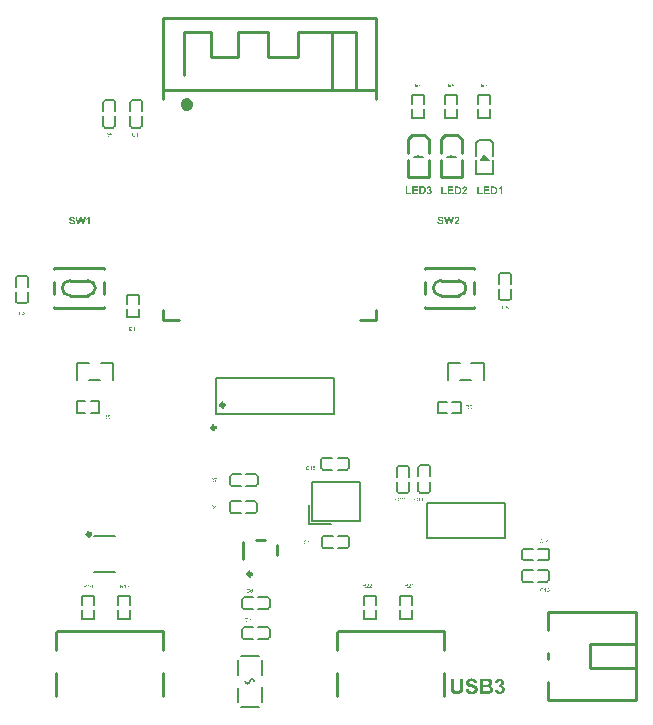
<source format=gto>
G04*
G04 #@! TF.GenerationSoftware,Altium Limited,Altium Designer,25.0.2 (28)*
G04*
G04 Layer_Color=65535*
%FSLAX25Y25*%
%MOIN*%
G70*
G04*
G04 #@! TF.SameCoordinates,2A04F1A2-3F02-4B23-887A-497E0413F5F6*
G04*
G04*
G04 #@! TF.FilePolarity,Positive*
G04*
G01*
G75*
%ADD10C,0.01000*%
%ADD11C,0.00600*%
%ADD12C,0.01181*%
%ADD13C,0.00598*%
%ADD14C,0.00591*%
%ADD15C,0.00799*%
G36*
X97754Y209689D02*
Y210103D01*
X98071Y210868D01*
X98656Y211453D01*
X99421Y211770D01*
X100249D01*
X101014Y211453D01*
X101599Y210868D01*
X101916Y210103D01*
Y209689D01*
Y209275D01*
X101599Y208510D01*
X101014Y207925D01*
X100249Y207608D01*
X99421D01*
X98656Y207925D01*
X98071Y208510D01*
X97754Y209275D01*
Y209689D01*
D01*
D01*
D02*
G37*
G36*
X218086Y64758D02*
X218103Y64757D01*
X218123Y64755D01*
X218144Y64751D01*
X218167Y64748D01*
X218217Y64737D01*
X218244Y64728D01*
X218272Y64718D01*
X218299Y64707D01*
X218325Y64695D01*
X218352Y64679D01*
X218377Y64662D01*
X218378Y64660D01*
X218382Y64657D01*
X218390Y64652D01*
X218398Y64644D01*
X218408Y64634D01*
X218422Y64622D01*
X218435Y64607D01*
X218450Y64591D01*
X218465Y64572D01*
X218480Y64552D01*
X218495Y64529D01*
X218510Y64506D01*
X218524Y64479D01*
X218538Y64451D01*
X218551Y64420D01*
X218561Y64388D01*
X218395Y64348D01*
Y64350D01*
X218393Y64355D01*
X218390Y64362D01*
X218387Y64371D01*
X218382Y64383D01*
X218377Y64396D01*
X218362Y64426D01*
X218343Y64459D01*
X218322Y64493D01*
X218295Y64524D01*
X218280Y64537D01*
X218266Y64551D01*
X218264D01*
X218262Y64554D01*
X218257Y64557D01*
X218250Y64561D01*
X218242Y64566D01*
X218232Y64571D01*
X218207Y64584D01*
X218176Y64596D01*
X218139Y64605D01*
X218098Y64612D01*
X218051Y64615D01*
X218036D01*
X218026Y64614D01*
X218015D01*
X218000Y64612D01*
X217983Y64609D01*
X217965Y64607D01*
X217927Y64599D01*
X217885Y64586D01*
X217844Y64567D01*
X217824Y64557D01*
X217804Y64544D01*
X217802D01*
X217799Y64541D01*
X217794Y64537D01*
X217787Y64531D01*
X217771Y64516D01*
X217751Y64494D01*
X217728Y64468D01*
X217704Y64434D01*
X217683Y64398D01*
X217666Y64355D01*
Y64353D01*
X217665Y64350D01*
X217663Y64343D01*
X217659Y64335D01*
X217656Y64323D01*
X217653Y64310D01*
X217650Y64295D01*
X217646Y64280D01*
X217640Y64242D01*
X217633Y64200D01*
X217628Y64156D01*
X217626Y64109D01*
Y64108D01*
Y64103D01*
Y64094D01*
Y64083D01*
X217628Y64068D01*
X217630Y64051D01*
Y64033D01*
X217633Y64013D01*
X217638Y63968D01*
X217646Y63922D01*
X217658Y63872D01*
X217673Y63825D01*
Y63824D01*
X217674Y63820D01*
X217678Y63814D01*
X217683Y63805D01*
X217688Y63795D01*
X217693Y63784D01*
X217709Y63757D01*
X217731Y63727D01*
X217756Y63697D01*
X217786Y63669D01*
X217821Y63644D01*
X217822D01*
X217826Y63641D01*
X217830Y63639D01*
X217839Y63634D01*
X217847Y63631D01*
X217859Y63626D01*
X217885Y63614D01*
X217918Y63603D01*
X217955Y63595D01*
X217995Y63588D01*
X218038Y63585D01*
X218051D01*
X218061Y63586D01*
X218074Y63588D01*
X218088Y63590D01*
X218104Y63591D01*
X218121Y63595D01*
X218159Y63604D01*
X218199Y63619D01*
X218221Y63628D01*
X218240Y63639D01*
X218261Y63651D01*
X218279Y63666D01*
X218280Y63668D01*
X218284Y63669D01*
X218289Y63674D01*
X218295Y63681D01*
X218302Y63689D01*
X218312Y63701D01*
X218322Y63712D01*
X218332Y63727D01*
X218343Y63742D01*
X218355Y63761D01*
X218365Y63780D01*
X218377Y63802D01*
X218387Y63827D01*
X218397Y63852D01*
X218405Y63878D01*
X218413Y63908D01*
X218583Y63865D01*
Y63863D01*
X218579Y63857D01*
X218576Y63845D01*
X218573Y63830D01*
X218566Y63814D01*
X218558Y63794D01*
X218549Y63772D01*
X218538Y63747D01*
X218526Y63722D01*
X218511Y63696D01*
X218496Y63671D01*
X218478Y63644D01*
X218460Y63618D01*
X218438Y63593D01*
X218415Y63570D01*
X218390Y63548D01*
X218388Y63546D01*
X218383Y63543D01*
X218377Y63538D01*
X218365Y63531D01*
X218352Y63523D01*
X218335Y63513D01*
X218317Y63505D01*
X218297Y63495D01*
X218272Y63483D01*
X218247Y63475D01*
X218219Y63465D01*
X218189Y63457D01*
X218158Y63450D01*
X218124Y63445D01*
X218090Y63442D01*
X218053Y63440D01*
X218033D01*
X218018Y63442D01*
X218002Y63443D01*
X217980Y63445D01*
X217958Y63447D01*
X217933Y63450D01*
X217880Y63460D01*
X217824Y63475D01*
X217796Y63485D01*
X217768Y63497D01*
X217741Y63508D01*
X217716Y63523D01*
X217714Y63525D01*
X217711Y63526D01*
X217704Y63531D01*
X217694Y63540D01*
X217685Y63548D01*
X217671Y63558D01*
X217658Y63571D01*
X217643Y63586D01*
X217626Y63601D01*
X217611Y63619D01*
X217595Y63639D01*
X217578Y63663D01*
X217562Y63686D01*
X217547Y63711D01*
X217532Y63739D01*
X217518Y63767D01*
Y63769D01*
X217515Y63774D01*
X217512Y63784D01*
X217509Y63795D01*
X217503Y63810D01*
X217497Y63827D01*
X217492Y63847D01*
X217485Y63870D01*
X217479Y63895D01*
X217474Y63922D01*
X217467Y63950D01*
X217462Y63978D01*
X217455Y64043D01*
X217452Y64109D01*
Y64111D01*
Y64117D01*
Y64129D01*
X217454Y64142D01*
Y64161D01*
X217455Y64180D01*
X217459Y64202D01*
X217462Y64227D01*
X217465Y64253D01*
X217470Y64282D01*
X217484Y64340D01*
X217502Y64398D01*
X217513Y64428D01*
X217527Y64456D01*
X217528Y64458D01*
X217530Y64463D01*
X217535Y64471D01*
X217542Y64481D01*
X217548Y64493D01*
X217558Y64508D01*
X217570Y64522D01*
X217583Y64541D01*
X217613Y64577D01*
X217651Y64614D01*
X217694Y64650D01*
X217719Y64667D01*
X217744Y64682D01*
X217746Y64684D01*
X217751Y64685D01*
X217759Y64688D01*
X217769Y64693D01*
X217782Y64700D01*
X217797Y64707D01*
X217816Y64713D01*
X217835Y64722D01*
X217859Y64728D01*
X217882Y64735D01*
X217935Y64748D01*
X217993Y64757D01*
X218023Y64760D01*
X218073D01*
X218086Y64758D01*
D02*
G37*
G36*
X220375Y63912D02*
X220548D01*
Y63767D01*
X220375D01*
Y63462D01*
X220219D01*
Y63767D01*
X219665D01*
Y63912D01*
X220248Y64738D01*
X220375D01*
Y63912D01*
D02*
G37*
G36*
X219316Y63462D02*
X219160D01*
Y64459D01*
X219157Y64458D01*
X219150Y64451D01*
X219137Y64439D01*
X219120Y64426D01*
X219099Y64410D01*
X219072Y64391D01*
X219044Y64371D01*
X219011Y64351D01*
X219009D01*
X219007Y64350D01*
X219003Y64346D01*
X218996Y64343D01*
X218978Y64333D01*
X218956Y64322D01*
X218931Y64308D01*
X218903Y64295D01*
X218875Y64282D01*
X218847Y64270D01*
Y64423D01*
X218848D01*
X218853Y64426D01*
X218860Y64429D01*
X218868Y64434D01*
X218880Y64439D01*
X218893Y64448D01*
X218924Y64464D01*
X218959Y64486D01*
X218999Y64512D01*
X219037Y64541D01*
X219075Y64572D01*
X219077Y64574D01*
X219080Y64576D01*
X219086Y64581D01*
X219092Y64587D01*
X219109Y64604D01*
X219130Y64627D01*
X219152Y64652D01*
X219175Y64682D01*
X219197Y64712D01*
X219215Y64743D01*
X219316D01*
Y63462D01*
D02*
G37*
G36*
X218284Y48458D02*
X218300Y48456D01*
X218320Y48455D01*
X218342Y48452D01*
X218365Y48448D01*
X218415Y48437D01*
X218441Y48428D01*
X218470Y48418D01*
X218496Y48407D01*
X218523Y48395D01*
X218549Y48379D01*
X218574Y48362D01*
X218576Y48360D01*
X218579Y48357D01*
X218587Y48352D01*
X218596Y48344D01*
X218606Y48334D01*
X218619Y48322D01*
X218632Y48307D01*
X218647Y48291D01*
X218662Y48272D01*
X218677Y48252D01*
X218692Y48229D01*
X218707Y48206D01*
X218722Y48179D01*
X218735Y48151D01*
X218748Y48120D01*
X218758Y48088D01*
X218592Y48048D01*
Y48050D01*
X218591Y48055D01*
X218587Y48061D01*
X218584Y48071D01*
X218579Y48083D01*
X218574Y48096D01*
X218559Y48126D01*
X218541Y48159D01*
X218519Y48193D01*
X218493Y48224D01*
X218478Y48237D01*
X218463Y48251D01*
X218461D01*
X218460Y48254D01*
X218455Y48257D01*
X218448Y48261D01*
X218440Y48266D01*
X218430Y48271D01*
X218405Y48284D01*
X218373Y48296D01*
X218337Y48305D01*
X218295Y48312D01*
X218249Y48315D01*
X218234D01*
X218224Y48314D01*
X218212D01*
X218197Y48312D01*
X218181Y48309D01*
X218162Y48307D01*
X218124Y48299D01*
X218083Y48286D01*
X218041Y48267D01*
X218021Y48257D01*
X218002Y48244D01*
X218000D01*
X217997Y48241D01*
X217991Y48237D01*
X217985Y48231D01*
X217968Y48216D01*
X217948Y48194D01*
X217925Y48168D01*
X217902Y48134D01*
X217880Y48098D01*
X217864Y48055D01*
Y48053D01*
X217862Y48050D01*
X217860Y48043D01*
X217857Y48035D01*
X217854Y48023D01*
X217850Y48010D01*
X217847Y47995D01*
X217844Y47980D01*
X217837Y47942D01*
X217830Y47900D01*
X217826Y47856D01*
X217824Y47809D01*
Y47807D01*
Y47802D01*
Y47794D01*
Y47783D01*
X217826Y47768D01*
X217827Y47751D01*
Y47733D01*
X217830Y47713D01*
X217835Y47668D01*
X217844Y47622D01*
X217855Y47572D01*
X217870Y47525D01*
Y47524D01*
X217872Y47520D01*
X217875Y47514D01*
X217880Y47505D01*
X217885Y47495D01*
X217890Y47484D01*
X217907Y47457D01*
X217928Y47427D01*
X217953Y47397D01*
X217983Y47369D01*
X218018Y47344D01*
X218020D01*
X218023Y47341D01*
X218028Y47339D01*
X218036Y47334D01*
X218045Y47331D01*
X218056Y47326D01*
X218083Y47314D01*
X218116Y47303D01*
X218152Y47295D01*
X218192Y47288D01*
X218235Y47285D01*
X218249D01*
X218259Y47286D01*
X218272Y47288D01*
X218285Y47290D01*
X218302Y47291D01*
X218319Y47295D01*
X218357Y47304D01*
X218397Y47319D01*
X218418Y47328D01*
X218438Y47339D01*
X218458Y47351D01*
X218476Y47366D01*
X218478Y47368D01*
X218481Y47369D01*
X218486Y47374D01*
X218493Y47381D01*
X218499Y47389D01*
X218509Y47401D01*
X218519Y47412D01*
X218529Y47427D01*
X218541Y47442D01*
X218553Y47460D01*
X218563Y47480D01*
X218574Y47502D01*
X218584Y47527D01*
X218594Y47552D01*
X218602Y47578D01*
X218611Y47608D01*
X218780Y47565D01*
Y47563D01*
X218777Y47557D01*
X218773Y47545D01*
X218770Y47530D01*
X218763Y47514D01*
X218755Y47494D01*
X218747Y47472D01*
X218735Y47447D01*
X218724Y47422D01*
X218709Y47396D01*
X218694Y47371D01*
X218675Y47344D01*
X218657Y47318D01*
X218636Y47293D01*
X218612Y47270D01*
X218587Y47248D01*
X218586Y47246D01*
X218581Y47243D01*
X218574Y47238D01*
X218563Y47232D01*
X218549Y47223D01*
X218533Y47213D01*
X218514Y47205D01*
X218495Y47195D01*
X218470Y47183D01*
X218445Y47175D01*
X218417Y47165D01*
X218387Y47157D01*
X218355Y47150D01*
X218322Y47145D01*
X218287Y47142D01*
X218250Y47140D01*
X218231D01*
X218216Y47142D01*
X218199Y47144D01*
X218177Y47145D01*
X218156Y47147D01*
X218131Y47150D01*
X218078Y47160D01*
X218021Y47175D01*
X217993Y47185D01*
X217965Y47197D01*
X217938Y47208D01*
X217914Y47223D01*
X217912Y47225D01*
X217909Y47227D01*
X217902Y47232D01*
X217892Y47240D01*
X217882Y47248D01*
X217869Y47258D01*
X217855Y47271D01*
X217841Y47286D01*
X217824Y47301D01*
X217809Y47319D01*
X217792Y47339D01*
X217776Y47363D01*
X217759Y47386D01*
X217744Y47411D01*
X217729Y47439D01*
X217716Y47467D01*
Y47469D01*
X217713Y47474D01*
X217709Y47484D01*
X217706Y47495D01*
X217701Y47510D01*
X217694Y47527D01*
X217689Y47547D01*
X217683Y47570D01*
X217676Y47595D01*
X217671Y47622D01*
X217665Y47650D01*
X217659Y47678D01*
X217653Y47743D01*
X217650Y47809D01*
Y47811D01*
Y47817D01*
Y47829D01*
X217651Y47842D01*
Y47861D01*
X217653Y47881D01*
X217656Y47902D01*
X217659Y47927D01*
X217663Y47954D01*
X217668Y47982D01*
X217681Y48040D01*
X217699Y48098D01*
X217711Y48128D01*
X217724Y48156D01*
X217726Y48158D01*
X217728Y48163D01*
X217733Y48171D01*
X217739Y48181D01*
X217746Y48193D01*
X217756Y48208D01*
X217767Y48223D01*
X217781Y48241D01*
X217811Y48277D01*
X217849Y48314D01*
X217892Y48350D01*
X217917Y48367D01*
X217942Y48382D01*
X217943Y48384D01*
X217948Y48385D01*
X217957Y48388D01*
X217967Y48393D01*
X217980Y48400D01*
X217995Y48407D01*
X218013Y48413D01*
X218033Y48422D01*
X218056Y48428D01*
X218079Y48435D01*
X218133Y48448D01*
X218191Y48456D01*
X218221Y48460D01*
X218270D01*
X218284Y48458D01*
D02*
G37*
G36*
X220340Y48442D02*
X220352D01*
X220377Y48438D01*
X220407Y48432D01*
X220438Y48425D01*
X220472Y48413D01*
X220505Y48398D01*
X220506D01*
X220508Y48397D01*
X220513Y48393D01*
X220520Y48390D01*
X220535Y48380D01*
X220555Y48367D01*
X220576Y48349D01*
X220599Y48327D01*
X220621Y48304D01*
X220639Y48276D01*
Y48274D01*
X220641Y48272D01*
X220648Y48262D01*
X220654Y48246D01*
X220664Y48226D01*
X220672Y48201D01*
X220681Y48173D01*
X220686Y48143D01*
X220687Y48111D01*
Y48110D01*
Y48108D01*
Y48098D01*
X220686Y48081D01*
X220682Y48061D01*
X220676Y48038D01*
X220669Y48013D01*
X220657Y47987D01*
X220642Y47960D01*
X220641Y47957D01*
X220634Y47949D01*
X220624Y47937D01*
X220609Y47922D01*
X220591Y47904D01*
X220568Y47886D01*
X220541Y47869D01*
X220511Y47852D01*
X220513D01*
X220516Y47851D01*
X220523Y47849D01*
X220530Y47847D01*
X220540Y47844D01*
X220551Y47839D01*
X220576Y47829D01*
X220604Y47814D01*
X220633Y47794D01*
X220662Y47771D01*
X220687Y47743D01*
Y47741D01*
X220691Y47739D01*
X220694Y47734D01*
X220697Y47728D01*
X220702Y47719D01*
X220707Y47711D01*
X220719Y47686D01*
X220730Y47656D01*
X220741Y47622D01*
X220747Y47583D01*
X220750Y47539D01*
Y47537D01*
Y47532D01*
Y47522D01*
X220749Y47510D01*
X220747Y47495D01*
X220744Y47479D01*
X220741Y47460D01*
X220736Y47441D01*
X220729Y47419D01*
X220721Y47396D01*
X220711Y47373D01*
X220699Y47348D01*
X220684Y47324D01*
X220667Y47300D01*
X220649Y47276D01*
X220628Y47255D01*
X220626Y47253D01*
X220623Y47250D01*
X220616Y47245D01*
X220606Y47236D01*
X220594Y47228D01*
X220580Y47218D01*
X220563Y47208D01*
X220545Y47198D01*
X220523Y47187D01*
X220500Y47177D01*
X220475Y47167D01*
X220447Y47158D01*
X220418Y47150D01*
X220387Y47145D01*
X220355Y47142D01*
X220321Y47140D01*
X220304D01*
X220292Y47142D01*
X220279Y47144D01*
X220262Y47145D01*
X220243Y47148D01*
X220223Y47153D01*
X220179Y47165D01*
X220156Y47173D01*
X220133Y47182D01*
X220108Y47193D01*
X220085Y47207D01*
X220063Y47221D01*
X220042Y47240D01*
X220040Y47241D01*
X220037Y47245D01*
X220032Y47250D01*
X220023Y47258D01*
X220015Y47268D01*
X220005Y47280D01*
X219995Y47295D01*
X219984Y47309D01*
X219974Y47328D01*
X219962Y47348D01*
X219952Y47369D01*
X219942Y47392D01*
X219932Y47417D01*
X219925Y47442D01*
X219919Y47471D01*
X219916Y47500D01*
X220072Y47522D01*
Y47520D01*
X220073Y47515D01*
X220075Y47509D01*
X220076Y47500D01*
X220080Y47489D01*
X220083Y47477D01*
X220093Y47447D01*
X220105Y47416D01*
X220121Y47384D01*
X220140Y47353D01*
X220149Y47339D01*
X220161Y47328D01*
X220164Y47326D01*
X220173Y47319D01*
X220186Y47309D01*
X220206Y47300D01*
X220229Y47288D01*
X220256Y47280D01*
X220287Y47273D01*
X220321Y47270D01*
X220332D01*
X220339Y47271D01*
X220349D01*
X220360Y47273D01*
X220385Y47280D01*
X220415Y47288D01*
X220447Y47301D01*
X220478Y47321D01*
X220493Y47333D01*
X220508Y47346D01*
X220510Y47348D01*
X220511Y47349D01*
X220515Y47354D01*
X220520Y47359D01*
X220533Y47376D01*
X220546Y47399D01*
X220560Y47426D01*
X220573Y47459D01*
X220581Y47495D01*
X220584Y47515D01*
Y47535D01*
Y47537D01*
Y47540D01*
Y47545D01*
X220583Y47554D01*
Y47562D01*
X220581Y47573D01*
X220576Y47598D01*
X220568Y47627D01*
X220555Y47656D01*
X220536Y47685D01*
X220526Y47700D01*
X220513Y47713D01*
X220510Y47716D01*
X220500Y47725D01*
X220485Y47734D01*
X220465Y47748D01*
X220438Y47761D01*
X220409Y47771D01*
X220374Y47779D01*
X220334Y47783D01*
X220316D01*
X220304Y47781D01*
X220287Y47779D01*
X220267Y47776D01*
X220246Y47771D01*
X220223Y47766D01*
X220241Y47904D01*
X220244D01*
X220249Y47902D01*
X220257Y47900D01*
X220276D01*
X220282Y47902D01*
X220302Y47904D01*
X220325Y47907D01*
X220354Y47914D01*
X220384Y47922D01*
X220415Y47935D01*
X220445Y47952D01*
X220447D01*
X220448Y47955D01*
X220458Y47962D01*
X220472Y47975D01*
X220486Y47992D01*
X220501Y48015D01*
X220513Y48043D01*
X220523Y48076D01*
X220525Y48095D01*
X220526Y48115D01*
Y48116D01*
Y48118D01*
X220525Y48129D01*
X220523Y48145D01*
X220520Y48164D01*
X220511Y48186D01*
X220501Y48209D01*
X220486Y48234D01*
X220467Y48256D01*
X220463Y48259D01*
X220457Y48266D01*
X220443Y48274D01*
X220427Y48286D01*
X220405Y48296D01*
X220379Y48305D01*
X220350Y48312D01*
X220317Y48314D01*
X220309D01*
X220302Y48312D01*
X220284Y48310D01*
X220262Y48307D01*
X220239Y48299D01*
X220213Y48289D01*
X220188Y48276D01*
X220163Y48256D01*
X220160Y48252D01*
X220153Y48246D01*
X220143Y48232D01*
X220131Y48213D01*
X220118Y48189D01*
X220105Y48159D01*
X220095Y48125D01*
X220086Y48085D01*
X219930Y48113D01*
Y48115D01*
X219932Y48120D01*
X219934Y48128D01*
X219937Y48140D01*
X219940Y48151D01*
X219945Y48168D01*
X219950Y48184D01*
X219957Y48203D01*
X219975Y48241D01*
X219997Y48281D01*
X220025Y48320D01*
X220042Y48339D01*
X220060Y48355D01*
X220061Y48357D01*
X220065Y48359D01*
X220070Y48364D01*
X220078Y48368D01*
X220088Y48375D01*
X220100Y48384D01*
X220115Y48392D01*
X220130Y48400D01*
X220148Y48407D01*
X220166Y48415D01*
X220209Y48430D01*
X220259Y48440D01*
X220286Y48442D01*
X220314Y48443D01*
X220332D01*
X220340Y48442D01*
D02*
G37*
G36*
X219514Y47162D02*
X219358D01*
Y48159D01*
X219354Y48158D01*
X219348Y48151D01*
X219335Y48140D01*
X219318Y48126D01*
X219296Y48110D01*
X219270Y48091D01*
X219241Y48071D01*
X219208Y48052D01*
X219207D01*
X219205Y48050D01*
X219200Y48046D01*
X219193Y48043D01*
X219175Y48033D01*
X219153Y48022D01*
X219129Y48008D01*
X219100Y47995D01*
X219072Y47982D01*
X219044Y47970D01*
Y48123D01*
X219046D01*
X219051Y48126D01*
X219057Y48129D01*
X219065Y48134D01*
X219077Y48140D01*
X219090Y48148D01*
X219122Y48164D01*
X219157Y48186D01*
X219197Y48213D01*
X219235Y48241D01*
X219273Y48272D01*
X219275Y48274D01*
X219278Y48276D01*
X219283Y48281D01*
X219290Y48287D01*
X219306Y48304D01*
X219328Y48327D01*
X219349Y48352D01*
X219373Y48382D01*
X219394Y48412D01*
X219412Y48443D01*
X219514D01*
Y47162D01*
D02*
G37*
G36*
X169990Y78658D02*
X170007Y78657D01*
X170027Y78655D01*
X170048Y78651D01*
X170072Y78648D01*
X170122Y78637D01*
X170148Y78628D01*
X170176Y78618D01*
X170203Y78607D01*
X170229Y78595D01*
X170256Y78579D01*
X170281Y78562D01*
X170282Y78560D01*
X170286Y78557D01*
X170294Y78552D01*
X170302Y78544D01*
X170312Y78534D01*
X170326Y78522D01*
X170339Y78507D01*
X170354Y78491D01*
X170369Y78472D01*
X170384Y78452D01*
X170399Y78429D01*
X170414Y78406D01*
X170429Y78379D01*
X170442Y78351D01*
X170455Y78320D01*
X170465Y78288D01*
X170299Y78248D01*
Y78250D01*
X170297Y78255D01*
X170294Y78262D01*
X170291Y78271D01*
X170286Y78283D01*
X170281Y78296D01*
X170266Y78326D01*
X170248Y78359D01*
X170226Y78393D01*
X170200Y78424D01*
X170185Y78437D01*
X170170Y78451D01*
X170168D01*
X170166Y78454D01*
X170161Y78457D01*
X170155Y78461D01*
X170146Y78466D01*
X170136Y78471D01*
X170112Y78484D01*
X170080Y78496D01*
X170043Y78505D01*
X170002Y78512D01*
X169956Y78515D01*
X169940D01*
X169931Y78514D01*
X169919D01*
X169904Y78512D01*
X169887Y78509D01*
X169869Y78507D01*
X169831Y78499D01*
X169790Y78486D01*
X169748Y78467D01*
X169728Y78457D01*
X169708Y78444D01*
X169706D01*
X169703Y78441D01*
X169698Y78437D01*
X169692Y78431D01*
X169675Y78416D01*
X169655Y78394D01*
X169632Y78368D01*
X169608Y78334D01*
X169587Y78298D01*
X169570Y78255D01*
Y78253D01*
X169569Y78250D01*
X169567Y78243D01*
X169564Y78235D01*
X169560Y78223D01*
X169557Y78210D01*
X169554Y78195D01*
X169550Y78180D01*
X169544Y78142D01*
X169537Y78100D01*
X169532Y78056D01*
X169530Y78009D01*
Y78008D01*
Y78003D01*
Y77994D01*
Y77983D01*
X169532Y77968D01*
X169534Y77951D01*
Y77933D01*
X169537Y77913D01*
X169542Y77868D01*
X169550Y77822D01*
X169562Y77772D01*
X169577Y77725D01*
Y77724D01*
X169579Y77720D01*
X169582Y77714D01*
X169587Y77705D01*
X169592Y77695D01*
X169597Y77684D01*
X169614Y77657D01*
X169635Y77627D01*
X169660Y77597D01*
X169690Y77569D01*
X169725Y77544D01*
X169726D01*
X169730Y77541D01*
X169735Y77539D01*
X169743Y77534D01*
X169751Y77531D01*
X169763Y77526D01*
X169790Y77514D01*
X169823Y77503D01*
X169859Y77495D01*
X169899Y77488D01*
X169942Y77485D01*
X169956D01*
X169965Y77486D01*
X169979Y77488D01*
X169992Y77490D01*
X170009Y77491D01*
X170025Y77495D01*
X170063Y77504D01*
X170103Y77519D01*
X170125Y77528D01*
X170145Y77539D01*
X170165Y77551D01*
X170183Y77566D01*
X170185Y77568D01*
X170188Y77569D01*
X170193Y77574D01*
X170200Y77581D01*
X170206Y77589D01*
X170216Y77601D01*
X170226Y77612D01*
X170236Y77627D01*
X170248Y77642D01*
X170259Y77661D01*
X170269Y77680D01*
X170281Y77702D01*
X170291Y77727D01*
X170301Y77752D01*
X170309Y77778D01*
X170317Y77808D01*
X170487Y77765D01*
Y77763D01*
X170483Y77757D01*
X170480Y77745D01*
X170477Y77730D01*
X170470Y77714D01*
X170462Y77694D01*
X170454Y77672D01*
X170442Y77647D01*
X170430Y77622D01*
X170415Y77596D01*
X170400Y77571D01*
X170382Y77544D01*
X170364Y77518D01*
X170342Y77493D01*
X170319Y77470D01*
X170294Y77448D01*
X170292Y77446D01*
X170288Y77443D01*
X170281Y77438D01*
X170269Y77431D01*
X170256Y77423D01*
X170239Y77413D01*
X170221Y77405D01*
X170201Y77395D01*
X170176Y77383D01*
X170151Y77375D01*
X170123Y77365D01*
X170093Y77357D01*
X170062Y77350D01*
X170028Y77345D01*
X169994Y77342D01*
X169957Y77340D01*
X169937D01*
X169922Y77342D01*
X169906Y77343D01*
X169884Y77345D01*
X169862Y77347D01*
X169838Y77350D01*
X169784Y77360D01*
X169728Y77375D01*
X169700Y77385D01*
X169672Y77397D01*
X169645Y77408D01*
X169620Y77423D01*
X169618Y77425D01*
X169615Y77426D01*
X169608Y77431D01*
X169599Y77440D01*
X169589Y77448D01*
X169575Y77458D01*
X169562Y77471D01*
X169547Y77486D01*
X169530Y77501D01*
X169516Y77519D01*
X169499Y77539D01*
X169482Y77563D01*
X169466Y77586D01*
X169451Y77611D01*
X169436Y77639D01*
X169423Y77667D01*
Y77669D01*
X169419Y77674D01*
X169416Y77684D01*
X169413Y77695D01*
X169408Y77710D01*
X169401Y77727D01*
X169396Y77747D01*
X169389Y77770D01*
X169383Y77795D01*
X169378Y77822D01*
X169371Y77850D01*
X169366Y77878D01*
X169360Y77943D01*
X169356Y78009D01*
Y78011D01*
Y78017D01*
Y78029D01*
X169358Y78042D01*
Y78061D01*
X169360Y78080D01*
X169363Y78102D01*
X169366Y78127D01*
X169369Y78154D01*
X169375Y78182D01*
X169388Y78240D01*
X169406Y78298D01*
X169418Y78328D01*
X169431Y78356D01*
X169433Y78358D01*
X169434Y78363D01*
X169439Y78371D01*
X169446Y78381D01*
X169453Y78393D01*
X169462Y78408D01*
X169474Y78422D01*
X169487Y78441D01*
X169517Y78477D01*
X169555Y78514D01*
X169599Y78550D01*
X169623Y78567D01*
X169648Y78582D01*
X169650Y78584D01*
X169655Y78585D01*
X169663Y78588D01*
X169673Y78593D01*
X169686Y78600D01*
X169702Y78607D01*
X169720Y78613D01*
X169740Y78622D01*
X169763Y78628D01*
X169786Y78635D01*
X169839Y78648D01*
X169897Y78657D01*
X169927Y78660D01*
X169977D01*
X169990Y78658D01*
D02*
G37*
G36*
X172072Y78642D02*
X172089Y78640D01*
X172107Y78638D01*
X172127Y78635D01*
X172148Y78630D01*
X172195Y78618D01*
X172218Y78610D01*
X172243Y78600D01*
X172268Y78588D01*
X172291Y78574D01*
X172313Y78559D01*
X172334Y78540D01*
X172336Y78539D01*
X172339Y78535D01*
X172344Y78530D01*
X172351Y78522D01*
X172359Y78512D01*
X172369Y78500D01*
X172377Y78487D01*
X172389Y78471D01*
X172399Y78454D01*
X172407Y78434D01*
X172425Y78391D01*
X172432Y78368D01*
X172437Y78343D01*
X172441Y78316D01*
X172442Y78288D01*
Y78285D01*
Y78275D01*
X172441Y78260D01*
X172439Y78240D01*
X172434Y78218D01*
X172429Y78192D01*
X172421Y78165D01*
X172411Y78137D01*
X172409Y78134D01*
X172404Y78124D01*
X172397Y78109D01*
X172386Y78091D01*
X172371Y78067D01*
X172353Y78041D01*
X172331Y78011D01*
X172306Y77981D01*
Y77979D01*
X172303Y77978D01*
X172298Y77973D01*
X172293Y77966D01*
X172284Y77958D01*
X172274Y77948D01*
X172263Y77936D01*
X172248Y77923D01*
X172233Y77908D01*
X172215Y77891D01*
X172195Y77871D01*
X172173Y77851D01*
X172148Y77830D01*
X172123Y77808D01*
X172093Y77783D01*
X172064Y77757D01*
X172062Y77755D01*
X172057Y77752D01*
X172050Y77745D01*
X172040Y77738D01*
X172030Y77729D01*
X172017Y77717D01*
X171989Y77692D01*
X171957Y77666D01*
X171927Y77639D01*
X171914Y77627D01*
X171903Y77616D01*
X171891Y77604D01*
X171883Y77596D01*
X171881Y77594D01*
X171876Y77589D01*
X171869Y77581D01*
X171860Y77569D01*
X171850Y77558D01*
X171838Y77543D01*
X171816Y77513D01*
X172444D01*
Y77362D01*
X171599D01*
Y77365D01*
Y77372D01*
Y77382D01*
X171600Y77397D01*
X171602Y77413D01*
X171606Y77431D01*
X171610Y77450D01*
X171617Y77470D01*
Y77471D01*
X171619Y77473D01*
X171620Y77478D01*
X171624Y77485D01*
X171630Y77501D01*
X171642Y77523D01*
X171657Y77549D01*
X171674Y77578D01*
X171695Y77607D01*
X171720Y77639D01*
X171722Y77641D01*
X171723Y77642D01*
X171728Y77647D01*
X171733Y77654D01*
X171750Y77672D01*
X171773Y77695D01*
X171801Y77724D01*
X171836Y77757D01*
X171878Y77793D01*
X171926Y77833D01*
X171927Y77835D01*
X171934Y77842D01*
X171946Y77850D01*
X171959Y77861D01*
X171976Y77876D01*
X171996Y77893D01*
X172017Y77911D01*
X172039Y77931D01*
X172085Y77974D01*
X172132Y78019D01*
X172153Y78042D01*
X172173Y78064D01*
X172192Y78084D01*
X172206Y78104D01*
X172208Y78105D01*
X172210Y78109D01*
X172213Y78114D01*
X172218Y78120D01*
X172223Y78130D01*
X172230Y78140D01*
X172245Y78165D01*
X172258Y78193D01*
X172269Y78225D01*
X172278Y78260D01*
X172281Y78276D01*
Y78293D01*
Y78295D01*
Y78298D01*
Y78301D01*
X172280Y78308D01*
X172278Y78326D01*
X172273Y78348D01*
X172265Y78373D01*
X172253Y78398D01*
X172236Y78424D01*
X172213Y78449D01*
X172210Y78452D01*
X172201Y78459D01*
X172187Y78469D01*
X172167Y78482D01*
X172142Y78494D01*
X172112Y78504D01*
X172077Y78510D01*
X172039Y78514D01*
X172027D01*
X172020Y78512D01*
X172011D01*
X171999Y78510D01*
X171974Y78505D01*
X171946Y78497D01*
X171914Y78486D01*
X171884Y78469D01*
X171858Y78446D01*
X171854Y78442D01*
X171848Y78434D01*
X171836Y78417D01*
X171825Y78398D01*
X171811Y78369D01*
X171800Y78338D01*
X171793Y78301D01*
X171790Y78258D01*
X171629Y78275D01*
Y78276D01*
X171630Y78283D01*
Y78291D01*
X171632Y78305D01*
X171635Y78320D01*
X171639Y78336D01*
X171644Y78356D01*
X171650Y78376D01*
X171665Y78421D01*
X171675Y78444D01*
X171687Y78466D01*
X171700Y78489D01*
X171715Y78510D01*
X171732Y78530D01*
X171752Y78549D01*
X171753Y78550D01*
X171757Y78552D01*
X171763Y78557D01*
X171772Y78564D01*
X171783Y78570D01*
X171796Y78579D01*
X171811Y78587D01*
X171830Y78597D01*
X171850Y78605D01*
X171871Y78613D01*
X171894Y78622D01*
X171921Y78628D01*
X171948Y78635D01*
X171977Y78640D01*
X172009Y78642D01*
X172042Y78643D01*
X172060D01*
X172072Y78642D01*
D02*
G37*
G36*
X171220Y77362D02*
X171064D01*
Y78359D01*
X171061Y78358D01*
X171054Y78351D01*
X171041Y78339D01*
X171025Y78326D01*
X171003Y78310D01*
X170976Y78291D01*
X170948Y78271D01*
X170915Y78251D01*
X170913D01*
X170912Y78250D01*
X170907Y78246D01*
X170900Y78243D01*
X170882Y78233D01*
X170860Y78222D01*
X170835Y78208D01*
X170807Y78195D01*
X170779Y78182D01*
X170751Y78170D01*
Y78323D01*
X170752D01*
X170757Y78326D01*
X170764Y78329D01*
X170772Y78334D01*
X170784Y78339D01*
X170797Y78348D01*
X170829Y78364D01*
X170863Y78386D01*
X170903Y78412D01*
X170941Y78441D01*
X170980Y78472D01*
X170981Y78474D01*
X170985Y78476D01*
X170990Y78481D01*
X170996Y78487D01*
X171013Y78504D01*
X171035Y78527D01*
X171056Y78552D01*
X171079Y78582D01*
X171101Y78612D01*
X171119Y78643D01*
X171220D01*
Y77362D01*
D02*
G37*
G36*
X176306Y78658D02*
X176323Y78657D01*
X176343Y78655D01*
X176365Y78651D01*
X176388Y78648D01*
X176438Y78637D01*
X176464Y78628D01*
X176492Y78618D01*
X176519Y78607D01*
X176546Y78595D01*
X176572Y78579D01*
X176597Y78562D01*
X176599Y78560D01*
X176602Y78557D01*
X176610Y78552D01*
X176619Y78544D01*
X176629Y78534D01*
X176642Y78522D01*
X176655Y78507D01*
X176670Y78491D01*
X176685Y78472D01*
X176700Y78452D01*
X176715Y78429D01*
X176730Y78406D01*
X176745Y78379D01*
X176758Y78351D01*
X176771Y78320D01*
X176781Y78288D01*
X176615Y78248D01*
Y78250D01*
X176614Y78255D01*
X176610Y78262D01*
X176607Y78271D01*
X176602Y78283D01*
X176597Y78296D01*
X176582Y78326D01*
X176564Y78359D01*
X176542Y78393D01*
X176516Y78424D01*
X176501Y78437D01*
X176486Y78451D01*
X176484D01*
X176482Y78454D01*
X176478Y78457D01*
X176471Y78461D01*
X176463Y78466D01*
X176453Y78471D01*
X176428Y78484D01*
X176396Y78496D01*
X176360Y78505D01*
X176318Y78512D01*
X176272Y78515D01*
X176257D01*
X176247Y78514D01*
X176235D01*
X176220Y78512D01*
X176204Y78509D01*
X176185Y78507D01*
X176147Y78499D01*
X176106Y78486D01*
X176064Y78467D01*
X176044Y78457D01*
X176024Y78444D01*
X176023D01*
X176019Y78441D01*
X176014Y78437D01*
X176008Y78431D01*
X175991Y78416D01*
X175971Y78394D01*
X175948Y78368D01*
X175925Y78334D01*
X175903Y78298D01*
X175886Y78255D01*
Y78253D01*
X175885Y78250D01*
X175883Y78243D01*
X175880Y78235D01*
X175877Y78223D01*
X175873Y78210D01*
X175870Y78195D01*
X175867Y78180D01*
X175860Y78142D01*
X175853Y78100D01*
X175848Y78056D01*
X175847Y78009D01*
Y78008D01*
Y78003D01*
Y77994D01*
Y77983D01*
X175848Y77968D01*
X175850Y77951D01*
Y77933D01*
X175853Y77913D01*
X175858Y77868D01*
X175867Y77822D01*
X175878Y77772D01*
X175893Y77725D01*
Y77724D01*
X175895Y77720D01*
X175898Y77714D01*
X175903Y77705D01*
X175908Y77695D01*
X175913Y77684D01*
X175930Y77657D01*
X175951Y77627D01*
X175976Y77597D01*
X176006Y77569D01*
X176041Y77544D01*
X176043D01*
X176046Y77541D01*
X176051Y77539D01*
X176059Y77534D01*
X176067Y77531D01*
X176079Y77526D01*
X176106Y77514D01*
X176139Y77503D01*
X176175Y77495D01*
X176215Y77488D01*
X176258Y77485D01*
X176272D01*
X176282Y77486D01*
X176295Y77488D01*
X176308Y77490D01*
X176325Y77491D01*
X176341Y77495D01*
X176380Y77504D01*
X176419Y77519D01*
X176441Y77528D01*
X176461Y77539D01*
X176481Y77551D01*
X176499Y77566D01*
X176501Y77568D01*
X176504Y77569D01*
X176509Y77574D01*
X176516Y77581D01*
X176522Y77589D01*
X176532Y77601D01*
X176542Y77612D01*
X176552Y77627D01*
X176564Y77642D01*
X176575Y77661D01*
X176585Y77680D01*
X176597Y77702D01*
X176607Y77727D01*
X176617Y77752D01*
X176625Y77778D01*
X176634Y77808D01*
X176803Y77765D01*
Y77763D01*
X176799Y77757D01*
X176796Y77745D01*
X176793Y77730D01*
X176786Y77714D01*
X176778Y77694D01*
X176770Y77672D01*
X176758Y77647D01*
X176746Y77622D01*
X176732Y77596D01*
X176716Y77571D01*
X176698Y77544D01*
X176680Y77518D01*
X176658Y77493D01*
X176635Y77470D01*
X176610Y77448D01*
X176609Y77446D01*
X176604Y77443D01*
X176597Y77438D01*
X176585Y77431D01*
X176572Y77423D01*
X176556Y77413D01*
X176537Y77405D01*
X176517Y77395D01*
X176492Y77383D01*
X176468Y77375D01*
X176439Y77365D01*
X176409Y77357D01*
X176378Y77350D01*
X176345Y77345D01*
X176310Y77342D01*
X176273Y77340D01*
X176253D01*
X176239Y77342D01*
X176222Y77343D01*
X176200Y77345D01*
X176179Y77347D01*
X176154Y77350D01*
X176101Y77360D01*
X176044Y77375D01*
X176016Y77385D01*
X175988Y77397D01*
X175961Y77408D01*
X175936Y77423D01*
X175935Y77425D01*
X175931Y77426D01*
X175925Y77431D01*
X175915Y77440D01*
X175905Y77448D01*
X175891Y77458D01*
X175878Y77471D01*
X175863Y77486D01*
X175847Y77501D01*
X175832Y77519D01*
X175815Y77539D01*
X175799Y77563D01*
X175782Y77586D01*
X175767Y77611D01*
X175752Y77639D01*
X175739Y77667D01*
Y77669D01*
X175735Y77674D01*
X175732Y77684D01*
X175729Y77695D01*
X175724Y77710D01*
X175717Y77727D01*
X175712Y77747D01*
X175706Y77770D01*
X175699Y77795D01*
X175694Y77822D01*
X175687Y77850D01*
X175682Y77878D01*
X175676Y77943D01*
X175672Y78009D01*
Y78011D01*
Y78017D01*
Y78029D01*
X175674Y78042D01*
Y78061D01*
X175676Y78080D01*
X175679Y78102D01*
X175682Y78127D01*
X175686Y78154D01*
X175691Y78182D01*
X175704Y78240D01*
X175722Y78298D01*
X175734Y78328D01*
X175747Y78356D01*
X175749Y78358D01*
X175750Y78363D01*
X175755Y78371D01*
X175762Y78381D01*
X175769Y78393D01*
X175779Y78408D01*
X175790Y78422D01*
X175803Y78441D01*
X175833Y78477D01*
X175872Y78514D01*
X175915Y78550D01*
X175940Y78567D01*
X175965Y78582D01*
X175966Y78584D01*
X175971Y78585D01*
X175979Y78588D01*
X175989Y78593D01*
X176003Y78600D01*
X176018Y78607D01*
X176036Y78613D01*
X176056Y78622D01*
X176079Y78628D01*
X176102Y78635D01*
X176155Y78648D01*
X176214Y78657D01*
X176243Y78660D01*
X176293D01*
X176306Y78658D01*
D02*
G37*
G36*
X178528Y77362D02*
X178372D01*
Y78359D01*
X178368Y78358D01*
X178362Y78351D01*
X178348Y78339D01*
X178332Y78326D01*
X178310Y78310D01*
X178284Y78291D01*
X178255Y78271D01*
X178222Y78251D01*
X178220D01*
X178219Y78250D01*
X178214Y78246D01*
X178207Y78243D01*
X178189Y78233D01*
X178167Y78222D01*
X178142Y78208D01*
X178114Y78195D01*
X178086Y78182D01*
X178058Y78170D01*
Y78323D01*
X178059D01*
X178065Y78326D01*
X178071Y78329D01*
X178079Y78334D01*
X178091Y78339D01*
X178104Y78348D01*
X178136Y78364D01*
X178171Y78386D01*
X178210Y78412D01*
X178249Y78441D01*
X178287Y78472D01*
X178289Y78474D01*
X178292Y78476D01*
X178297Y78481D01*
X178304Y78487D01*
X178320Y78504D01*
X178342Y78527D01*
X178363Y78552D01*
X178386Y78582D01*
X178408Y78612D01*
X178426Y78643D01*
X178528D01*
Y77362D01*
D02*
G37*
G36*
X177537D02*
X177381D01*
Y78359D01*
X177377Y78358D01*
X177371Y78351D01*
X177357Y78339D01*
X177341Y78326D01*
X177319Y78310D01*
X177293Y78291D01*
X177264Y78271D01*
X177231Y78251D01*
X177229D01*
X177228Y78250D01*
X177223Y78246D01*
X177216Y78243D01*
X177198Y78233D01*
X177176Y78222D01*
X177152Y78208D01*
X177123Y78195D01*
X177095Y78182D01*
X177067Y78170D01*
Y78323D01*
X177068D01*
X177073Y78326D01*
X177080Y78329D01*
X177088Y78334D01*
X177100Y78339D01*
X177113Y78348D01*
X177145Y78364D01*
X177180Y78386D01*
X177219Y78412D01*
X177258Y78441D01*
X177296Y78472D01*
X177297Y78474D01*
X177301Y78476D01*
X177306Y78481D01*
X177313Y78487D01*
X177329Y78504D01*
X177351Y78527D01*
X177372Y78552D01*
X177395Y78582D01*
X177417Y78612D01*
X177435Y78643D01*
X177537D01*
Y77362D01*
D02*
G37*
G36*
X67290Y48370D02*
X67134D01*
Y49368D01*
X67130Y49366D01*
X67124Y49359D01*
X67110Y49348D01*
X67094Y49334D01*
X67072Y49318D01*
X67046Y49300D01*
X67017Y49280D01*
X66984Y49260D01*
X66983D01*
X66981Y49258D01*
X66976Y49255D01*
X66969Y49251D01*
X66951Y49242D01*
X66929Y49230D01*
X66904Y49217D01*
X66876Y49203D01*
X66848Y49190D01*
X66820Y49178D01*
Y49331D01*
X66822D01*
X66826Y49334D01*
X66833Y49338D01*
X66842Y49343D01*
X66853Y49348D01*
X66866Y49356D01*
X66898Y49373D01*
X66933Y49394D01*
X66973Y49421D01*
X67011Y49449D01*
X67049Y49481D01*
X67051Y49482D01*
X67054Y49484D01*
X67059Y49489D01*
X67066Y49496D01*
X67082Y49512D01*
X67104Y49535D01*
X67125Y49560D01*
X67149Y49590D01*
X67170Y49620D01*
X67188Y49652D01*
X67290D01*
Y48370D01*
D02*
G37*
G36*
X66086Y49645D02*
X66101D01*
X66119Y49643D01*
X66139Y49642D01*
X66181Y49638D01*
X66224Y49632D01*
X66265Y49623D01*
X66285Y49618D01*
X66302Y49612D01*
X66304D01*
X66305Y49610D01*
X66310Y49608D01*
X66317Y49605D01*
X66334Y49597D01*
X66353Y49584D01*
X66377Y49567D01*
X66400Y49545D01*
X66423Y49519D01*
X66445Y49489D01*
Y49487D01*
X66446Y49486D01*
X66450Y49481D01*
X66453Y49474D01*
X66461Y49456D01*
X66471Y49432D01*
X66481Y49404D01*
X66489Y49371D01*
X66496Y49334D01*
X66498Y49296D01*
Y49295D01*
Y49290D01*
Y49283D01*
X66496Y49273D01*
X66495Y49262D01*
X66493Y49248D01*
X66486Y49217D01*
X66476Y49180D01*
X66461Y49142D01*
X66451Y49124D01*
X66440Y49104D01*
X66425Y49086D01*
X66410Y49067D01*
X66408Y49066D01*
X66407Y49064D01*
X66400Y49059D01*
X66393Y49052D01*
X66383Y49046D01*
X66372Y49037D01*
X66358Y49027D01*
X66343Y49017D01*
X66325Y49007D01*
X66305Y48998D01*
X66282Y48987D01*
X66257Y48978D01*
X66231Y48969D01*
X66202Y48961D01*
X66171Y48954D01*
X66138Y48949D01*
X66141Y48948D01*
X66149Y48944D01*
X66161Y48938D01*
X66176Y48930D01*
X66209Y48908D01*
X66224Y48896D01*
X66239Y48885D01*
X66241D01*
X66242Y48881D01*
X66252Y48873D01*
X66265Y48858D01*
X66285Y48838D01*
X66307Y48815D01*
X66330Y48785D01*
X66355Y48752D01*
X66380Y48715D01*
X66601Y48370D01*
X66388D01*
X66221Y48634D01*
Y48636D01*
X66217Y48639D01*
X66214Y48646D01*
X66209Y48652D01*
X66202Y48662D01*
X66194Y48674D01*
X66177Y48699D01*
X66158Y48727D01*
X66138Y48755D01*
X66118Y48783D01*
X66098Y48808D01*
X66096Y48812D01*
X66089Y48818D01*
X66081Y48830D01*
X66070Y48842D01*
X66056Y48856D01*
X66041Y48871D01*
X66026Y48883D01*
X66012Y48895D01*
X66010Y48896D01*
X66005Y48898D01*
X65998Y48903D01*
X65988Y48908D01*
X65977Y48915D01*
X65963Y48919D01*
X65935Y48930D01*
X65934D01*
X65930Y48931D01*
X65924D01*
X65913Y48933D01*
X65900Y48934D01*
X65884D01*
X65865Y48936D01*
X65646D01*
Y48370D01*
X65477D01*
Y49647D01*
X66071D01*
X66086Y49645D01*
D02*
G37*
G36*
X68133Y49650D02*
X68143D01*
X68168Y49647D01*
X68196Y49642D01*
X68226Y49633D01*
X68257Y49623D01*
X68287Y49610D01*
X68289D01*
X68291Y49608D01*
X68301Y49602D01*
X68314Y49593D01*
X68332Y49580D01*
X68352Y49562D01*
X68374Y49542D01*
X68395Y49519D01*
X68415Y49490D01*
Y49489D01*
X68417Y49487D01*
X68420Y49482D01*
X68423Y49477D01*
X68432Y49461D01*
X68443Y49437D01*
X68457Y49409D01*
X68470Y49378D01*
X68482Y49340D01*
X68493Y49300D01*
Y49298D01*
X68495Y49295D01*
X68497Y49288D01*
X68498Y49280D01*
X68500Y49268D01*
X68503Y49255D01*
X68505Y49238D01*
X68508Y49220D01*
X68511Y49200D01*
X68513Y49177D01*
X68516Y49154D01*
X68518Y49125D01*
X68520Y49097D01*
X68521Y49067D01*
X68523Y49034D01*
Y48999D01*
Y48996D01*
Y48989D01*
Y48978D01*
Y48961D01*
X68521Y48943D01*
Y48921D01*
X68520Y48896D01*
X68518Y48870D01*
X68511Y48812D01*
X68503Y48750D01*
X68492Y48690D01*
X68485Y48662D01*
X68477Y48636D01*
Y48634D01*
X68475Y48629D01*
X68472Y48622D01*
X68468Y48612D01*
X68463Y48601D01*
X68457Y48588D01*
X68442Y48558D01*
X68422Y48523D01*
X68399Y48488D01*
X68370Y48453D01*
X68337Y48423D01*
X68335D01*
X68334Y48420D01*
X68327Y48417D01*
X68321Y48412D01*
X68312Y48406D01*
X68301Y48400D01*
X68289Y48393D01*
X68274Y48387D01*
X68241Y48372D01*
X68201Y48360D01*
X68156Y48352D01*
X68131Y48350D01*
X68106Y48349D01*
X68098D01*
X68088Y48350D01*
X68076D01*
X68060Y48352D01*
X68043Y48355D01*
X68023Y48360D01*
X68002Y48365D01*
X67979Y48372D01*
X67955Y48380D01*
X67930Y48392D01*
X67905Y48403D01*
X67882Y48418D01*
X67859Y48436D01*
X67838Y48456D01*
X67816Y48480D01*
X67814Y48481D01*
X67811Y48488D01*
X67804Y48496D01*
X67796Y48509D01*
X67788Y48528D01*
X67776Y48549D01*
X67766Y48574D01*
X67755Y48604D01*
X67743Y48639D01*
X67731Y48677D01*
X67720Y48719D01*
X67711Y48767D01*
X67703Y48818D01*
X67696Y48873D01*
X67693Y48934D01*
X67691Y48999D01*
Y49003D01*
Y49009D01*
Y49021D01*
Y49037D01*
X67693Y49056D01*
X67695Y49077D01*
Y49102D01*
X67698Y49129D01*
X67703Y49187D01*
X67711Y49248D01*
X67723Y49308D01*
X67730Y49336D01*
X67738Y49363D01*
Y49364D01*
X67739Y49369D01*
X67743Y49376D01*
X67746Y49386D01*
X67751Y49398D01*
X67758Y49411D01*
X67773Y49442D01*
X67793Y49476D01*
X67816Y49512D01*
X67844Y49547D01*
X67876Y49577D01*
X67877Y49578D01*
X67881Y49580D01*
X67886Y49584D01*
X67892Y49589D01*
X67901Y49593D01*
X67912Y49600D01*
X67924Y49607D01*
X67939Y49615D01*
X67972Y49628D01*
X68012Y49640D01*
X68057Y49648D01*
X68081Y49652D01*
X68123D01*
X68133Y49650D01*
D02*
G37*
G36*
X194869Y18356D02*
X194948Y18349D01*
X195040Y18342D01*
X195138Y18329D01*
X195250Y18310D01*
X195479Y18257D01*
X195597Y18224D01*
X195715Y18185D01*
X195834Y18139D01*
X195945Y18080D01*
X196050Y18014D01*
X196142Y17942D01*
X196149Y17936D01*
X196162Y17923D01*
X196188Y17903D01*
X196221Y17870D01*
X196253Y17824D01*
X196293Y17778D01*
X196339Y17719D01*
X196385Y17647D01*
X196431Y17575D01*
X196476Y17490D01*
X196516Y17398D01*
X196555Y17300D01*
X196588Y17195D01*
X196621Y17083D01*
X196641Y16958D01*
X196647Y16834D01*
X195630Y16794D01*
Y16801D01*
Y16814D01*
X195624Y16834D01*
X195617Y16860D01*
X195597Y16926D01*
X195571Y17011D01*
X195532Y17103D01*
X195486Y17195D01*
X195420Y17280D01*
X195348Y17352D01*
X195335Y17358D01*
X195309Y17378D01*
X195256Y17404D01*
X195184Y17437D01*
X195099Y17470D01*
X194987Y17496D01*
X194856Y17516D01*
X194705Y17523D01*
X194633D01*
X194594Y17516D01*
X194554D01*
X194449Y17503D01*
X194338Y17477D01*
X194226Y17444D01*
X194108Y17398D01*
X194010Y17339D01*
X194003Y17332D01*
X193984Y17319D01*
X193957Y17293D01*
X193931Y17254D01*
X193905Y17208D01*
X193879Y17155D01*
X193859Y17096D01*
X193852Y17024D01*
Y17017D01*
Y16998D01*
X193859Y16958D01*
X193872Y16919D01*
X193892Y16873D01*
X193918Y16821D01*
X193951Y16768D01*
X194003Y16716D01*
X194010Y16709D01*
X194023Y16702D01*
X194043Y16689D01*
X194069Y16676D01*
X194102Y16657D01*
X194141Y16637D01*
X194194Y16617D01*
X194246Y16591D01*
X194312Y16565D01*
X194390Y16538D01*
X194476Y16506D01*
X194574Y16479D01*
X194679Y16447D01*
X194804Y16414D01*
X194935Y16381D01*
X194941D01*
X194968Y16375D01*
X195007Y16361D01*
X195060Y16348D01*
X195119Y16335D01*
X195191Y16316D01*
X195269Y16296D01*
X195348Y16270D01*
X195525Y16210D01*
X195709Y16151D01*
X195879Y16086D01*
X195958Y16047D01*
X196030Y16014D01*
X196037D01*
X196044Y16007D01*
X196063Y15994D01*
X196089Y15981D01*
X196155Y15935D01*
X196234Y15876D01*
X196326Y15804D01*
X196417Y15712D01*
X196503Y15614D01*
X196588Y15495D01*
Y15489D01*
X196595Y15482D01*
X196608Y15463D01*
X196621Y15436D01*
X196634Y15404D01*
X196654Y15371D01*
X196693Y15272D01*
X196726Y15161D01*
X196758Y15023D01*
X196785Y14866D01*
X196791Y14695D01*
Y14689D01*
Y14675D01*
Y14649D01*
X196785Y14623D01*
Y14584D01*
X196778Y14538D01*
X196758Y14426D01*
X196732Y14302D01*
X196686Y14164D01*
X196627Y14019D01*
X196549Y13875D01*
Y13869D01*
X196536Y13862D01*
X196522Y13842D01*
X196503Y13816D01*
X196450Y13750D01*
X196371Y13665D01*
X196273Y13573D01*
X196162Y13482D01*
X196024Y13396D01*
X195866Y13318D01*
X195860D01*
X195847Y13311D01*
X195820Y13298D01*
X195788Y13291D01*
X195742Y13278D01*
X195696Y13259D01*
X195630Y13245D01*
X195565Y13226D01*
X195486Y13206D01*
X195407Y13193D01*
X195315Y13180D01*
X195217Y13160D01*
X195007Y13140D01*
X194771Y13134D01*
X194679D01*
X194613Y13140D01*
X194535Y13147D01*
X194443Y13160D01*
X194338Y13173D01*
X194226Y13186D01*
X193990Y13239D01*
X193872Y13278D01*
X193747Y13318D01*
X193629Y13370D01*
X193511Y13429D01*
X193400Y13495D01*
X193301Y13573D01*
X193295Y13580D01*
X193282Y13593D01*
X193255Y13619D01*
X193223Y13659D01*
X193177Y13705D01*
X193137Y13757D01*
X193085Y13823D01*
X193033Y13901D01*
X192980Y13987D01*
X192928Y14078D01*
X192875Y14184D01*
X192829Y14302D01*
X192783Y14426D01*
X192744Y14564D01*
X192718Y14708D01*
X192691Y14859D01*
X193682Y14958D01*
Y14951D01*
X193688Y14938D01*
X193695Y14912D01*
X193702Y14879D01*
X193708Y14833D01*
X193721Y14787D01*
X193761Y14682D01*
X193807Y14557D01*
X193872Y14439D01*
X193951Y14321D01*
X194043Y14223D01*
X194056Y14216D01*
X194095Y14190D01*
X194154Y14151D01*
X194239Y14111D01*
X194344Y14065D01*
X194469Y14033D01*
X194613Y14006D01*
X194777Y13993D01*
X194823D01*
X194856Y14000D01*
X194902D01*
X194948Y14006D01*
X195053Y14019D01*
X195178Y14046D01*
X195296Y14078D01*
X195414Y14131D01*
X195519Y14197D01*
X195532Y14203D01*
X195558Y14236D01*
X195597Y14275D01*
X195650Y14334D01*
X195696Y14406D01*
X195735Y14492D01*
X195761Y14584D01*
X195774Y14682D01*
Y14689D01*
Y14715D01*
X195768Y14748D01*
X195761Y14787D01*
X195748Y14840D01*
X195729Y14892D01*
X195702Y14944D01*
X195670Y14990D01*
X195663Y14997D01*
X195650Y15010D01*
X195624Y15036D01*
X195584Y15063D01*
X195532Y15095D01*
X195473Y15135D01*
X195394Y15174D01*
X195302Y15207D01*
X195296Y15213D01*
X195263Y15220D01*
X195243Y15226D01*
X195210Y15233D01*
X195178Y15246D01*
X195132Y15259D01*
X195086Y15272D01*
X195027Y15292D01*
X194961Y15312D01*
X194882Y15331D01*
X194797Y15351D01*
X194705Y15377D01*
X194600Y15404D01*
X194489Y15430D01*
X194482D01*
X194456Y15436D01*
X194410Y15450D01*
X194358Y15469D01*
X194292Y15489D01*
X194213Y15509D01*
X194128Y15535D01*
X194036Y15568D01*
X193846Y15640D01*
X193656Y15725D01*
X193570Y15771D01*
X193485Y15823D01*
X193406Y15876D01*
X193341Y15928D01*
X193334Y15935D01*
X193321Y15948D01*
X193301Y15974D01*
X193269Y16001D01*
X193236Y16047D01*
X193196Y16092D01*
X193157Y16151D01*
X193111Y16217D01*
X193072Y16283D01*
X193026Y16361D01*
X192954Y16538D01*
X192921Y16630D01*
X192901Y16735D01*
X192888Y16840D01*
X192882Y16952D01*
Y16958D01*
Y16972D01*
Y16991D01*
X192888Y17017D01*
X192895Y17089D01*
X192908Y17181D01*
X192934Y17293D01*
X192973Y17411D01*
X193026Y17542D01*
X193098Y17667D01*
Y17673D01*
X193111Y17680D01*
X193137Y17726D01*
X193190Y17785D01*
X193255Y17857D01*
X193347Y17942D01*
X193452Y18028D01*
X193577Y18113D01*
X193721Y18185D01*
X193728D01*
X193741Y18192D01*
X193761Y18205D01*
X193793Y18211D01*
X193833Y18224D01*
X193885Y18244D01*
X193938Y18257D01*
X194003Y18277D01*
X194069Y18290D01*
X194148Y18303D01*
X194312Y18336D01*
X194502Y18356D01*
X194712Y18362D01*
X194804D01*
X194869Y18356D01*
D02*
G37*
G36*
X191885Y15614D02*
Y15600D01*
Y15574D01*
Y15528D01*
Y15469D01*
Y15391D01*
X191878Y15305D01*
Y15213D01*
X191871Y15115D01*
X191865Y14905D01*
X191852Y14689D01*
X191839Y14590D01*
X191825Y14492D01*
X191812Y14406D01*
X191799Y14328D01*
Y14321D01*
X191793Y14315D01*
Y14295D01*
X191779Y14269D01*
X191760Y14197D01*
X191727Y14111D01*
X191688Y14006D01*
X191635Y13901D01*
X191570Y13796D01*
X191491Y13691D01*
X191484Y13678D01*
X191452Y13652D01*
X191406Y13600D01*
X191333Y13547D01*
X191255Y13482D01*
X191150Y13409D01*
X191032Y13344D01*
X190901Y13285D01*
X190894D01*
X190881Y13278D01*
X190861Y13272D01*
X190835Y13259D01*
X190796Y13252D01*
X190750Y13239D01*
X190697Y13226D01*
X190638Y13213D01*
X190573Y13193D01*
X190500Y13180D01*
X190336Y13160D01*
X190146Y13140D01*
X189930Y13134D01*
X189812D01*
X189752Y13140D01*
X189680D01*
X189602Y13147D01*
X189516Y13154D01*
X189339Y13173D01*
X189155Y13206D01*
X188985Y13245D01*
X188900Y13272D01*
X188828Y13298D01*
X188821D01*
X188814Y13304D01*
X188795Y13318D01*
X188768Y13331D01*
X188696Y13363D01*
X188611Y13416D01*
X188519Y13475D01*
X188421Y13547D01*
X188322Y13632D01*
X188237Y13731D01*
X188231Y13744D01*
X188204Y13777D01*
X188165Y13829D01*
X188119Y13901D01*
X188073Y13987D01*
X188027Y14078D01*
X187988Y14184D01*
X187955Y14288D01*
Y14295D01*
X187949Y14308D01*
Y14334D01*
X187942Y14374D01*
X187935Y14420D01*
X187922Y14472D01*
X187916Y14538D01*
X187909Y14616D01*
X187896Y14702D01*
X187889Y14794D01*
X187883Y14898D01*
X187870Y15017D01*
X187863Y15141D01*
Y15279D01*
X187857Y15423D01*
Y15574D01*
Y18270D01*
X188873D01*
Y15535D01*
Y15528D01*
Y15509D01*
Y15476D01*
Y15430D01*
Y15377D01*
Y15318D01*
X188880Y15181D01*
Y15043D01*
X188887Y14898D01*
X188893Y14840D01*
Y14780D01*
X188900Y14728D01*
X188906Y14689D01*
Y14682D01*
X188913Y14675D01*
X188919Y14636D01*
X188939Y14584D01*
X188972Y14512D01*
X189011Y14433D01*
X189070Y14347D01*
X189136Y14269D01*
X189221Y14190D01*
X189234Y14184D01*
X189267Y14164D01*
X189320Y14131D01*
X189398Y14098D01*
X189497Y14065D01*
X189615Y14033D01*
X189746Y14013D01*
X189897Y14006D01*
X189969D01*
X190048Y14013D01*
X190139Y14026D01*
X190244Y14052D01*
X190356Y14078D01*
X190461Y14124D01*
X190553Y14184D01*
X190566Y14190D01*
X190586Y14216D01*
X190625Y14256D01*
X190671Y14302D01*
X190717Y14367D01*
X190763Y14439D01*
X190796Y14525D01*
X190822Y14616D01*
Y14630D01*
X190828Y14669D01*
X190835Y14695D01*
Y14728D01*
X190841Y14774D01*
X190848Y14820D01*
Y14879D01*
X190855Y14938D01*
Y15010D01*
X190861Y15089D01*
Y15174D01*
X190868Y15266D01*
Y15364D01*
Y15476D01*
Y18270D01*
X191885D01*
Y15614D01*
D02*
G37*
G36*
X204237Y18290D02*
X204296Y18283D01*
X204368Y18270D01*
X204447Y18257D01*
X204532Y18237D01*
X204617Y18218D01*
X204709Y18185D01*
X204808Y18146D01*
X204900Y18106D01*
X204998Y18047D01*
X205090Y17988D01*
X205175Y17916D01*
X205260Y17837D01*
X205267Y17831D01*
X205273Y17818D01*
X205293Y17798D01*
X205319Y17772D01*
X205346Y17739D01*
X205372Y17693D01*
X205444Y17595D01*
X205510Y17470D01*
X205562Y17326D01*
X205608Y17168D01*
X205615Y17083D01*
X205621Y16998D01*
Y16991D01*
Y16972D01*
X205615Y16932D01*
X205608Y16886D01*
X205601Y16834D01*
X205582Y16768D01*
X205562Y16696D01*
X205529Y16617D01*
X205490Y16532D01*
X205444Y16447D01*
X205385Y16355D01*
X205313Y16270D01*
X205227Y16178D01*
X205136Y16092D01*
X205024Y16014D01*
X204893Y15935D01*
X204900D01*
X204913Y15928D01*
X204932Y15922D01*
X204965Y15915D01*
X205005Y15902D01*
X205044Y15889D01*
X205142Y15843D01*
X205254Y15791D01*
X205365Y15719D01*
X205477Y15627D01*
X205582Y15515D01*
Y15509D01*
X205595Y15502D01*
X205608Y15482D01*
X205621Y15456D01*
X205667Y15391D01*
X205713Y15299D01*
X205759Y15181D01*
X205805Y15049D01*
X205831Y14898D01*
X205844Y14735D01*
Y14728D01*
Y14708D01*
Y14669D01*
X205838Y14623D01*
X205831Y14564D01*
X205818Y14498D01*
X205805Y14426D01*
X205785Y14341D01*
X205759Y14256D01*
X205726Y14164D01*
X205687Y14072D01*
X205641Y13974D01*
X205582Y13875D01*
X205516Y13783D01*
X205444Y13691D01*
X205359Y13600D01*
X205352Y13593D01*
X205339Y13580D01*
X205306Y13554D01*
X205273Y13528D01*
X205221Y13495D01*
X205169Y13455D01*
X205103Y13409D01*
X205024Y13370D01*
X204939Y13324D01*
X204847Y13278D01*
X204749Y13239D01*
X204644Y13206D01*
X204526Y13180D01*
X204408Y13154D01*
X204276Y13140D01*
X204145Y13134D01*
X204080D01*
X204034Y13140D01*
X203975Y13147D01*
X203902Y13154D01*
X203830Y13167D01*
X203745Y13180D01*
X203568Y13226D01*
X203476Y13259D01*
X203378Y13298D01*
X203286Y13344D01*
X203187Y13396D01*
X203096Y13455D01*
X203010Y13521D01*
X203004Y13528D01*
X202991Y13541D01*
X202971Y13560D01*
X202938Y13593D01*
X202905Y13632D01*
X202866Y13678D01*
X202820Y13737D01*
X202781Y13796D01*
X202735Y13869D01*
X202689Y13947D01*
X202643Y14033D01*
X202604Y14124D01*
X202564Y14223D01*
X202538Y14321D01*
X202512Y14433D01*
X202492Y14551D01*
X203430Y14669D01*
Y14662D01*
Y14656D01*
X203437Y14636D01*
Y14610D01*
X203456Y14544D01*
X203476Y14466D01*
X203502Y14374D01*
X203548Y14282D01*
X203601Y14197D01*
X203666Y14118D01*
X203673Y14111D01*
X203699Y14092D01*
X203745Y14059D01*
X203797Y14026D01*
X203870Y13993D01*
X203948Y13960D01*
X204047Y13941D01*
X204145Y13934D01*
X204158D01*
X204198Y13941D01*
X204250Y13947D01*
X204316Y13960D01*
X204394Y13987D01*
X204480Y14026D01*
X204565Y14085D01*
X204644Y14157D01*
X204650Y14170D01*
X204677Y14197D01*
X204709Y14249D01*
X204749Y14321D01*
X204788Y14406D01*
X204821Y14512D01*
X204847Y14636D01*
X204854Y14774D01*
Y14780D01*
Y14794D01*
Y14807D01*
Y14833D01*
X204840Y14898D01*
X204827Y14984D01*
X204808Y15076D01*
X204768Y15174D01*
X204722Y15272D01*
X204657Y15358D01*
X204650Y15364D01*
X204624Y15391D01*
X204578Y15423D01*
X204526Y15469D01*
X204453Y15509D01*
X204375Y15541D01*
X204283Y15568D01*
X204178Y15574D01*
X204145D01*
X204106Y15568D01*
X204053D01*
X203988Y15554D01*
X203916Y15541D01*
X203830Y15522D01*
X203738Y15495D01*
X203843Y16283D01*
X203909D01*
X203981Y16289D01*
X204066Y16296D01*
X204165Y16316D01*
X204263Y16348D01*
X204355Y16388D01*
X204440Y16447D01*
X204447Y16453D01*
X204473Y16479D01*
X204506Y16519D01*
X204545Y16578D01*
X204585Y16644D01*
X204617Y16729D01*
X204644Y16827D01*
X204650Y16932D01*
Y16945D01*
Y16972D01*
X204644Y17024D01*
X204630Y17076D01*
X204611Y17142D01*
X204585Y17214D01*
X204545Y17280D01*
X204493Y17339D01*
X204486Y17345D01*
X204467Y17365D01*
X204434Y17391D01*
X204388Y17417D01*
X204329Y17444D01*
X204263Y17470D01*
X204185Y17490D01*
X204093Y17496D01*
X204053D01*
X204007Y17490D01*
X203948Y17477D01*
X203876Y17450D01*
X203811Y17424D01*
X203738Y17378D01*
X203666Y17319D01*
X203660Y17313D01*
X203640Y17286D01*
X203607Y17247D01*
X203574Y17195D01*
X203535Y17122D01*
X203502Y17037D01*
X203476Y16939D01*
X203456Y16821D01*
X202564Y16972D01*
Y16978D01*
X202571Y16991D01*
X202577Y17017D01*
X202584Y17050D01*
X202590Y17089D01*
X202604Y17129D01*
X202636Y17234D01*
X202669Y17352D01*
X202722Y17477D01*
X202774Y17595D01*
X202840Y17706D01*
X202846Y17719D01*
X202872Y17752D01*
X202918Y17805D01*
X202977Y17864D01*
X203050Y17936D01*
X203141Y18008D01*
X203246Y18074D01*
X203364Y18139D01*
X203371D01*
X203378Y18146D01*
X203397Y18152D01*
X203424Y18165D01*
X203496Y18192D01*
X203588Y18218D01*
X203699Y18244D01*
X203824Y18270D01*
X203968Y18290D01*
X204119Y18297D01*
X204191D01*
X204237Y18290D01*
D02*
G37*
G36*
X200006Y18264D02*
X200150Y18257D01*
X200301Y18251D01*
X200439Y18237D01*
X200504Y18224D01*
X200563Y18218D01*
X200576D01*
X200616Y18205D01*
X200668Y18192D01*
X200741Y18172D01*
X200819Y18146D01*
X200911Y18106D01*
X201003Y18060D01*
X201088Y18008D01*
X201101Y18001D01*
X201128Y17982D01*
X201167Y17942D01*
X201226Y17896D01*
X201285Y17837D01*
X201350Y17765D01*
X201416Y17680D01*
X201475Y17588D01*
X201482Y17575D01*
X201501Y17542D01*
X201528Y17490D01*
X201554Y17417D01*
X201580Y17326D01*
X201606Y17227D01*
X201626Y17116D01*
X201633Y16998D01*
Y16991D01*
Y16985D01*
Y16965D01*
Y16939D01*
X201626Y16873D01*
X201606Y16781D01*
X201587Y16683D01*
X201554Y16571D01*
X201508Y16460D01*
X201442Y16348D01*
X201436Y16335D01*
X201410Y16302D01*
X201364Y16250D01*
X201305Y16184D01*
X201233Y16112D01*
X201141Y16033D01*
X201042Y15968D01*
X200924Y15902D01*
X200931D01*
X200944Y15896D01*
X200970Y15889D01*
X201003Y15876D01*
X201036Y15863D01*
X201082Y15843D01*
X201187Y15791D01*
X201298Y15732D01*
X201416Y15653D01*
X201528Y15554D01*
X201633Y15443D01*
Y15436D01*
X201646Y15430D01*
X201659Y15410D01*
X201672Y15384D01*
X201711Y15318D01*
X201757Y15226D01*
X201803Y15115D01*
X201843Y14984D01*
X201869Y14840D01*
X201882Y14682D01*
Y14675D01*
Y14669D01*
Y14649D01*
Y14623D01*
X201875Y14557D01*
X201862Y14472D01*
X201843Y14367D01*
X201810Y14256D01*
X201770Y14138D01*
X201718Y14013D01*
Y14006D01*
X201711Y14000D01*
X201692Y13960D01*
X201652Y13901D01*
X201606Y13829D01*
X201541Y13744D01*
X201469Y13659D01*
X201377Y13573D01*
X201278Y13495D01*
X201265Y13488D01*
X201233Y13462D01*
X201167Y13429D01*
X201088Y13396D01*
X200990Y13350D01*
X200872Y13318D01*
X200741Y13285D01*
X200596Y13259D01*
X200570D01*
X200544Y13252D01*
X200465D01*
X200413Y13245D01*
X200347D01*
X200275Y13239D01*
X200084D01*
X199973Y13232D01*
X199704D01*
X199547Y13226D01*
X197657D01*
Y18270D01*
X199874D01*
X200006Y18264D01*
D02*
G37*
G36*
X184424Y172304D02*
X184463Y172301D01*
X184509Y172297D01*
X184558Y172291D01*
X184614Y172281D01*
X184729Y172255D01*
X184788Y172238D01*
X184847Y172219D01*
X184906Y172196D01*
X184961Y172166D01*
X185014Y172133D01*
X185060Y172097D01*
X185063Y172094D01*
X185070Y172087D01*
X185083Y172078D01*
X185099Y172061D01*
X185116Y172038D01*
X185135Y172015D01*
X185158Y171986D01*
X185181Y171950D01*
X185204Y171914D01*
X185227Y171871D01*
X185247Y171825D01*
X185266Y171776D01*
X185283Y171723D01*
X185299Y171668D01*
X185309Y171605D01*
X185312Y171543D01*
X184804Y171523D01*
Y171526D01*
Y171533D01*
X184801Y171543D01*
X184798Y171556D01*
X184788Y171589D01*
X184774Y171631D01*
X184755Y171677D01*
X184732Y171723D01*
X184699Y171766D01*
X184663Y171802D01*
X184656Y171805D01*
X184643Y171815D01*
X184617Y171828D01*
X184581Y171845D01*
X184538Y171861D01*
X184483Y171874D01*
X184417Y171884D01*
X184342Y171887D01*
X184306D01*
X184286Y171884D01*
X184266D01*
X184214Y171877D01*
X184158Y171864D01*
X184102Y171848D01*
X184043Y171825D01*
X183994Y171795D01*
X183991Y171792D01*
X183981Y171786D01*
X183968Y171772D01*
X183955Y171753D01*
X183941Y171730D01*
X183928Y171704D01*
X183918Y171674D01*
X183915Y171638D01*
Y171635D01*
Y171625D01*
X183918Y171605D01*
X183925Y171586D01*
X183935Y171563D01*
X183948Y171536D01*
X183964Y171510D01*
X183991Y171484D01*
X183994Y171481D01*
X184000Y171477D01*
X184010Y171471D01*
X184023Y171464D01*
X184040Y171454D01*
X184060Y171444D01*
X184086Y171435D01*
X184112Y171422D01*
X184145Y171408D01*
X184184Y171395D01*
X184227Y171379D01*
X184276Y171366D01*
X184328Y171349D01*
X184391Y171333D01*
X184456Y171317D01*
X184460D01*
X184473Y171313D01*
X184492Y171307D01*
X184519Y171300D01*
X184548Y171294D01*
X184584Y171284D01*
X184624Y171274D01*
X184663Y171261D01*
X184752Y171231D01*
X184843Y171202D01*
X184929Y171169D01*
X184968Y171149D01*
X185004Y171133D01*
X185007D01*
X185011Y171130D01*
X185020Y171123D01*
X185034Y171116D01*
X185066Y171093D01*
X185106Y171064D01*
X185152Y171028D01*
X185198Y170982D01*
X185240Y170933D01*
X185283Y170874D01*
Y170870D01*
X185286Y170867D01*
X185293Y170857D01*
X185299Y170844D01*
X185306Y170828D01*
X185316Y170811D01*
X185335Y170762D01*
X185352Y170706D01*
X185368Y170638D01*
X185381Y170559D01*
X185385Y170474D01*
Y170470D01*
Y170464D01*
Y170451D01*
X185381Y170438D01*
Y170418D01*
X185378Y170395D01*
X185368Y170339D01*
X185355Y170277D01*
X185332Y170208D01*
X185303Y170136D01*
X185263Y170064D01*
Y170060D01*
X185257Y170057D01*
X185250Y170047D01*
X185240Y170034D01*
X185214Y170001D01*
X185175Y169959D01*
X185126Y169913D01*
X185070Y169867D01*
X185001Y169824D01*
X184922Y169785D01*
X184919D01*
X184912Y169781D01*
X184899Y169775D01*
X184883Y169772D01*
X184860Y169765D01*
X184837Y169755D01*
X184804Y169749D01*
X184771Y169739D01*
X184732Y169729D01*
X184693Y169722D01*
X184647Y169716D01*
X184597Y169706D01*
X184492Y169696D01*
X184374Y169693D01*
X184328D01*
X184296Y169696D01*
X184256Y169700D01*
X184210Y169706D01*
X184158Y169713D01*
X184102Y169719D01*
X183984Y169745D01*
X183925Y169765D01*
X183863Y169785D01*
X183804Y169811D01*
X183745Y169841D01*
X183689Y169873D01*
X183640Y169913D01*
X183636Y169916D01*
X183630Y169922D01*
X183617Y169936D01*
X183600Y169955D01*
X183577Y169978D01*
X183558Y170004D01*
X183531Y170037D01*
X183505Y170077D01*
X183479Y170119D01*
X183453Y170165D01*
X183426Y170218D01*
X183404Y170277D01*
X183380Y170339D01*
X183361Y170408D01*
X183348Y170480D01*
X183335Y170556D01*
X183830Y170605D01*
Y170601D01*
X183833Y170595D01*
X183836Y170582D01*
X183840Y170565D01*
X183843Y170542D01*
X183850Y170519D01*
X183869Y170467D01*
X183892Y170405D01*
X183925Y170346D01*
X183964Y170287D01*
X184010Y170237D01*
X184017Y170234D01*
X184037Y170221D01*
X184066Y170201D01*
X184109Y170182D01*
X184161Y170159D01*
X184223Y170142D01*
X184296Y170129D01*
X184378Y170123D01*
X184401D01*
X184417Y170126D01*
X184440D01*
X184463Y170129D01*
X184515Y170136D01*
X184578Y170149D01*
X184637Y170165D01*
X184696Y170192D01*
X184748Y170224D01*
X184755Y170228D01*
X184768Y170244D01*
X184788Y170264D01*
X184814Y170293D01*
X184837Y170329D01*
X184856Y170372D01*
X184870Y170418D01*
X184876Y170467D01*
Y170470D01*
Y170483D01*
X184873Y170500D01*
X184870Y170519D01*
X184863Y170546D01*
X184853Y170572D01*
X184840Y170598D01*
X184824Y170621D01*
X184820Y170624D01*
X184814Y170631D01*
X184801Y170644D01*
X184781Y170657D01*
X184755Y170674D01*
X184725Y170693D01*
X184686Y170713D01*
X184640Y170729D01*
X184637Y170733D01*
X184620Y170736D01*
X184610Y170739D01*
X184594Y170742D01*
X184578Y170749D01*
X184555Y170756D01*
X184532Y170762D01*
X184502Y170772D01*
X184469Y170782D01*
X184430Y170792D01*
X184388Y170802D01*
X184342Y170815D01*
X184289Y170828D01*
X184233Y170841D01*
X184230D01*
X184217Y170844D01*
X184194Y170851D01*
X184168Y170861D01*
X184135Y170870D01*
X184096Y170880D01*
X184053Y170893D01*
X184007Y170910D01*
X183912Y170946D01*
X183817Y170989D01*
X183774Y171011D01*
X183731Y171038D01*
X183692Y171064D01*
X183659Y171090D01*
X183656Y171093D01*
X183650Y171100D01*
X183640Y171113D01*
X183623Y171126D01*
X183607Y171149D01*
X183587Y171172D01*
X183568Y171202D01*
X183545Y171235D01*
X183525Y171267D01*
X183502Y171307D01*
X183466Y171395D01*
X183449Y171441D01*
X183440Y171494D01*
X183433Y171546D01*
X183430Y171602D01*
Y171605D01*
Y171612D01*
Y171622D01*
X183433Y171635D01*
X183436Y171671D01*
X183443Y171717D01*
X183456Y171772D01*
X183476Y171832D01*
X183502Y171897D01*
X183538Y171959D01*
Y171963D01*
X183545Y171966D01*
X183558Y171989D01*
X183584Y172018D01*
X183617Y172055D01*
X183663Y172097D01*
X183715Y172140D01*
X183777Y172182D01*
X183850Y172219D01*
X183853D01*
X183859Y172222D01*
X183869Y172228D01*
X183886Y172232D01*
X183905Y172238D01*
X183932Y172248D01*
X183958Y172255D01*
X183991Y172264D01*
X184023Y172271D01*
X184063Y172278D01*
X184145Y172294D01*
X184240Y172304D01*
X184345Y172307D01*
X184391D01*
X184424Y172304D01*
D02*
G37*
G36*
X188268Y169739D02*
X187723D01*
X187225Y171622D01*
X186723Y169739D01*
X186169D01*
X185572Y172261D01*
X186093D01*
X186470Y170526D01*
X186933Y172261D01*
X187536D01*
X187979Y170496D01*
X188363Y172261D01*
X188878D01*
X188268Y169739D01*
D02*
G37*
G36*
X189927Y172271D02*
X189957Y172268D01*
X189996Y172264D01*
X190036Y172258D01*
X190078Y172248D01*
X190173Y172225D01*
X190223Y172209D01*
X190272Y172189D01*
X190318Y172166D01*
X190367Y172136D01*
X190410Y172107D01*
X190452Y172071D01*
X190455Y172068D01*
X190462Y172061D01*
X190472Y172051D01*
X190485Y172035D01*
X190501Y172015D01*
X190521Y171992D01*
X190538Y171966D01*
X190560Y171933D01*
X190580Y171897D01*
X190596Y171861D01*
X190633Y171776D01*
X190646Y171727D01*
X190656Y171677D01*
X190662Y171625D01*
X190665Y171569D01*
Y171566D01*
Y171563D01*
Y171553D01*
Y171540D01*
X190662Y171507D01*
X190659Y171464D01*
X190649Y171415D01*
X190639Y171359D01*
X190623Y171303D01*
X190603Y171244D01*
Y171241D01*
X190600Y171238D01*
X190590Y171218D01*
X190577Y171185D01*
X190557Y171146D01*
X190528Y171097D01*
X190495Y171044D01*
X190455Y170985D01*
X190410Y170923D01*
X190406Y170916D01*
X190393Y170903D01*
X190370Y170877D01*
X190337Y170841D01*
X190292Y170795D01*
X190239Y170739D01*
X190170Y170674D01*
X190134Y170638D01*
X190091Y170598D01*
X190088Y170595D01*
X190082Y170588D01*
X190072Y170579D01*
X190055Y170565D01*
X190016Y170529D01*
X189970Y170483D01*
X189921Y170438D01*
X189875Y170392D01*
X189832Y170352D01*
X189816Y170333D01*
X189803Y170319D01*
X189799Y170316D01*
X189793Y170306D01*
X189780Y170293D01*
X189767Y170277D01*
X189734Y170234D01*
X189704Y170188D01*
X190665D01*
Y169739D01*
X188973D01*
Y169742D01*
Y169749D01*
X188976Y169765D01*
X188979Y169781D01*
X188983Y169804D01*
X188989Y169831D01*
X188996Y169860D01*
X189002Y169893D01*
X189025Y169968D01*
X189055Y170050D01*
X189091Y170136D01*
X189137Y170221D01*
X189140Y170224D01*
X189144Y170231D01*
X189153Y170244D01*
X189166Y170264D01*
X189183Y170287D01*
X189202Y170313D01*
X189225Y170346D01*
X189255Y170382D01*
X189291Y170424D01*
X189330Y170470D01*
X189373Y170519D01*
X189422Y170575D01*
X189478Y170631D01*
X189540Y170693D01*
X189606Y170759D01*
X189678Y170828D01*
X189681Y170831D01*
X189691Y170841D01*
X189708Y170857D01*
X189731Y170877D01*
X189757Y170903D01*
X189786Y170930D01*
X189852Y170995D01*
X189921Y171064D01*
X189986Y171130D01*
X190016Y171162D01*
X190039Y171192D01*
X190062Y171218D01*
X190078Y171241D01*
Y171244D01*
X190082Y171248D01*
X190095Y171267D01*
X190111Y171297D01*
X190131Y171333D01*
X190147Y171379D01*
X190164Y171428D01*
X190177Y171481D01*
X190180Y171536D01*
Y171540D01*
Y171543D01*
Y171563D01*
X190177Y171592D01*
X190170Y171628D01*
X190157Y171668D01*
X190144Y171710D01*
X190121Y171749D01*
X190091Y171786D01*
X190088Y171789D01*
X190075Y171799D01*
X190055Y171815D01*
X190029Y171832D01*
X189996Y171845D01*
X189954Y171861D01*
X189908Y171871D01*
X189852Y171874D01*
X189826D01*
X189799Y171871D01*
X189767Y171864D01*
X189727Y171851D01*
X189688Y171835D01*
X189649Y171812D01*
X189612Y171782D01*
X189609Y171779D01*
X189599Y171766D01*
X189583Y171743D01*
X189567Y171710D01*
X189550Y171668D01*
X189534Y171615D01*
X189521Y171553D01*
X189511Y171481D01*
X189029Y171526D01*
Y171530D01*
X189032Y171543D01*
X189035Y171566D01*
X189039Y171592D01*
X189045Y171625D01*
X189055Y171661D01*
X189065Y171704D01*
X189078Y171749D01*
X189114Y171841D01*
X189134Y171890D01*
X189160Y171936D01*
X189189Y171982D01*
X189222Y172025D01*
X189258Y172064D01*
X189298Y172100D01*
X189301Y172104D01*
X189307Y172107D01*
X189321Y172117D01*
X189337Y172127D01*
X189360Y172140D01*
X189386Y172156D01*
X189419Y172173D01*
X189455Y172189D01*
X189491Y172202D01*
X189537Y172219D01*
X189583Y172235D01*
X189632Y172248D01*
X189685Y172258D01*
X189744Y172268D01*
X189803Y172271D01*
X189865Y172274D01*
X189901D01*
X189927Y172271D01*
D02*
G37*
G36*
X61622Y172304D02*
X61661Y172301D01*
X61707Y172297D01*
X61756Y172291D01*
X61812Y172281D01*
X61927Y172255D01*
X61986Y172238D01*
X62045Y172219D01*
X62104Y172196D01*
X62160Y172166D01*
X62212Y172133D01*
X62258Y172097D01*
X62262Y172094D01*
X62268Y172087D01*
X62281Y172078D01*
X62298Y172061D01*
X62314Y172038D01*
X62334Y172015D01*
X62357Y171986D01*
X62380Y171950D01*
X62403Y171914D01*
X62426Y171871D01*
X62445Y171825D01*
X62465Y171776D01*
X62481Y171723D01*
X62498Y171668D01*
X62508Y171605D01*
X62511Y171543D01*
X62002Y171523D01*
Y171526D01*
Y171533D01*
X61999Y171543D01*
X61996Y171556D01*
X61986Y171589D01*
X61973Y171631D01*
X61953Y171677D01*
X61930Y171723D01*
X61897Y171766D01*
X61861Y171802D01*
X61855Y171805D01*
X61842Y171815D01*
X61816Y171828D01*
X61779Y171845D01*
X61737Y171861D01*
X61681Y171874D01*
X61615Y171884D01*
X61540Y171887D01*
X61504D01*
X61484Y171884D01*
X61465D01*
X61412Y171877D01*
X61356Y171864D01*
X61301Y171848D01*
X61242Y171825D01*
X61192Y171795D01*
X61189Y171792D01*
X61179Y171786D01*
X61166Y171772D01*
X61153Y171753D01*
X61140Y171730D01*
X61127Y171704D01*
X61117Y171674D01*
X61114Y171638D01*
Y171635D01*
Y171625D01*
X61117Y171605D01*
X61123Y171586D01*
X61133Y171563D01*
X61146Y171536D01*
X61163Y171510D01*
X61189Y171484D01*
X61192Y171481D01*
X61199Y171477D01*
X61209Y171471D01*
X61222Y171464D01*
X61238Y171454D01*
X61258Y171444D01*
X61284Y171435D01*
X61310Y171422D01*
X61343Y171408D01*
X61383Y171395D01*
X61425Y171379D01*
X61474Y171366D01*
X61527Y171349D01*
X61589Y171333D01*
X61655Y171317D01*
X61658D01*
X61671Y171313D01*
X61691Y171307D01*
X61717Y171300D01*
X61747Y171294D01*
X61783Y171284D01*
X61822Y171274D01*
X61861Y171261D01*
X61950Y171231D01*
X62042Y171202D01*
X62127Y171169D01*
X62167Y171149D01*
X62203Y171133D01*
X62206D01*
X62209Y171130D01*
X62219Y171123D01*
X62232Y171116D01*
X62265Y171093D01*
X62304Y171064D01*
X62350Y171028D01*
X62396Y170982D01*
X62439Y170933D01*
X62481Y170874D01*
Y170870D01*
X62485Y170867D01*
X62491Y170857D01*
X62498Y170844D01*
X62504Y170828D01*
X62514Y170811D01*
X62534Y170762D01*
X62550Y170706D01*
X62567Y170638D01*
X62580Y170559D01*
X62583Y170474D01*
Y170470D01*
Y170464D01*
Y170451D01*
X62580Y170438D01*
Y170418D01*
X62577Y170395D01*
X62567Y170339D01*
X62554Y170277D01*
X62531Y170208D01*
X62501Y170136D01*
X62462Y170064D01*
Y170060D01*
X62455Y170057D01*
X62449Y170047D01*
X62439Y170034D01*
X62413Y170001D01*
X62373Y169959D01*
X62324Y169913D01*
X62268Y169867D01*
X62199Y169824D01*
X62121Y169785D01*
X62117D01*
X62111Y169781D01*
X62098Y169775D01*
X62081Y169772D01*
X62058Y169765D01*
X62035Y169755D01*
X62002Y169749D01*
X61970Y169739D01*
X61930Y169729D01*
X61891Y169722D01*
X61845Y169716D01*
X61796Y169706D01*
X61691Y169696D01*
X61573Y169693D01*
X61527D01*
X61494Y169696D01*
X61455Y169700D01*
X61409Y169706D01*
X61356Y169713D01*
X61301Y169719D01*
X61182Y169745D01*
X61123Y169765D01*
X61061Y169785D01*
X61002Y169811D01*
X60943Y169841D01*
X60887Y169873D01*
X60838Y169913D01*
X60835Y169916D01*
X60828Y169922D01*
X60815Y169936D01*
X60799Y169955D01*
X60776Y169978D01*
X60756Y170004D01*
X60730Y170037D01*
X60704Y170077D01*
X60677Y170119D01*
X60651Y170165D01*
X60625Y170218D01*
X60602Y170277D01*
X60579Y170339D01*
X60559Y170408D01*
X60546Y170480D01*
X60533Y170556D01*
X61028Y170605D01*
Y170601D01*
X61032Y170595D01*
X61035Y170582D01*
X61038Y170565D01*
X61041Y170542D01*
X61048Y170519D01*
X61068Y170467D01*
X61091Y170405D01*
X61123Y170346D01*
X61163Y170287D01*
X61209Y170237D01*
X61215Y170234D01*
X61235Y170221D01*
X61264Y170201D01*
X61307Y170182D01*
X61360Y170159D01*
X61422Y170142D01*
X61494Y170129D01*
X61576Y170123D01*
X61599D01*
X61615Y170126D01*
X61638D01*
X61661Y170129D01*
X61714Y170136D01*
X61776Y170149D01*
X61835Y170165D01*
X61894Y170192D01*
X61947Y170224D01*
X61953Y170228D01*
X61966Y170244D01*
X61986Y170264D01*
X62012Y170293D01*
X62035Y170329D01*
X62055Y170372D01*
X62068Y170418D01*
X62075Y170467D01*
Y170470D01*
Y170483D01*
X62071Y170500D01*
X62068Y170519D01*
X62062Y170546D01*
X62052Y170572D01*
X62039Y170598D01*
X62022Y170621D01*
X62019Y170624D01*
X62012Y170631D01*
X61999Y170644D01*
X61980Y170657D01*
X61953Y170674D01*
X61924Y170693D01*
X61884Y170713D01*
X61839Y170729D01*
X61835Y170733D01*
X61819Y170736D01*
X61809Y170739D01*
X61793Y170742D01*
X61776Y170749D01*
X61753Y170756D01*
X61730Y170762D01*
X61701Y170772D01*
X61668Y170782D01*
X61629Y170792D01*
X61586Y170802D01*
X61540Y170815D01*
X61488Y170828D01*
X61432Y170841D01*
X61428D01*
X61415Y170844D01*
X61392Y170851D01*
X61366Y170861D01*
X61333Y170870D01*
X61294Y170880D01*
X61251Y170893D01*
X61205Y170910D01*
X61110Y170946D01*
X61015Y170989D01*
X60973Y171011D01*
X60930Y171038D01*
X60891Y171064D01*
X60858Y171090D01*
X60855Y171093D01*
X60848Y171100D01*
X60838Y171113D01*
X60822Y171126D01*
X60805Y171149D01*
X60786Y171172D01*
X60766Y171202D01*
X60743Y171235D01*
X60723Y171267D01*
X60700Y171307D01*
X60664Y171395D01*
X60648Y171441D01*
X60638Y171494D01*
X60631Y171546D01*
X60628Y171602D01*
Y171605D01*
Y171612D01*
Y171622D01*
X60631Y171635D01*
X60635Y171671D01*
X60641Y171717D01*
X60654Y171772D01*
X60674Y171832D01*
X60700Y171897D01*
X60736Y171959D01*
Y171963D01*
X60743Y171966D01*
X60756Y171989D01*
X60782Y172018D01*
X60815Y172055D01*
X60861Y172097D01*
X60913Y172140D01*
X60976Y172182D01*
X61048Y172219D01*
X61051D01*
X61058Y172222D01*
X61068Y172228D01*
X61084Y172232D01*
X61104Y172238D01*
X61130Y172248D01*
X61156Y172255D01*
X61189Y172264D01*
X61222Y172271D01*
X61261Y172278D01*
X61343Y172294D01*
X61438Y172304D01*
X61543Y172307D01*
X61589D01*
X61622Y172304D01*
D02*
G37*
G36*
X65466Y169739D02*
X64922D01*
X64423Y171622D01*
X63921Y169739D01*
X63367D01*
X62770Y172261D01*
X63292D01*
X63669Y170526D01*
X64131Y172261D01*
X64735D01*
X65178Y170496D01*
X65561Y172261D01*
X66076D01*
X65466Y169739D01*
D02*
G37*
G36*
X67467D02*
X66985D01*
Y171559D01*
X66982Y171556D01*
X66972Y171549D01*
X66959Y171536D01*
X66939Y171520D01*
X66913Y171500D01*
X66883Y171474D01*
X66847Y171451D01*
X66808Y171422D01*
X66765Y171392D01*
X66716Y171362D01*
X66663Y171333D01*
X66611Y171303D01*
X66489Y171244D01*
X66362Y171195D01*
Y171635D01*
X66365D01*
X66371Y171638D01*
X66381Y171641D01*
X66394Y171648D01*
X66411Y171654D01*
X66434Y171664D01*
X66483Y171687D01*
X66542Y171717D01*
X66611Y171759D01*
X66686Y171809D01*
X66768Y171868D01*
X66772Y171871D01*
X66778Y171874D01*
X66788Y171884D01*
X66804Y171897D01*
X66824Y171914D01*
X66844Y171936D01*
X66890Y171982D01*
X66942Y172045D01*
X66991Y172114D01*
X67037Y172189D01*
X67057Y172232D01*
X67073Y172274D01*
X67467D01*
Y169739D01*
D02*
G37*
G36*
X161146Y49935D02*
X161163Y49933D01*
X161181Y49932D01*
X161201Y49929D01*
X161223Y49924D01*
X161269Y49912D01*
X161292Y49904D01*
X161317Y49894D01*
X161342Y49882D01*
X161365Y49867D01*
X161387Y49852D01*
X161408Y49834D01*
X161410Y49832D01*
X161414Y49829D01*
X161418Y49824D01*
X161425Y49816D01*
X161433Y49806D01*
X161443Y49794D01*
X161452Y49781D01*
X161463Y49764D01*
X161473Y49747D01*
X161481Y49728D01*
X161500Y49684D01*
X161506Y49661D01*
X161511Y49636D01*
X161515Y49610D01*
X161516Y49582D01*
Y49578D01*
Y49568D01*
X161515Y49553D01*
X161513Y49533D01*
X161508Y49512D01*
X161503Y49485D01*
X161495Y49459D01*
X161485Y49431D01*
X161483Y49427D01*
X161478Y49417D01*
X161472Y49402D01*
X161460Y49384D01*
X161445Y49361D01*
X161427Y49334D01*
X161405Y49304D01*
X161380Y49274D01*
Y49273D01*
X161377Y49271D01*
X161372Y49266D01*
X161367Y49259D01*
X161359Y49251D01*
X161349Y49241D01*
X161337Y49230D01*
X161322Y49216D01*
X161307Y49201D01*
X161289Y49185D01*
X161269Y49165D01*
X161248Y49145D01*
X161223Y49123D01*
X161198Y49102D01*
X161168Y49077D01*
X161138Y49050D01*
X161136Y49049D01*
X161131Y49045D01*
X161125Y49039D01*
X161115Y49032D01*
X161105Y49022D01*
X161091Y49011D01*
X161063Y48986D01*
X161032Y48959D01*
X161002Y48932D01*
X160988Y48921D01*
X160977Y48909D01*
X160965Y48898D01*
X160957Y48889D01*
X160955Y48888D01*
X160950Y48883D01*
X160944Y48874D01*
X160934Y48863D01*
X160924Y48851D01*
X160912Y48836D01*
X160891Y48806D01*
X161518D01*
Y48655D01*
X160673D01*
Y48659D01*
Y48665D01*
Y48675D01*
X160675Y48690D01*
X160676Y48707D01*
X160680Y48725D01*
X160685Y48743D01*
X160691Y48763D01*
Y48765D01*
X160693Y48766D01*
X160695Y48771D01*
X160698Y48778D01*
X160705Y48795D01*
X160716Y48816D01*
X160731Y48843D01*
X160748Y48871D01*
X160769Y48901D01*
X160794Y48932D01*
X160796Y48934D01*
X160798Y48936D01*
X160803Y48941D01*
X160808Y48947D01*
X160824Y48966D01*
X160847Y48989D01*
X160876Y49017D01*
X160910Y49050D01*
X160952Y49087D01*
X161000Y49127D01*
X161002Y49128D01*
X161008Y49135D01*
X161020Y49143D01*
X161033Y49155D01*
X161050Y49170D01*
X161070Y49186D01*
X161091Y49205D01*
X161113Y49225D01*
X161160Y49268D01*
X161206Y49313D01*
X161228Y49336D01*
X161248Y49357D01*
X161266Y49377D01*
X161281Y49397D01*
X161282Y49399D01*
X161284Y49402D01*
X161287Y49407D01*
X161292Y49414D01*
X161297Y49424D01*
X161304Y49434D01*
X161319Y49459D01*
X161332Y49487D01*
X161344Y49518D01*
X161352Y49553D01*
X161355Y49570D01*
Y49586D01*
Y49588D01*
Y49591D01*
Y49595D01*
X161354Y49601D01*
X161352Y49620D01*
X161347Y49641D01*
X161339Y49666D01*
X161327Y49691D01*
X161311Y49718D01*
X161287Y49742D01*
X161284Y49746D01*
X161276Y49753D01*
X161261Y49762D01*
X161241Y49776D01*
X161216Y49787D01*
X161186Y49797D01*
X161151Y49804D01*
X161113Y49807D01*
X161101D01*
X161095Y49806D01*
X161085D01*
X161073Y49804D01*
X161048Y49799D01*
X161020Y49791D01*
X160988Y49779D01*
X160959Y49762D01*
X160932Y49739D01*
X160929Y49736D01*
X160922Y49728D01*
X160910Y49711D01*
X160899Y49691D01*
X160886Y49663D01*
X160874Y49631D01*
X160867Y49595D01*
X160864Y49552D01*
X160703Y49568D01*
Y49570D01*
X160705Y49577D01*
Y49585D01*
X160706Y49598D01*
X160710Y49613D01*
X160713Y49630D01*
X160718Y49650D01*
X160725Y49670D01*
X160740Y49714D01*
X160749Y49738D01*
X160761Y49759D01*
X160774Y49782D01*
X160789Y49804D01*
X160806Y49824D01*
X160826Y49842D01*
X160828Y49844D01*
X160831Y49845D01*
X160837Y49850D01*
X160846Y49857D01*
X160857Y49864D01*
X160871Y49872D01*
X160886Y49880D01*
X160904Y49890D01*
X160924Y49899D01*
X160945Y49907D01*
X160969Y49915D01*
X160995Y49922D01*
X161022Y49929D01*
X161052Y49933D01*
X161083Y49935D01*
X161116Y49937D01*
X161135D01*
X161146Y49935D01*
D02*
G37*
G36*
X160155D02*
X160172Y49933D01*
X160190Y49932D01*
X160210Y49929D01*
X160232Y49924D01*
X160278Y49912D01*
X160301Y49904D01*
X160326Y49894D01*
X160351Y49882D01*
X160374Y49867D01*
X160396Y49852D01*
X160417Y49834D01*
X160419Y49832D01*
X160423Y49829D01*
X160427Y49824D01*
X160434Y49816D01*
X160442Y49806D01*
X160452Y49794D01*
X160461Y49781D01*
X160472Y49764D01*
X160482Y49747D01*
X160491Y49728D01*
X160509Y49684D01*
X160515Y49661D01*
X160520Y49636D01*
X160524Y49610D01*
X160525Y49582D01*
Y49578D01*
Y49568D01*
X160524Y49553D01*
X160522Y49533D01*
X160517Y49512D01*
X160512Y49485D01*
X160504Y49459D01*
X160494Y49431D01*
X160492Y49427D01*
X160487Y49417D01*
X160481Y49402D01*
X160469Y49384D01*
X160454Y49361D01*
X160436Y49334D01*
X160414Y49304D01*
X160389Y49274D01*
Y49273D01*
X160386Y49271D01*
X160381Y49266D01*
X160376Y49259D01*
X160368Y49251D01*
X160358Y49241D01*
X160346Y49230D01*
X160331Y49216D01*
X160316Y49201D01*
X160298Y49185D01*
X160278Y49165D01*
X160257Y49145D01*
X160232Y49123D01*
X160207Y49102D01*
X160177Y49077D01*
X160147Y49050D01*
X160145Y49049D01*
X160140Y49045D01*
X160134Y49039D01*
X160124Y49032D01*
X160114Y49022D01*
X160100Y49011D01*
X160072Y48986D01*
X160041Y48959D01*
X160011Y48932D01*
X159997Y48921D01*
X159986Y48909D01*
X159974Y48898D01*
X159966Y48889D01*
X159964Y48888D01*
X159959Y48883D01*
X159953Y48874D01*
X159943Y48863D01*
X159933Y48851D01*
X159921Y48836D01*
X159900Y48806D01*
X160527D01*
Y48655D01*
X159682D01*
Y48659D01*
Y48665D01*
Y48675D01*
X159684Y48690D01*
X159685Y48707D01*
X159689Y48725D01*
X159694Y48743D01*
X159700Y48763D01*
Y48765D01*
X159702Y48766D01*
X159704Y48771D01*
X159707Y48778D01*
X159714Y48795D01*
X159725Y48816D01*
X159740Y48843D01*
X159757Y48871D01*
X159778Y48901D01*
X159803Y48932D01*
X159805Y48934D01*
X159807Y48936D01*
X159812Y48941D01*
X159817Y48947D01*
X159833Y48966D01*
X159856Y48989D01*
X159885Y49017D01*
X159920Y49050D01*
X159961Y49087D01*
X160009Y49127D01*
X160011Y49128D01*
X160017Y49135D01*
X160029Y49143D01*
X160042Y49155D01*
X160059Y49170D01*
X160079Y49186D01*
X160100Y49205D01*
X160122Y49225D01*
X160169Y49268D01*
X160215Y49313D01*
X160237Y49336D01*
X160257Y49357D01*
X160275Y49377D01*
X160290Y49397D01*
X160291Y49399D01*
X160293Y49402D01*
X160296Y49407D01*
X160301Y49414D01*
X160306Y49424D01*
X160313Y49434D01*
X160328Y49459D01*
X160341Y49487D01*
X160353Y49518D01*
X160361Y49553D01*
X160364Y49570D01*
Y49586D01*
Y49588D01*
Y49591D01*
Y49595D01*
X160363Y49601D01*
X160361Y49620D01*
X160356Y49641D01*
X160348Y49666D01*
X160336Y49691D01*
X160320Y49718D01*
X160296Y49742D01*
X160293Y49746D01*
X160285Y49753D01*
X160270Y49762D01*
X160250Y49776D01*
X160225Y49787D01*
X160195Y49797D01*
X160160Y49804D01*
X160122Y49807D01*
X160110D01*
X160104Y49806D01*
X160094D01*
X160082Y49804D01*
X160057Y49799D01*
X160029Y49791D01*
X159997Y49779D01*
X159968Y49762D01*
X159941Y49739D01*
X159938Y49736D01*
X159931Y49728D01*
X159920Y49711D01*
X159908Y49691D01*
X159895Y49663D01*
X159883Y49631D01*
X159876Y49595D01*
X159873Y49552D01*
X159712Y49568D01*
Y49570D01*
X159714Y49577D01*
Y49585D01*
X159715Y49598D01*
X159719Y49613D01*
X159722Y49630D01*
X159727Y49650D01*
X159734Y49670D01*
X159748Y49714D01*
X159758Y49738D01*
X159770Y49759D01*
X159783Y49782D01*
X159798Y49804D01*
X159815Y49824D01*
X159835Y49842D01*
X159836Y49844D01*
X159840Y49845D01*
X159846Y49850D01*
X159855Y49857D01*
X159866Y49864D01*
X159880Y49872D01*
X159895Y49880D01*
X159913Y49890D01*
X159933Y49899D01*
X159954Y49907D01*
X159978Y49915D01*
X160004Y49922D01*
X160031Y49929D01*
X160061Y49933D01*
X160092Y49935D01*
X160125Y49937D01*
X160144D01*
X160155Y49935D01*
D02*
G37*
G36*
X159091Y49930D02*
X159106D01*
X159124Y49929D01*
X159144Y49927D01*
X159186Y49924D01*
X159229Y49917D01*
X159270Y49909D01*
X159290Y49904D01*
X159307Y49897D01*
X159309D01*
X159310Y49895D01*
X159315Y49894D01*
X159322Y49890D01*
X159338Y49882D01*
X159358Y49869D01*
X159382Y49852D01*
X159405Y49830D01*
X159428Y49804D01*
X159450Y49774D01*
Y49772D01*
X159451Y49771D01*
X159455Y49766D01*
X159458Y49759D01*
X159466Y49741D01*
X159476Y49718D01*
X159486Y49689D01*
X159494Y49656D01*
X159501Y49620D01*
X159503Y49582D01*
Y49580D01*
Y49575D01*
Y49568D01*
X159501Y49558D01*
X159500Y49547D01*
X159498Y49533D01*
X159491Y49502D01*
X159481Y49465D01*
X159466Y49427D01*
X159456Y49409D01*
X159445Y49389D01*
X159430Y49371D01*
X159415Y49352D01*
X159413Y49351D01*
X159412Y49349D01*
X159405Y49344D01*
X159398Y49338D01*
X159388Y49331D01*
X159377Y49323D01*
X159363Y49313D01*
X159348Y49303D01*
X159330Y49293D01*
X159310Y49283D01*
X159287Y49273D01*
X159262Y49263D01*
X159236Y49255D01*
X159207Y49246D01*
X159176Y49240D01*
X159143Y49235D01*
X159146Y49233D01*
X159154Y49230D01*
X159166Y49223D01*
X159181Y49215D01*
X159214Y49193D01*
X159229Y49182D01*
X159244Y49170D01*
X159246D01*
X159247Y49167D01*
X159257Y49158D01*
X159270Y49143D01*
X159290Y49123D01*
X159312Y49100D01*
X159335Y49070D01*
X159360Y49037D01*
X159385Y49000D01*
X159606Y48655D01*
X159393D01*
X159226Y48919D01*
Y48921D01*
X159222Y48924D01*
X159219Y48931D01*
X159214Y48937D01*
X159207Y48947D01*
X159199Y48959D01*
X159182Y48984D01*
X159162Y49012D01*
X159143Y49040D01*
X159123Y49069D01*
X159103Y49093D01*
X159101Y49097D01*
X159095Y49103D01*
X159086Y49115D01*
X159074Y49127D01*
X159061Y49142D01*
X159046Y49157D01*
X159031Y49168D01*
X159017Y49180D01*
X159015Y49182D01*
X159010Y49183D01*
X159003Y49188D01*
X158993Y49193D01*
X158982Y49200D01*
X158968Y49205D01*
X158940Y49215D01*
X158938D01*
X158935Y49216D01*
X158929D01*
X158918Y49218D01*
X158905Y49220D01*
X158889D01*
X158870Y49221D01*
X158651D01*
Y48655D01*
X158482D01*
Y49932D01*
X159076D01*
X159091Y49930D01*
D02*
G37*
G36*
X175302Y48659D02*
X175146D01*
Y49657D01*
X175143Y49655D01*
X175136Y49649D01*
X175123Y49637D01*
X175106Y49624D01*
X175084Y49607D01*
X175058Y49589D01*
X175030Y49569D01*
X174996Y49549D01*
X174995D01*
X174993Y49547D01*
X174988Y49544D01*
X174981Y49541D01*
X174963Y49531D01*
X174942Y49519D01*
X174917Y49506D01*
X174889Y49493D01*
X174860Y49479D01*
X174832Y49468D01*
Y49620D01*
X174834D01*
X174839Y49624D01*
X174845Y49627D01*
X174854Y49632D01*
X174865Y49637D01*
X174879Y49645D01*
X174910Y49662D01*
X174945Y49683D01*
X174985Y49710D01*
X175023Y49738D01*
X175061Y49770D01*
X175063Y49771D01*
X175066Y49773D01*
X175071Y49778D01*
X175078Y49785D01*
X175094Y49801D01*
X175116Y49825D01*
X175137Y49850D01*
X175161Y49879D01*
X175182Y49909D01*
X175201Y49941D01*
X175302D01*
Y48659D01*
D02*
G37*
G36*
X174171Y49939D02*
X174188Y49937D01*
X174206Y49936D01*
X174226Y49933D01*
X174248Y49927D01*
X174294Y49916D01*
X174318Y49908D01*
X174342Y49898D01*
X174367Y49886D01*
X174390Y49871D01*
X174412Y49856D01*
X174434Y49838D01*
X174435Y49836D01*
X174439Y49833D01*
X174444Y49828D01*
X174450Y49820D01*
X174459Y49810D01*
X174469Y49798D01*
X174477Y49785D01*
X174488Y49768D01*
X174498Y49751D01*
X174507Y49732D01*
X174525Y49688D01*
X174532Y49665D01*
X174537Y49640D01*
X174540Y49614D01*
X174542Y49586D01*
Y49582D01*
Y49572D01*
X174540Y49557D01*
X174538Y49537D01*
X174533Y49516D01*
X174528Y49489D01*
X174520Y49463D01*
X174510Y49435D01*
X174508Y49431D01*
X174503Y49421D01*
X174497Y49406D01*
X174485Y49388D01*
X174470Y49365D01*
X174452Y49338D01*
X174430Y49308D01*
X174406Y49278D01*
Y49277D01*
X174402Y49275D01*
X174397Y49270D01*
X174392Y49264D01*
X174384Y49255D01*
X174374Y49245D01*
X174362Y49234D01*
X174347Y49220D01*
X174332Y49205D01*
X174314Y49189D01*
X174294Y49169D01*
X174273Y49149D01*
X174248Y49127D01*
X174223Y49106D01*
X174193Y49081D01*
X174163Y49054D01*
X174161Y49053D01*
X174156Y49049D01*
X174150Y49043D01*
X174140Y49036D01*
X174130Y49026D01*
X174117Y49014D01*
X174088Y48990D01*
X174057Y48963D01*
X174027Y48937D01*
X174014Y48925D01*
X174002Y48913D01*
X173990Y48902D01*
X173982Y48893D01*
X173980Y48892D01*
X173976Y48887D01*
X173969Y48878D01*
X173959Y48867D01*
X173949Y48855D01*
X173937Y48840D01*
X173916Y48810D01*
X174543D01*
Y48659D01*
X173698D01*
Y48663D01*
Y48669D01*
Y48679D01*
X173700Y48694D01*
X173702Y48711D01*
X173705Y48729D01*
X173710Y48747D01*
X173717Y48767D01*
Y48769D01*
X173718Y48770D01*
X173720Y48775D01*
X173723Y48782D01*
X173730Y48799D01*
X173741Y48820D01*
X173756Y48847D01*
X173773Y48875D01*
X173795Y48905D01*
X173819Y48937D01*
X173821Y48938D01*
X173823Y48940D01*
X173828Y48945D01*
X173833Y48951D01*
X173849Y48970D01*
X173873Y48993D01*
X173901Y49021D01*
X173936Y49054D01*
X173977Y49091D01*
X174025Y49131D01*
X174027Y49132D01*
X174034Y49139D01*
X174045Y49147D01*
X174058Y49159D01*
X174075Y49174D01*
X174095Y49190D01*
X174117Y49209D01*
X174138Y49229D01*
X174185Y49272D01*
X174231Y49317D01*
X174253Y49340D01*
X174273Y49361D01*
X174291Y49381D01*
X174306Y49401D01*
X174308Y49403D01*
X174309Y49406D01*
X174312Y49411D01*
X174318Y49418D01*
X174322Y49428D01*
X174329Y49438D01*
X174344Y49463D01*
X174357Y49491D01*
X174369Y49522D01*
X174377Y49557D01*
X174381Y49574D01*
Y49591D01*
Y49592D01*
Y49595D01*
Y49599D01*
X174379Y49605D01*
X174377Y49624D01*
X174372Y49645D01*
X174364Y49670D01*
X174352Y49695D01*
X174336Y49722D01*
X174312Y49747D01*
X174309Y49750D01*
X174301Y49757D01*
X174286Y49766D01*
X174266Y49780D01*
X174241Y49791D01*
X174211Y49801D01*
X174176Y49808D01*
X174138Y49811D01*
X174127D01*
X174120Y49810D01*
X174110D01*
X174098Y49808D01*
X174074Y49803D01*
X174045Y49795D01*
X174014Y49783D01*
X173984Y49766D01*
X173957Y49743D01*
X173954Y49740D01*
X173947Y49732D01*
X173936Y49715D01*
X173924Y49695D01*
X173911Y49667D01*
X173899Y49635D01*
X173892Y49599D01*
X173889Y49556D01*
X173728Y49572D01*
Y49574D01*
X173730Y49580D01*
Y49589D01*
X173732Y49602D01*
X173735Y49617D01*
X173738Y49634D01*
X173743Y49654D01*
X173750Y49674D01*
X173765Y49718D01*
X173775Y49742D01*
X173786Y49763D01*
X173800Y49786D01*
X173814Y49808D01*
X173831Y49828D01*
X173851Y49846D01*
X173853Y49848D01*
X173856Y49850D01*
X173863Y49854D01*
X173871Y49861D01*
X173883Y49868D01*
X173896Y49876D01*
X173911Y49884D01*
X173929Y49894D01*
X173949Y49903D01*
X173971Y49911D01*
X173994Y49919D01*
X174020Y49926D01*
X174047Y49933D01*
X174077Y49937D01*
X174108Y49939D01*
X174142Y49941D01*
X174160D01*
X174171Y49939D01*
D02*
G37*
G36*
X173107Y49934D02*
X173122D01*
X173141Y49933D01*
X173161Y49931D01*
X173202Y49927D01*
X173245Y49921D01*
X173287Y49913D01*
X173307Y49908D01*
X173323Y49901D01*
X173325D01*
X173327Y49899D01*
X173331Y49898D01*
X173338Y49894D01*
X173355Y49886D01*
X173375Y49873D01*
X173398Y49856D01*
X173421Y49834D01*
X173444Y49808D01*
X173466Y49778D01*
Y49776D01*
X173468Y49775D01*
X173471Y49770D01*
X173474Y49763D01*
X173483Y49745D01*
X173493Y49722D01*
X173502Y49693D01*
X173511Y49660D01*
X173517Y49624D01*
X173519Y49586D01*
Y49584D01*
Y49579D01*
Y49572D01*
X173517Y49562D01*
X173516Y49551D01*
X173514Y49537D01*
X173507Y49506D01*
X173497Y49469D01*
X173483Y49431D01*
X173473Y49413D01*
X173461Y49393D01*
X173446Y49375D01*
X173431Y49356D01*
X173429Y49355D01*
X173428Y49353D01*
X173421Y49348D01*
X173415Y49341D01*
X173405Y49335D01*
X173393Y49327D01*
X173380Y49317D01*
X173365Y49307D01*
X173346Y49297D01*
X173327Y49287D01*
X173303Y49277D01*
X173278Y49267D01*
X173252Y49259D01*
X173224Y49250D01*
X173192Y49244D01*
X173159Y49239D01*
X173162Y49237D01*
X173170Y49234D01*
X173182Y49227D01*
X173197Y49219D01*
X173230Y49197D01*
X173245Y49185D01*
X173260Y49174D01*
X173262D01*
X173263Y49171D01*
X173273Y49162D01*
X173287Y49147D01*
X173307Y49127D01*
X173328Y49104D01*
X173351Y49074D01*
X173376Y49041D01*
X173401Y49005D01*
X173622Y48659D01*
X173409D01*
X173242Y48923D01*
Y48925D01*
X173239Y48928D01*
X173235Y48935D01*
X173230Y48941D01*
X173224Y48951D01*
X173215Y48963D01*
X173199Y48988D01*
X173179Y49016D01*
X173159Y49044D01*
X173139Y49073D01*
X173119Y49097D01*
X173117Y49101D01*
X173111Y49107D01*
X173102Y49119D01*
X173091Y49131D01*
X173077Y49146D01*
X173063Y49161D01*
X173048Y49172D01*
X173033Y49184D01*
X173031Y49185D01*
X173026Y49187D01*
X173019Y49192D01*
X173009Y49197D01*
X172998Y49204D01*
X172985Y49209D01*
X172956Y49219D01*
X172955D01*
X172951Y49220D01*
X172945D01*
X172935Y49222D01*
X172921Y49224D01*
X172905D01*
X172887Y49225D01*
X172668D01*
Y48659D01*
X172498D01*
Y49936D01*
X173092D01*
X173107Y49934D01*
D02*
G37*
G36*
X80210Y49650D02*
X80220D01*
X80233Y49648D01*
X80263Y49643D01*
X80298Y49635D01*
X80336Y49623D01*
X80376Y49607D01*
X80415Y49584D01*
X80417D01*
X80421Y49580D01*
X80426Y49577D01*
X80432Y49572D01*
X80450Y49555D01*
X80474Y49535D01*
X80499Y49507D01*
X80525Y49476D01*
X80550Y49437D01*
X80572Y49393D01*
Y49391D01*
X80573Y49388D01*
X80577Y49379D01*
X80580Y49369D01*
X80585Y49356D01*
X80588Y49341D01*
X80593Y49323D01*
X80600Y49301D01*
X80605Y49276D01*
X80610Y49250D01*
X80613Y49222D01*
X80618Y49188D01*
X80621Y49154D01*
X80625Y49117D01*
X80626Y49077D01*
Y49034D01*
Y49031D01*
Y49024D01*
Y49011D01*
Y48994D01*
X80625Y48973D01*
X80623Y48949D01*
X80621Y48923D01*
X80620Y48893D01*
X80616Y48863D01*
X80613Y48831D01*
X80605Y48765D01*
X80591Y48702D01*
X80583Y48672D01*
X80573Y48644D01*
Y48642D01*
X80572Y48637D01*
X80568Y48631D01*
X80563Y48621D01*
X80558Y48607D01*
X80552Y48594D01*
X80533Y48563D01*
X80512Y48526D01*
X80484Y48490D01*
X80452Y48455D01*
X80414Y48423D01*
X80412D01*
X80409Y48420D01*
X80404Y48417D01*
X80396Y48412D01*
X80386Y48406D01*
X80374Y48400D01*
X80359Y48393D01*
X80344Y48387D01*
X80308Y48372D01*
X80266Y48360D01*
X80220Y48352D01*
X80195Y48350D01*
X80168Y48349D01*
X80153D01*
X80143Y48350D01*
X80130Y48352D01*
X80117Y48353D01*
X80100Y48355D01*
X80082Y48358D01*
X80044Y48368D01*
X80002Y48383D01*
X79982Y48393D01*
X79962Y48405D01*
X79942Y48417D01*
X79924Y48432D01*
X79922Y48433D01*
X79921Y48435D01*
X79916Y48440D01*
X79909Y48446D01*
X79901Y48455D01*
X79893Y48466D01*
X79884Y48478D01*
X79874Y48491D01*
X79864Y48508D01*
X79855Y48524D01*
X79846Y48544D01*
X79836Y48566D01*
X79828Y48588D01*
X79821Y48612D01*
X79816Y48637D01*
X79811Y48665D01*
X79962Y48677D01*
Y48676D01*
X79964Y48672D01*
Y48667D01*
X79966Y48660D01*
X79971Y48641D01*
X79979Y48619D01*
X79987Y48592D01*
X80001Y48568D01*
X80015Y48544D01*
X80034Y48524D01*
X80037Y48523D01*
X80044Y48518D01*
X80055Y48509D01*
X80072Y48501D01*
X80092Y48493D01*
X80115Y48485D01*
X80143Y48480D01*
X80173Y48478D01*
X80185D01*
X80198Y48480D01*
X80216Y48481D01*
X80235Y48486D01*
X80256Y48491D01*
X80278Y48500D01*
X80299Y48509D01*
X80301Y48511D01*
X80309Y48516D01*
X80319Y48523D01*
X80331Y48533D01*
X80346Y48546D01*
X80361Y48561D01*
X80376Y48577D01*
X80389Y48597D01*
X80391Y48601D01*
X80396Y48607D01*
X80401Y48621D01*
X80409Y48637D01*
X80419Y48659D01*
X80429Y48684D01*
X80439Y48714D01*
X80447Y48747D01*
Y48748D01*
X80449Y48752D01*
Y48757D01*
X80450Y48763D01*
X80452Y48772D01*
X80454Y48782D01*
X80459Y48807D01*
X80464Y48835D01*
X80467Y48868D01*
X80469Y48903D01*
X80470Y48939D01*
Y48941D01*
Y48948D01*
Y48958D01*
Y48971D01*
X80469Y48968D01*
X80462Y48959D01*
X80450Y48944D01*
X80436Y48928D01*
X80417Y48908D01*
X80396Y48888D01*
X80369Y48868D01*
X80341Y48850D01*
X80339D01*
X80338Y48848D01*
X80333Y48845D01*
X80326Y48843D01*
X80311Y48835D01*
X80288Y48827D01*
X80263Y48818D01*
X80233Y48810D01*
X80200Y48805D01*
X80165Y48803D01*
X80150D01*
X80138Y48805D01*
X80125Y48807D01*
X80108Y48810D01*
X80092Y48813D01*
X80072Y48818D01*
X80052Y48823D01*
X80030Y48831D01*
X80009Y48840D01*
X79986Y48851D01*
X79962Y48865D01*
X79941Y48880D01*
X79919Y48898D01*
X79898Y48918D01*
X79896Y48919D01*
X79893Y48923D01*
X79888Y48930D01*
X79881Y48939D01*
X79873Y48949D01*
X79863Y48964D01*
X79853Y48981D01*
X79843Y48999D01*
X79833Y49019D01*
X79823Y49042D01*
X79813Y49067D01*
X79805Y49094D01*
X79798Y49122D01*
X79793Y49154D01*
X79790Y49185D01*
X79788Y49220D01*
Y49222D01*
Y49228D01*
Y49238D01*
X79790Y49251D01*
X79791Y49268D01*
X79795Y49288D01*
X79798Y49310D01*
X79803Y49331D01*
X79816Y49381D01*
X79825Y49408D01*
X79836Y49434D01*
X79849Y49459D01*
X79864Y49486D01*
X79881Y49509D01*
X79901Y49532D01*
X79903Y49534D01*
X79906Y49537D01*
X79913Y49544D01*
X79921Y49550D01*
X79932Y49560D01*
X79946Y49570D01*
X79962Y49580D01*
X79981Y49592D01*
X79999Y49603D01*
X80022Y49613D01*
X80045Y49623D01*
X80070Y49633D01*
X80097Y49640D01*
X80127Y49647D01*
X80157Y49650D01*
X80188Y49652D01*
X80200D01*
X80210Y49650D01*
D02*
G37*
G36*
X79386Y48370D02*
X79230D01*
Y49368D01*
X79227Y49366D01*
X79220Y49359D01*
X79207Y49348D01*
X79190Y49334D01*
X79169Y49318D01*
X79142Y49300D01*
X79114Y49280D01*
X79081Y49260D01*
X79079D01*
X79078Y49258D01*
X79073Y49255D01*
X79066Y49251D01*
X79048Y49242D01*
X79026Y49230D01*
X79001Y49217D01*
X78973Y49203D01*
X78945Y49190D01*
X78917Y49178D01*
Y49331D01*
X78918D01*
X78923Y49334D01*
X78930Y49338D01*
X78938Y49343D01*
X78950Y49348D01*
X78963Y49356D01*
X78995Y49373D01*
X79029Y49394D01*
X79069Y49421D01*
X79107Y49449D01*
X79146Y49481D01*
X79147Y49482D01*
X79151Y49484D01*
X79156Y49489D01*
X79162Y49496D01*
X79179Y49512D01*
X79200Y49535D01*
X79222Y49560D01*
X79245Y49590D01*
X79267Y49620D01*
X79285Y49652D01*
X79386D01*
Y48370D01*
D02*
G37*
G36*
X78183Y49645D02*
X78198D01*
X78216Y49643D01*
X78236Y49642D01*
X78277Y49638D01*
X78321Y49632D01*
X78362Y49623D01*
X78382Y49618D01*
X78399Y49612D01*
X78400D01*
X78402Y49610D01*
X78407Y49608D01*
X78414Y49605D01*
X78430Y49597D01*
X78450Y49584D01*
X78473Y49567D01*
X78497Y49545D01*
X78520Y49519D01*
X78541Y49489D01*
Y49487D01*
X78543Y49486D01*
X78546Y49481D01*
X78550Y49474D01*
X78558Y49456D01*
X78568Y49432D01*
X78578Y49404D01*
X78586Y49371D01*
X78593Y49334D01*
X78594Y49296D01*
Y49295D01*
Y49290D01*
Y49283D01*
X78593Y49273D01*
X78591Y49262D01*
X78589Y49248D01*
X78583Y49217D01*
X78573Y49180D01*
X78558Y49142D01*
X78548Y49124D01*
X78536Y49104D01*
X78522Y49086D01*
X78507Y49067D01*
X78505Y49066D01*
X78503Y49064D01*
X78497Y49059D01*
X78490Y49052D01*
X78480Y49046D01*
X78468Y49037D01*
X78455Y49027D01*
X78440Y49017D01*
X78422Y49007D01*
X78402Y48998D01*
X78379Y48987D01*
X78354Y48978D01*
X78327Y48969D01*
X78299Y48961D01*
X78268Y48954D01*
X78234Y48949D01*
X78238Y48948D01*
X78246Y48944D01*
X78258Y48938D01*
X78272Y48930D01*
X78306Y48908D01*
X78321Y48896D01*
X78336Y48885D01*
X78337D01*
X78339Y48881D01*
X78349Y48873D01*
X78362Y48858D01*
X78382Y48838D01*
X78404Y48815D01*
X78427Y48785D01*
X78452Y48752D01*
X78477Y48715D01*
X78698Y48370D01*
X78485D01*
X78317Y48634D01*
Y48636D01*
X78314Y48639D01*
X78311Y48646D01*
X78306Y48652D01*
X78299Y48662D01*
X78291Y48674D01*
X78274Y48699D01*
X78254Y48727D01*
X78234Y48755D01*
X78214Y48783D01*
X78194Y48808D01*
X78193Y48812D01*
X78186Y48818D01*
X78178Y48830D01*
X78166Y48842D01*
X78153Y48856D01*
X78138Y48871D01*
X78123Y48883D01*
X78108Y48895D01*
X78106Y48896D01*
X78101Y48898D01*
X78095Y48903D01*
X78085Y48908D01*
X78073Y48915D01*
X78060Y48919D01*
X78032Y48930D01*
X78030D01*
X78027Y48931D01*
X78020D01*
X78010Y48933D01*
X77997Y48934D01*
X77980D01*
X77962Y48936D01*
X77743D01*
Y48370D01*
X77574D01*
Y49647D01*
X78168D01*
X78183Y49645D01*
D02*
G37*
G36*
X177614Y216650D02*
X177624D01*
X177637Y216648D01*
X177667Y216643D01*
X177702Y216635D01*
X177740Y216623D01*
X177780Y216607D01*
X177820Y216583D01*
X177822D01*
X177825Y216580D01*
X177830Y216577D01*
X177837Y216572D01*
X177855Y216555D01*
X177878Y216535D01*
X177903Y216507D01*
X177930Y216476D01*
X177954Y216437D01*
X177976Y216393D01*
Y216391D01*
X177978Y216388D01*
X177981Y216379D01*
X177984Y216369D01*
X177989Y216356D01*
X177993Y216341D01*
X177998Y216323D01*
X178004Y216301D01*
X178009Y216276D01*
X178014Y216250D01*
X178018Y216222D01*
X178023Y216188D01*
X178026Y216154D01*
X178029Y216117D01*
X178031Y216077D01*
Y216034D01*
Y216031D01*
Y216024D01*
Y216011D01*
Y215994D01*
X178029Y215973D01*
X178027Y215949D01*
X178026Y215923D01*
X178024Y215893D01*
X178021Y215863D01*
X178018Y215831D01*
X178009Y215765D01*
X177996Y215702D01*
X177988Y215672D01*
X177978Y215644D01*
Y215642D01*
X177976Y215637D01*
X177973Y215631D01*
X177968Y215621D01*
X177963Y215607D01*
X177956Y215594D01*
X177938Y215563D01*
X177916Y215526D01*
X177888Y215490D01*
X177857Y215455D01*
X177818Y215423D01*
X177817D01*
X177813Y215420D01*
X177808Y215417D01*
X177800Y215411D01*
X177790Y215407D01*
X177778Y215400D01*
X177764Y215393D01*
X177749Y215387D01*
X177712Y215372D01*
X177671Y215360D01*
X177624Y215352D01*
X177599Y215350D01*
X177573Y215349D01*
X177558D01*
X177548Y215350D01*
X177534Y215352D01*
X177521Y215353D01*
X177505Y215355D01*
X177486Y215358D01*
X177448Y215368D01*
X177407Y215383D01*
X177387Y215393D01*
X177367Y215405D01*
X177347Y215417D01*
X177329Y215431D01*
X177327Y215433D01*
X177325Y215435D01*
X177320Y215440D01*
X177314Y215446D01*
X177305Y215455D01*
X177297Y215466D01*
X177289Y215478D01*
X177279Y215491D01*
X177269Y215508D01*
X177259Y215524D01*
X177251Y215544D01*
X177241Y215566D01*
X177232Y215587D01*
X177226Y215612D01*
X177221Y215637D01*
X177216Y215666D01*
X177367Y215677D01*
Y215675D01*
X177368Y215672D01*
Y215667D01*
X177370Y215661D01*
X177375Y215641D01*
X177383Y215619D01*
X177392Y215593D01*
X177405Y215568D01*
X177420Y215544D01*
X177438Y215524D01*
X177442Y215523D01*
X177448Y215518D01*
X177460Y215510D01*
X177476Y215501D01*
X177496Y215493D01*
X177520Y215485D01*
X177548Y215480D01*
X177578Y215478D01*
X177589D01*
X177603Y215480D01*
X177621Y215481D01*
X177639Y215486D01*
X177661Y215491D01*
X177682Y215499D01*
X177704Y215510D01*
X177706Y215511D01*
X177714Y215516D01*
X177724Y215523D01*
X177735Y215533D01*
X177750Y215546D01*
X177765Y215561D01*
X177780Y215578D01*
X177794Y215597D01*
X177795Y215601D01*
X177800Y215607D01*
X177805Y215621D01*
X177813Y215637D01*
X177823Y215659D01*
X177833Y215684D01*
X177843Y215714D01*
X177852Y215747D01*
Y215749D01*
X177853Y215752D01*
Y215757D01*
X177855Y215763D01*
X177857Y215772D01*
X177858Y215782D01*
X177863Y215807D01*
X177868Y215835D01*
X177872Y215868D01*
X177873Y215903D01*
X177875Y215939D01*
Y215941D01*
Y215948D01*
Y215958D01*
Y215971D01*
X177873Y215968D01*
X177866Y215959D01*
X177855Y215944D01*
X177840Y215928D01*
X177822Y215908D01*
X177800Y215888D01*
X177774Y215868D01*
X177745Y215850D01*
X177744D01*
X177742Y215848D01*
X177737Y215845D01*
X177730Y215843D01*
X177716Y215835D01*
X177692Y215827D01*
X177667Y215818D01*
X177637Y215810D01*
X177604Y215805D01*
X177569Y215803D01*
X177554D01*
X177543Y215805D01*
X177530Y215807D01*
X177513Y215810D01*
X177496Y215813D01*
X177476Y215818D01*
X177456Y215823D01*
X177435Y215831D01*
X177413Y215840D01*
X177390Y215851D01*
X177367Y215865D01*
X177345Y215880D01*
X177324Y215898D01*
X177302Y215918D01*
X177301Y215919D01*
X177297Y215923D01*
X177292Y215929D01*
X177286Y215939D01*
X177277Y215949D01*
X177267Y215964D01*
X177257Y215981D01*
X177247Y215999D01*
X177237Y216019D01*
X177227Y216042D01*
X177217Y216067D01*
X177209Y216094D01*
X177202Y216122D01*
X177198Y216154D01*
X177194Y216185D01*
X177193Y216220D01*
Y216222D01*
Y216228D01*
Y216238D01*
X177194Y216251D01*
X177196Y216268D01*
X177199Y216288D01*
X177202Y216310D01*
X177208Y216331D01*
X177221Y216381D01*
X177229Y216407D01*
X177241Y216434D01*
X177254Y216459D01*
X177269Y216486D01*
X177286Y216509D01*
X177305Y216532D01*
X177307Y216534D01*
X177310Y216537D01*
X177317Y216544D01*
X177325Y216550D01*
X177337Y216560D01*
X177350Y216570D01*
X177367Y216580D01*
X177385Y216592D01*
X177403Y216603D01*
X177427Y216613D01*
X177450Y216623D01*
X177475Y216633D01*
X177501Y216640D01*
X177531Y216647D01*
X177561Y216650D01*
X177593Y216652D01*
X177604D01*
X177614Y216650D01*
D02*
G37*
G36*
X176578Y216645D02*
X176593D01*
X176612Y216643D01*
X176631Y216642D01*
X176673Y216638D01*
X176716Y216632D01*
X176758Y216623D01*
X176778Y216618D01*
X176794Y216612D01*
X176796D01*
X176797Y216610D01*
X176803Y216608D01*
X176809Y216605D01*
X176826Y216597D01*
X176846Y216583D01*
X176869Y216567D01*
X176892Y216545D01*
X176915Y216519D01*
X176937Y216489D01*
Y216487D01*
X176939Y216486D01*
X176942Y216481D01*
X176945Y216474D01*
X176953Y216456D01*
X176963Y216432D01*
X176973Y216404D01*
X176982Y216371D01*
X176988Y216335D01*
X176990Y216296D01*
Y216295D01*
Y216290D01*
Y216283D01*
X176988Y216273D01*
X176987Y216262D01*
X176985Y216248D01*
X176978Y216217D01*
X176969Y216180D01*
X176953Y216142D01*
X176944Y216124D01*
X176932Y216104D01*
X176917Y216086D01*
X176902Y216067D01*
X176900Y216066D01*
X176899Y216064D01*
X176892Y216059D01*
X176885Y216052D01*
X176875Y216046D01*
X176864Y216037D01*
X176851Y216027D01*
X176836Y216017D01*
X176817Y216007D01*
X176797Y215998D01*
X176774Y215988D01*
X176749Y215978D01*
X176723Y215969D01*
X176695Y215961D01*
X176663Y215954D01*
X176630Y215949D01*
X176633Y215948D01*
X176641Y215944D01*
X176653Y215938D01*
X176668Y215929D01*
X176701Y215908D01*
X176716Y215896D01*
X176731Y215885D01*
X176733D01*
X176734Y215881D01*
X176744Y215873D01*
X176758Y215858D01*
X176778Y215838D01*
X176799Y215815D01*
X176822Y215785D01*
X176847Y215752D01*
X176872Y215715D01*
X177093Y215370D01*
X176881D01*
X176713Y215634D01*
Y215636D01*
X176709Y215639D01*
X176706Y215646D01*
X176701Y215652D01*
X176695Y215662D01*
X176686Y215674D01*
X176670Y215699D01*
X176650Y215727D01*
X176630Y215755D01*
X176610Y215783D01*
X176590Y215808D01*
X176588Y215812D01*
X176582Y215818D01*
X176573Y215830D01*
X176562Y215842D01*
X176549Y215856D01*
X176533Y215871D01*
X176519Y215883D01*
X176504Y215895D01*
X176502Y215896D01*
X176497Y215898D01*
X176490Y215903D01*
X176480Y215908D01*
X176469Y215915D01*
X176455Y215919D01*
X176427Y215929D01*
X176426D01*
X176422Y215931D01*
X176416D01*
X176406Y215933D01*
X176392Y215934D01*
X176376D01*
X176358Y215936D01*
X176138D01*
Y215370D01*
X175969D01*
Y216647D01*
X176563D01*
X176578Y216645D01*
D02*
G37*
G36*
X187578D02*
X187593D01*
X187612Y216643D01*
X187631Y216642D01*
X187673Y216638D01*
X187716Y216632D01*
X187758Y216623D01*
X187778Y216618D01*
X187794Y216612D01*
X187796D01*
X187797Y216610D01*
X187803Y216608D01*
X187809Y216605D01*
X187826Y216597D01*
X187846Y216583D01*
X187869Y216567D01*
X187892Y216545D01*
X187915Y216519D01*
X187937Y216489D01*
Y216487D01*
X187939Y216486D01*
X187942Y216481D01*
X187945Y216474D01*
X187953Y216456D01*
X187963Y216432D01*
X187973Y216404D01*
X187982Y216371D01*
X187988Y216335D01*
X187990Y216296D01*
Y216295D01*
Y216290D01*
Y216283D01*
X187988Y216273D01*
X187987Y216262D01*
X187985Y216248D01*
X187978Y216217D01*
X187969Y216180D01*
X187953Y216142D01*
X187944Y216124D01*
X187932Y216104D01*
X187917Y216086D01*
X187902Y216067D01*
X187900Y216066D01*
X187899Y216064D01*
X187892Y216059D01*
X187885Y216052D01*
X187875Y216046D01*
X187864Y216037D01*
X187851Y216027D01*
X187836Y216017D01*
X187817Y216007D01*
X187797Y215998D01*
X187774Y215988D01*
X187749Y215978D01*
X187723Y215969D01*
X187695Y215961D01*
X187663Y215954D01*
X187630Y215949D01*
X187633Y215948D01*
X187641Y215944D01*
X187653Y215938D01*
X187668Y215929D01*
X187701Y215908D01*
X187716Y215896D01*
X187731Y215885D01*
X187733D01*
X187734Y215881D01*
X187744Y215873D01*
X187758Y215858D01*
X187778Y215838D01*
X187799Y215815D01*
X187822Y215785D01*
X187847Y215752D01*
X187872Y215715D01*
X188093Y215370D01*
X187881D01*
X187713Y215634D01*
Y215636D01*
X187709Y215639D01*
X187706Y215646D01*
X187701Y215652D01*
X187695Y215662D01*
X187686Y215674D01*
X187670Y215699D01*
X187650Y215727D01*
X187630Y215755D01*
X187610Y215783D01*
X187590Y215808D01*
X187588Y215812D01*
X187582Y215818D01*
X187573Y215830D01*
X187562Y215842D01*
X187548Y215856D01*
X187533Y215871D01*
X187519Y215883D01*
X187504Y215895D01*
X187502Y215896D01*
X187497Y215898D01*
X187490Y215903D01*
X187480Y215908D01*
X187469Y215915D01*
X187455Y215919D01*
X187427Y215929D01*
X187426D01*
X187422Y215931D01*
X187416D01*
X187406Y215933D01*
X187392Y215934D01*
X187376D01*
X187358Y215936D01*
X187138D01*
Y215370D01*
X186969D01*
Y216647D01*
X187563D01*
X187578Y216645D01*
D02*
G37*
G36*
X188636Y216650D02*
X188649Y216648D01*
X188666Y216647D01*
X188684Y216643D01*
X188704Y216640D01*
X188747Y216628D01*
X188769Y216620D01*
X188792Y216610D01*
X188813Y216598D01*
X188837Y216587D01*
X188857Y216570D01*
X188876Y216554D01*
X188878Y216552D01*
X188882Y216549D01*
X188886Y216544D01*
X188893Y216537D01*
X188900Y216527D01*
X188910Y216515D01*
X188918Y216502D01*
X188928Y216489D01*
X188946Y216454D01*
X188963Y216414D01*
X188969Y216391D01*
X188974Y216368D01*
X188978Y216343D01*
X188979Y216318D01*
Y216316D01*
Y216315D01*
Y216310D01*
Y216303D01*
X188978Y216286D01*
X188973Y216265D01*
X188968Y216240D01*
X188960Y216215D01*
X188948Y216188D01*
X188931Y216162D01*
X188930Y216159D01*
X188923Y216152D01*
X188911Y216140D01*
X188896Y216125D01*
X188876Y216109D01*
X188852Y216092D01*
X188823Y216075D01*
X188790Y216061D01*
X188792D01*
X188795Y216059D01*
X188802Y216057D01*
X188810Y216054D01*
X188820Y216049D01*
X188830Y216044D01*
X188857Y216031D01*
X188886Y216014D01*
X188916Y215992D01*
X188944Y215968D01*
X188969Y215938D01*
Y215936D01*
X188973Y215934D01*
X188974Y215929D01*
X188979Y215923D01*
X188984Y215915D01*
X188989Y215905D01*
X189001Y215881D01*
X189011Y215851D01*
X189021Y215817D01*
X189028Y215777D01*
X189031Y215734D01*
Y215732D01*
Y215727D01*
Y215719D01*
X189029Y215707D01*
X189028Y215692D01*
X189024Y215675D01*
X189021Y215659D01*
X189016Y215639D01*
X189011Y215617D01*
X189003Y215596D01*
X188993Y215573D01*
X188983Y215549D01*
X188968Y215526D01*
X188953Y215503D01*
X188935Y215481D01*
X188915Y215460D01*
X188913Y215458D01*
X188910Y215455D01*
X188903Y215450D01*
X188893Y215443D01*
X188882Y215433D01*
X188868Y215425D01*
X188852Y215415D01*
X188833Y215405D01*
X188812Y215393D01*
X188790Y215383D01*
X188765Y215375D01*
X188737Y215367D01*
X188709Y215358D01*
X188677Y215353D01*
X188646Y215350D01*
X188611Y215349D01*
X188593D01*
X188579Y215350D01*
X188563Y215352D01*
X188544Y215355D01*
X188525Y215358D01*
X188501Y215362D01*
X188453Y215375D01*
X188428Y215385D01*
X188402Y215395D01*
X188377Y215408D01*
X188352Y215423D01*
X188329Y215440D01*
X188305Y215460D01*
X188304Y215461D01*
X188301Y215465D01*
X188295Y215471D01*
X188287Y215480D01*
X188279Y215491D01*
X188269Y215505D01*
X188259Y215519D01*
X188249Y215536D01*
X188237Y215556D01*
X188227Y215576D01*
X188217Y215599D01*
X188209Y215624D01*
X188201Y215651D01*
X188196Y215679D01*
X188193Y215709D01*
X188191Y215739D01*
Y215740D01*
Y215743D01*
Y215750D01*
X188193Y215760D01*
Y215770D01*
X188194Y215782D01*
X188199Y215812D01*
X188206Y215845D01*
X188217Y215878D01*
X188232Y215913D01*
X188254Y215946D01*
Y215948D01*
X188257Y215949D01*
X188266Y215959D01*
X188280Y215974D01*
X188301Y215992D01*
X188325Y216011D01*
X188357Y216031D01*
X188392Y216047D01*
X188433Y216061D01*
X188432D01*
X188428Y216062D01*
X188423Y216064D01*
X188417Y216067D01*
X188400Y216075D01*
X188379Y216087D01*
X188355Y216102D01*
X188330Y216119D01*
X188309Y216140D01*
X188289Y216163D01*
X188287Y216167D01*
X188282Y216175D01*
X188274Y216190D01*
X188266Y216208D01*
X188257Y216232D01*
X188249Y216258D01*
X188244Y216288D01*
X188242Y216321D01*
Y216323D01*
Y216328D01*
Y216335D01*
X188244Y216344D01*
X188246Y216356D01*
X188247Y216371D01*
X188256Y216403D01*
X188267Y216439D01*
X188276Y216459D01*
X188284Y216479D01*
X188295Y216499D01*
X188309Y216519D01*
X188324Y216537D01*
X188342Y216555D01*
X188344Y216557D01*
X188347Y216560D01*
X188352Y216564D01*
X188360Y216570D01*
X188370Y216577D01*
X188382Y216585D01*
X188397Y216595D01*
X188413Y216603D01*
X188430Y216612D01*
X188450Y216622D01*
X188473Y216630D01*
X188496Y216637D01*
X188521Y216643D01*
X188548Y216648D01*
X188578Y216650D01*
X188608Y216652D01*
X188624D01*
X188636Y216650D01*
D02*
G37*
G36*
X200029Y216499D02*
X200027Y216497D01*
X200024Y216492D01*
X200018Y216486D01*
X200008Y216476D01*
X199998Y216462D01*
X199984Y216446D01*
X199969Y216427D01*
X199953Y216407D01*
X199935Y216384D01*
X199916Y216358D01*
X199896Y216330D01*
X199875Y216298D01*
X199853Y216266D01*
X199832Y216230D01*
X199810Y216193D01*
X199787Y216154D01*
X199785Y216152D01*
X199782Y216144D01*
X199775Y216132D01*
X199767Y216117D01*
X199757Y216097D01*
X199747Y216074D01*
X199734Y216047D01*
X199720Y216017D01*
X199706Y215986D01*
X199691Y215951D01*
X199676Y215915D01*
X199661Y215876D01*
X199631Y215797D01*
X199604Y215712D01*
Y215710D01*
X199603Y215705D01*
X199599Y215695D01*
X199596Y215684D01*
X199593Y215669D01*
X199588Y215651D01*
X199584Y215631D01*
X199579Y215607D01*
X199574Y215582D01*
X199568Y215556D01*
X199563Y215526D01*
X199559Y215496D01*
X199551Y215431D01*
X199545Y215362D01*
X199383D01*
Y215363D01*
Y215368D01*
Y215377D01*
X199385Y215388D01*
Y215403D01*
X199387Y215420D01*
X199388Y215440D01*
X199392Y215463D01*
X199395Y215488D01*
X199398Y215516D01*
X199403Y215546D01*
X199408Y215578D01*
X199415Y215611D01*
X199423Y215647D01*
X199432Y215684D01*
X199442Y215724D01*
Y215727D01*
X199445Y215734D01*
X199448Y215745D01*
X199451Y215760D01*
X199458Y215780D01*
X199465Y215802D01*
X199473Y215827D01*
X199483Y215855D01*
X199493Y215886D01*
X199506Y215918D01*
X199533Y215988D01*
X199566Y216061D01*
X199603Y216135D01*
X199604Y216137D01*
X199608Y216144D01*
X199612Y216155D01*
X199621Y216168D01*
X199631Y216185D01*
X199642Y216205D01*
X199656Y216228D01*
X199671Y216251D01*
X199704Y216305D01*
X199742Y216361D01*
X199785Y216418D01*
X199828Y216471D01*
X199204D01*
Y216622D01*
X200029D01*
Y216499D01*
D02*
G37*
G36*
X198580Y216637D02*
X198595D01*
X198613Y216635D01*
X198633Y216633D01*
X198675Y216630D01*
X198718Y216623D01*
X198759Y216615D01*
X198779Y216610D01*
X198796Y216603D01*
X198798D01*
X198799Y216602D01*
X198804Y216600D01*
X198811Y216597D01*
X198827Y216588D01*
X198847Y216575D01*
X198871Y216559D01*
X198894Y216537D01*
X198917Y216510D01*
X198939Y216481D01*
Y216479D01*
X198940Y216477D01*
X198944Y216472D01*
X198947Y216466D01*
X198955Y216447D01*
X198965Y216424D01*
X198975Y216396D01*
X198983Y216363D01*
X198990Y216326D01*
X198992Y216288D01*
Y216286D01*
Y216281D01*
Y216275D01*
X198990Y216265D01*
X198988Y216253D01*
X198987Y216240D01*
X198980Y216208D01*
X198970Y216172D01*
X198955Y216134D01*
X198945Y216115D01*
X198934Y216095D01*
X198919Y216077D01*
X198904Y216059D01*
X198902Y216057D01*
X198900Y216056D01*
X198894Y216051D01*
X198887Y216044D01*
X198877Y216037D01*
X198865Y216029D01*
X198852Y216019D01*
X198837Y216009D01*
X198819Y215999D01*
X198799Y215989D01*
X198776Y215979D01*
X198751Y215969D01*
X198724Y215961D01*
X198696Y215953D01*
X198665Y215946D01*
X198632Y215941D01*
X198635Y215939D01*
X198643Y215936D01*
X198655Y215929D01*
X198670Y215921D01*
X198703Y215900D01*
X198718Y215888D01*
X198733Y215876D01*
X198734D01*
X198736Y215873D01*
X198746Y215865D01*
X198759Y215850D01*
X198779Y215830D01*
X198801Y215807D01*
X198824Y215777D01*
X198849Y215743D01*
X198874Y215707D01*
X199095Y215362D01*
X198882D01*
X198714Y215626D01*
Y215627D01*
X198711Y215631D01*
X198708Y215637D01*
X198703Y215644D01*
X198696Y215654D01*
X198688Y215666D01*
X198671Y215690D01*
X198651Y215719D01*
X198632Y215747D01*
X198612Y215775D01*
X198592Y215800D01*
X198590Y215803D01*
X198583Y215810D01*
X198575Y215822D01*
X198563Y215833D01*
X198550Y215848D01*
X198535Y215863D01*
X198520Y215875D01*
X198505Y215886D01*
X198504Y215888D01*
X198499Y215890D01*
X198492Y215895D01*
X198482Y215900D01*
X198470Y215906D01*
X198457Y215911D01*
X198429Y215921D01*
X198427D01*
X198424Y215923D01*
X198417D01*
X198407Y215925D01*
X198394Y215926D01*
X198378D01*
X198359Y215928D01*
X198140D01*
Y215362D01*
X197971D01*
Y216638D01*
X198565D01*
X198580Y216637D01*
D02*
G37*
G36*
X194569Y109450D02*
X194582Y109448D01*
X194597Y109447D01*
X194614Y109445D01*
X194632Y109442D01*
X194670Y109432D01*
X194712Y109417D01*
X194733Y109407D01*
X194753Y109395D01*
X194773Y109382D01*
X194791Y109367D01*
X194793Y109365D01*
X194796Y109364D01*
X194800Y109359D01*
X194806Y109352D01*
X194815Y109342D01*
X194823Y109332D01*
X194833Y109320D01*
X194843Y109306D01*
X194853Y109291D01*
X194863Y109272D01*
X194871Y109254D01*
X194881Y109232D01*
X194898Y109188D01*
X194903Y109161D01*
X194908Y109134D01*
X194752Y109123D01*
Y109125D01*
X194750Y109126D01*
Y109131D01*
X194748Y109138D01*
X194743Y109154D01*
X194737Y109174D01*
X194728Y109196D01*
X194717Y109218D01*
X194705Y109237D01*
X194692Y109256D01*
X194688Y109259D01*
X194680Y109266D01*
X194667Y109277D01*
X194649Y109289D01*
X194625Y109300D01*
X194599Y109312D01*
X194567Y109319D01*
X194534Y109322D01*
X194521D01*
X194508Y109320D01*
X194489Y109317D01*
X194469Y109312D01*
X194446Y109304D01*
X194425Y109294D01*
X194401Y109279D01*
X194398Y109277D01*
X194390Y109269D01*
X194376Y109257D01*
X194360Y109239D01*
X194342Y109218D01*
X194322Y109191D01*
X194303Y109159D01*
X194285Y109123D01*
Y109121D01*
X194283Y109118D01*
X194282Y109113D01*
X194279Y109105D01*
X194275Y109093D01*
X194272Y109080D01*
X194269Y109065D01*
X194264Y109048D01*
X194260Y109028D01*
X194257Y109005D01*
X194254Y108982D01*
X194250Y108955D01*
X194247Y108927D01*
X194244Y108896D01*
X194242Y108862D01*
Y108829D01*
X194245Y108831D01*
X194252Y108842D01*
X194264Y108857D01*
X194280Y108876D01*
X194300Y108897D01*
X194323Y108917D01*
X194350Y108939D01*
X194380Y108955D01*
X194381D01*
X194383Y108957D01*
X194388Y108958D01*
X194395Y108962D01*
X194410Y108968D01*
X194431Y108977D01*
X194458Y108985D01*
X194486Y108992D01*
X194518Y108997D01*
X194551Y108998D01*
X194566D01*
X194577Y108997D01*
X194591Y108995D01*
X194607Y108992D01*
X194624Y108988D01*
X194644Y108983D01*
X194664Y108978D01*
X194685Y108970D01*
X194707Y108960D01*
X194730Y108950D01*
X194753Y108935D01*
X194775Y108920D01*
X194796Y108902D01*
X194818Y108882D01*
X194820Y108880D01*
X194823Y108877D01*
X194828Y108871D01*
X194836Y108861D01*
X194844Y108849D01*
X194853Y108836D01*
X194863Y108819D01*
X194874Y108801D01*
X194884Y108781D01*
X194894Y108758D01*
X194903Y108734D01*
X194913Y108708D01*
X194919Y108678D01*
X194924Y108648D01*
X194928Y108617D01*
X194929Y108583D01*
Y108582D01*
Y108578D01*
Y108572D01*
Y108563D01*
X194928Y108552D01*
X194926Y108540D01*
X194923Y108510D01*
X194916Y108477D01*
X194908Y108439D01*
X194894Y108401D01*
X194876Y108361D01*
Y108359D01*
X194874Y108356D01*
X194871Y108351D01*
X194866Y108344D01*
X194854Y108326D01*
X194840Y108303D01*
X194818Y108278D01*
X194795Y108251D01*
X194766Y108227D01*
X194733Y108203D01*
X194732D01*
X194730Y108202D01*
X194725Y108198D01*
X194718Y108195D01*
X194708Y108190D01*
X194699Y108187D01*
X194674Y108177D01*
X194644Y108165D01*
X194609Y108157D01*
X194571Y108150D01*
X194529Y108149D01*
X194521D01*
X194511Y108150D01*
X194496D01*
X194479Y108153D01*
X194461Y108157D01*
X194439Y108160D01*
X194416Y108167D01*
X194391Y108173D01*
X194365Y108183D01*
X194338Y108195D01*
X194312Y108208D01*
X194285Y108225D01*
X194259Y108245D01*
X194234Y108266D01*
X194209Y108291D01*
X194207Y108293D01*
X194204Y108298D01*
X194197Y108306D01*
X194189Y108319D01*
X194181Y108334D01*
X194171Y108354D01*
X194159Y108378D01*
X194147Y108404D01*
X194136Y108436D01*
X194124Y108470D01*
X194114Y108510D01*
X194106Y108552D01*
X194097Y108600D01*
X194091Y108651D01*
X194088Y108706D01*
X194086Y108766D01*
Y108768D01*
Y108771D01*
Y108776D01*
Y108783D01*
Y108791D01*
X194088Y108801D01*
Y108826D01*
X194091Y108857D01*
X194093Y108892D01*
X194097Y108930D01*
X194103Y108972D01*
X194111Y109015D01*
X194119Y109060D01*
X194131Y109105D01*
X194144Y109149D01*
X194159Y109193D01*
X194177Y109232D01*
X194199Y109271D01*
X194222Y109304D01*
X194224Y109306D01*
X194227Y109310D01*
X194234Y109317D01*
X194244Y109327D01*
X194255Y109339D01*
X194270Y109350D01*
X194288Y109364D01*
X194307Y109379D01*
X194328Y109392D01*
X194353Y109405D01*
X194380Y109417D01*
X194408Y109428D01*
X194439Y109438D01*
X194473Y109445D01*
X194508Y109450D01*
X194544Y109451D01*
X194559D01*
X194569Y109450D01*
D02*
G37*
G36*
X193480Y109445D02*
X193495D01*
X193513Y109443D01*
X193533Y109442D01*
X193575Y109438D01*
X193618Y109432D01*
X193659Y109423D01*
X193679Y109418D01*
X193696Y109412D01*
X193698D01*
X193699Y109410D01*
X193704Y109408D01*
X193711Y109405D01*
X193727Y109397D01*
X193747Y109383D01*
X193771Y109367D01*
X193794Y109345D01*
X193817Y109319D01*
X193839Y109289D01*
Y109287D01*
X193840Y109285D01*
X193844Y109281D01*
X193847Y109274D01*
X193855Y109256D01*
X193865Y109232D01*
X193875Y109204D01*
X193883Y109171D01*
X193890Y109134D01*
X193892Y109096D01*
Y109095D01*
Y109090D01*
Y109083D01*
X193890Y109073D01*
X193888Y109061D01*
X193887Y109048D01*
X193880Y109017D01*
X193870Y108980D01*
X193855Y108942D01*
X193845Y108924D01*
X193834Y108904D01*
X193819Y108886D01*
X193804Y108867D01*
X193802Y108866D01*
X193800Y108864D01*
X193794Y108859D01*
X193787Y108852D01*
X193777Y108846D01*
X193765Y108837D01*
X193752Y108827D01*
X193737Y108817D01*
X193719Y108808D01*
X193699Y108798D01*
X193676Y108788D01*
X193651Y108778D01*
X193624Y108769D01*
X193596Y108761D01*
X193565Y108754D01*
X193532Y108749D01*
X193535Y108748D01*
X193543Y108744D01*
X193555Y108738D01*
X193570Y108729D01*
X193603Y108708D01*
X193618Y108696D01*
X193633Y108685D01*
X193634D01*
X193636Y108681D01*
X193646Y108673D01*
X193659Y108658D01*
X193679Y108638D01*
X193701Y108615D01*
X193724Y108585D01*
X193749Y108552D01*
X193774Y108515D01*
X193995Y108170D01*
X193782D01*
X193614Y108434D01*
Y108436D01*
X193611Y108439D01*
X193608Y108446D01*
X193603Y108452D01*
X193596Y108462D01*
X193588Y108474D01*
X193571Y108499D01*
X193551Y108527D01*
X193532Y108555D01*
X193512Y108583D01*
X193492Y108608D01*
X193490Y108612D01*
X193483Y108618D01*
X193475Y108630D01*
X193463Y108642D01*
X193450Y108656D01*
X193435Y108671D01*
X193420Y108683D01*
X193405Y108695D01*
X193404Y108696D01*
X193399Y108698D01*
X193392Y108703D01*
X193382Y108708D01*
X193370Y108714D01*
X193357Y108720D01*
X193329Y108729D01*
X193327D01*
X193324Y108731D01*
X193317D01*
X193307Y108733D01*
X193294Y108734D01*
X193278D01*
X193259Y108736D01*
X193040D01*
Y108170D01*
X192871D01*
Y109447D01*
X193465D01*
X193480Y109445D01*
D02*
G37*
G36*
X74174Y105983D02*
X73665D01*
X73597Y105638D01*
X73598Y105639D01*
X73602Y105641D01*
X73608Y105646D01*
X73617Y105651D01*
X73627Y105656D01*
X73640Y105664D01*
X73653Y105671D01*
X73670Y105679D01*
X73706Y105694D01*
X73746Y105706D01*
X73791Y105716D01*
X73814Y105718D01*
X73837Y105719D01*
X73854D01*
X73866Y105718D01*
X73879Y105716D01*
X73896Y105712D01*
X73914Y105709D01*
X73935Y105704D01*
X73957Y105699D01*
X73979Y105691D01*
X74002Y105681D01*
X74027Y105671D01*
X74050Y105656D01*
X74073Y105641D01*
X74096Y105623D01*
X74118Y105603D01*
X74120Y105601D01*
X74123Y105598D01*
X74128Y105591D01*
X74136Y105581D01*
X74145Y105570D01*
X74155Y105556D01*
X74166Y105540D01*
X74176Y105522D01*
X74188Y105502D01*
X74198Y105478D01*
X74208Y105455D01*
X74216Y105429D01*
X74224Y105399D01*
X74229Y105369D01*
X74233Y105337D01*
X74234Y105304D01*
Y105303D01*
Y105296D01*
Y105288D01*
X74233Y105276D01*
X74231Y105261D01*
X74229Y105243D01*
X74226Y105223D01*
X74221Y105203D01*
X74209Y105155D01*
X74201Y105130D01*
X74191Y105105D01*
X74179Y105080D01*
X74166Y105055D01*
X74151Y105030D01*
X74133Y105005D01*
X74131Y105004D01*
X74128Y104999D01*
X74120Y104990D01*
X74110Y104982D01*
X74098Y104969D01*
X74083Y104957D01*
X74065Y104942D01*
X74045Y104929D01*
X74022Y104914D01*
X73997Y104899D01*
X73970Y104887D01*
X73940Y104876D01*
X73907Y104866D01*
X73872Y104858D01*
X73836Y104853D01*
X73798Y104851D01*
X73781D01*
X73769Y104853D01*
X73754Y104854D01*
X73736Y104856D01*
X73718Y104859D01*
X73696Y104863D01*
X73651Y104874D01*
X73628Y104883D01*
X73605Y104892D01*
X73580Y104902D01*
X73557Y104916D01*
X73535Y104931D01*
X73514Y104947D01*
X73512Y104949D01*
X73509Y104952D01*
X73504Y104957D01*
X73497Y104965D01*
X73487Y104975D01*
X73479Y104987D01*
X73467Y105000D01*
X73457Y105017D01*
X73446Y105034D01*
X73436Y105053D01*
X73424Y105075D01*
X73416Y105098D01*
X73406Y105123D01*
X73399Y105148D01*
X73393Y105176D01*
X73389Y105206D01*
X73554Y105218D01*
Y105216D01*
X73555Y105213D01*
Y105206D01*
X73557Y105198D01*
X73560Y105188D01*
X73563Y105176D01*
X73570Y105151D01*
X73582Y105122D01*
X73597Y105092D01*
X73615Y105063D01*
X73637Y105038D01*
X73640Y105037D01*
X73648Y105030D01*
X73663Y105020D01*
X73681Y105010D01*
X73705Y104999D01*
X73733Y104990D01*
X73763Y104984D01*
X73798Y104980D01*
X73809D01*
X73817Y104982D01*
X73826Y104984D01*
X73837Y104985D01*
X73864Y104990D01*
X73896Y105000D01*
X73927Y105017D01*
X73944Y105025D01*
X73960Y105037D01*
X73975Y105050D01*
X73990Y105065D01*
X73992Y105067D01*
X73993Y105068D01*
X73997Y105073D01*
X74002Y105080D01*
X74008Y105088D01*
X74015Y105100D01*
X74022Y105112D01*
X74030Y105125D01*
X74043Y105158D01*
X74057Y105196D01*
X74065Y105241D01*
X74068Y105264D01*
Y105291D01*
Y105292D01*
Y105298D01*
Y105304D01*
X74067Y105312D01*
Y105324D01*
X74065Y105337D01*
X74058Y105367D01*
X74050Y105402D01*
X74037Y105437D01*
X74018Y105472D01*
X74007Y105488D01*
X73993Y105503D01*
Y105505D01*
X73990Y105507D01*
X73985Y105510D01*
X73980Y105515D01*
X73964Y105528D01*
X73940Y105543D01*
X73912Y105556D01*
X73879Y105570D01*
X73839Y105578D01*
X73819Y105581D01*
X73783D01*
X73769Y105580D01*
X73750Y105576D01*
X73729Y105573D01*
X73706Y105566D01*
X73681Y105556D01*
X73658Y105545D01*
X73655Y105543D01*
X73648Y105538D01*
X73638Y105532D01*
X73625Y105520D01*
X73610Y105508D01*
X73593Y105492D01*
X73579Y105475D01*
X73565Y105455D01*
X73418Y105477D01*
X73540Y106132D01*
X74174D01*
Y105983D01*
D02*
G37*
G36*
X72775Y106147D02*
X72790D01*
X72808Y106146D01*
X72828Y106144D01*
X72870Y106141D01*
X72913Y106134D01*
X72954Y106126D01*
X72974Y106121D01*
X72991Y106114D01*
X72992D01*
X72994Y106113D01*
X72999Y106111D01*
X73006Y106108D01*
X73022Y106099D01*
X73042Y106086D01*
X73066Y106069D01*
X73089Y106048D01*
X73112Y106021D01*
X73134Y105991D01*
Y105990D01*
X73135Y105988D01*
X73139Y105983D01*
X73142Y105976D01*
X73150Y105958D01*
X73160Y105935D01*
X73170Y105907D01*
X73178Y105874D01*
X73185Y105837D01*
X73187Y105799D01*
Y105797D01*
Y105792D01*
Y105786D01*
X73185Y105776D01*
X73183Y105764D01*
X73182Y105751D01*
X73175Y105719D01*
X73165Y105683D01*
X73150Y105644D01*
X73140Y105626D01*
X73129Y105606D01*
X73114Y105588D01*
X73099Y105570D01*
X73097Y105568D01*
X73095Y105566D01*
X73089Y105561D01*
X73082Y105555D01*
X73072Y105548D01*
X73061Y105540D01*
X73047Y105530D01*
X73032Y105520D01*
X73014Y105510D01*
X72994Y105500D01*
X72971Y105490D01*
X72946Y105480D01*
X72919Y105472D01*
X72891Y105464D01*
X72860Y105457D01*
X72826Y105452D01*
X72830Y105450D01*
X72838Y105447D01*
X72850Y105440D01*
X72865Y105432D01*
X72898Y105410D01*
X72913Y105399D01*
X72928Y105387D01*
X72929D01*
X72931Y105384D01*
X72941Y105376D01*
X72954Y105361D01*
X72974Y105341D01*
X72996Y105317D01*
X73019Y105288D01*
X73044Y105254D01*
X73069Y105218D01*
X73290Y104873D01*
X73077D01*
X72909Y105137D01*
Y105138D01*
X72906Y105141D01*
X72903Y105148D01*
X72898Y105155D01*
X72891Y105165D01*
X72883Y105176D01*
X72866Y105201D01*
X72846Y105229D01*
X72826Y105258D01*
X72807Y105286D01*
X72787Y105311D01*
X72785Y105314D01*
X72778Y105321D01*
X72770Y105332D01*
X72758Y105344D01*
X72745Y105359D01*
X72730Y105374D01*
X72715Y105385D01*
X72700Y105397D01*
X72699Y105399D01*
X72694Y105400D01*
X72687Y105405D01*
X72677Y105410D01*
X72666Y105417D01*
X72652Y105422D01*
X72624Y105432D01*
X72622D01*
X72619Y105434D01*
X72612D01*
X72602Y105435D01*
X72589Y105437D01*
X72572D01*
X72554Y105439D01*
X72335D01*
Y104873D01*
X72166D01*
Y106149D01*
X72760D01*
X72775Y106147D01*
D02*
G37*
G36*
X82406Y134159D02*
X82250D01*
Y135157D01*
X82247Y135155D01*
X82240Y135149D01*
X82227Y135137D01*
X82210Y135124D01*
X82189Y135107D01*
X82162Y135089D01*
X82134Y135069D01*
X82101Y135049D01*
X82099D01*
X82098Y135047D01*
X82093Y135044D01*
X82086Y135041D01*
X82068Y135031D01*
X82046Y135019D01*
X82021Y135006D01*
X81993Y134993D01*
X81965Y134979D01*
X81937Y134968D01*
Y135120D01*
X81938D01*
X81943Y135124D01*
X81950Y135127D01*
X81958Y135132D01*
X81970Y135137D01*
X81983Y135145D01*
X82015Y135162D01*
X82050Y135184D01*
X82089Y135210D01*
X82127Y135238D01*
X82166Y135270D01*
X82167Y135271D01*
X82171Y135273D01*
X82176Y135278D01*
X82182Y135285D01*
X82199Y135301D01*
X82220Y135325D01*
X82242Y135350D01*
X82265Y135379D01*
X82287Y135409D01*
X82305Y135441D01*
X82406D01*
Y134159D01*
D02*
G37*
G36*
X81203Y135434D02*
X81218D01*
X81236Y135433D01*
X81256Y135431D01*
X81297Y135427D01*
X81341Y135421D01*
X81382Y135413D01*
X81402Y135408D01*
X81419Y135401D01*
X81420D01*
X81422Y135399D01*
X81427Y135398D01*
X81434Y135394D01*
X81450Y135386D01*
X81470Y135373D01*
X81493Y135356D01*
X81517Y135335D01*
X81540Y135308D01*
X81561Y135278D01*
Y135276D01*
X81563Y135275D01*
X81566Y135270D01*
X81570Y135263D01*
X81578Y135245D01*
X81588Y135222D01*
X81598Y135193D01*
X81606Y135160D01*
X81613Y135124D01*
X81615Y135085D01*
Y135084D01*
Y135079D01*
Y135072D01*
X81613Y135062D01*
X81611Y135051D01*
X81610Y135037D01*
X81603Y135006D01*
X81593Y134969D01*
X81578Y134931D01*
X81568Y134913D01*
X81556Y134893D01*
X81542Y134875D01*
X81527Y134856D01*
X81525Y134855D01*
X81523Y134853D01*
X81517Y134848D01*
X81510Y134842D01*
X81500Y134835D01*
X81488Y134827D01*
X81475Y134817D01*
X81460Y134807D01*
X81442Y134797D01*
X81422Y134787D01*
X81399Y134777D01*
X81374Y134767D01*
X81347Y134758D01*
X81319Y134750D01*
X81287Y134744D01*
X81254Y134739D01*
X81258Y134737D01*
X81266Y134734D01*
X81278Y134727D01*
X81292Y134719D01*
X81326Y134697D01*
X81341Y134686D01*
X81356Y134674D01*
X81357D01*
X81359Y134670D01*
X81369Y134662D01*
X81382Y134647D01*
X81402Y134627D01*
X81424Y134604D01*
X81447Y134574D01*
X81472Y134541D01*
X81497Y134504D01*
X81717Y134159D01*
X81505D01*
X81337Y134423D01*
Y134425D01*
X81334Y134428D01*
X81331Y134435D01*
X81326Y134441D01*
X81319Y134451D01*
X81311Y134463D01*
X81294Y134488D01*
X81274Y134516D01*
X81254Y134544D01*
X81234Y134573D01*
X81214Y134598D01*
X81213Y134601D01*
X81206Y134607D01*
X81198Y134619D01*
X81186Y134631D01*
X81173Y134646D01*
X81158Y134661D01*
X81143Y134672D01*
X81128Y134684D01*
X81126Y134686D01*
X81121Y134687D01*
X81115Y134692D01*
X81105Y134697D01*
X81093Y134704D01*
X81080Y134709D01*
X81052Y134719D01*
X81050D01*
X81047Y134720D01*
X81040D01*
X81030Y134722D01*
X81017Y134724D01*
X81000D01*
X80982Y134725D01*
X80763D01*
Y134159D01*
X80594D01*
Y135436D01*
X81188D01*
X81203Y135434D01*
D02*
G37*
G36*
X180654Y182390D02*
X180683Y182387D01*
X180719Y182380D01*
X180759Y182373D01*
X180801Y182363D01*
X180844Y182354D01*
X180890Y182337D01*
X180939Y182318D01*
X180985Y182298D01*
X181034Y182268D01*
X181080Y182239D01*
X181123Y182203D01*
X181165Y182163D01*
X181169Y182160D01*
X181172Y182154D01*
X181182Y182144D01*
X181195Y182131D01*
X181208Y182114D01*
X181221Y182091D01*
X181257Y182042D01*
X181290Y181980D01*
X181316Y181908D01*
X181339Y181829D01*
X181342Y181786D01*
X181346Y181744D01*
Y181740D01*
Y181730D01*
X181342Y181711D01*
X181339Y181688D01*
X181336Y181662D01*
X181326Y181629D01*
X181316Y181593D01*
X181300Y181553D01*
X181280Y181511D01*
X181257Y181468D01*
X181228Y181422D01*
X181192Y181379D01*
X181149Y181334D01*
X181103Y181291D01*
X181047Y181252D01*
X180982Y181212D01*
X180985D01*
X180991Y181209D01*
X181001Y181206D01*
X181018Y181202D01*
X181037Y181196D01*
X181057Y181189D01*
X181106Y181166D01*
X181162Y181140D01*
X181218Y181104D01*
X181274Y181058D01*
X181326Y181002D01*
Y180999D01*
X181333Y180996D01*
X181339Y180986D01*
X181346Y180973D01*
X181369Y180940D01*
X181392Y180894D01*
X181415Y180835D01*
X181438Y180769D01*
X181451Y180694D01*
X181457Y180612D01*
Y180609D01*
Y180599D01*
Y180579D01*
X181454Y180556D01*
X181451Y180527D01*
X181444Y180494D01*
X181438Y180458D01*
X181428Y180415D01*
X181415Y180373D01*
X181398Y180327D01*
X181378Y180281D01*
X181356Y180231D01*
X181326Y180182D01*
X181293Y180136D01*
X181257Y180090D01*
X181214Y180045D01*
X181211Y180041D01*
X181205Y180035D01*
X181188Y180022D01*
X181172Y180008D01*
X181146Y179992D01*
X181119Y179972D01*
X181087Y179949D01*
X181047Y179930D01*
X181005Y179907D01*
X180959Y179884D01*
X180910Y179864D01*
X180857Y179848D01*
X180798Y179835D01*
X180739Y179822D01*
X180673Y179815D01*
X180608Y179812D01*
X180575D01*
X180552Y179815D01*
X180522Y179818D01*
X180486Y179822D01*
X180450Y179828D01*
X180408Y179835D01*
X180319Y179858D01*
X180273Y179874D01*
X180224Y179894D01*
X180178Y179917D01*
X180129Y179943D01*
X180083Y179972D01*
X180040Y180005D01*
X180037Y180008D01*
X180030Y180015D01*
X180021Y180025D01*
X180004Y180041D01*
X179988Y180061D01*
X179968Y180084D01*
X179945Y180113D01*
X179926Y180143D01*
X179903Y180179D01*
X179879Y180218D01*
X179857Y180261D01*
X179837Y180307D01*
X179817Y180356D01*
X179804Y180405D01*
X179791Y180461D01*
X179781Y180520D01*
X180250Y180579D01*
Y180576D01*
Y180573D01*
X180254Y180563D01*
Y180550D01*
X180263Y180517D01*
X180273Y180477D01*
X180286Y180432D01*
X180309Y180386D01*
X180335Y180343D01*
X180368Y180304D01*
X180372Y180300D01*
X180385Y180291D01*
X180408Y180274D01*
X180434Y180258D01*
X180470Y180241D01*
X180509Y180225D01*
X180559Y180215D01*
X180608Y180212D01*
X180614D01*
X180634Y180215D01*
X180660Y180218D01*
X180693Y180225D01*
X180732Y180238D01*
X180775Y180258D01*
X180818Y180287D01*
X180857Y180323D01*
X180860Y180330D01*
X180873Y180343D01*
X180890Y180369D01*
X180910Y180405D01*
X180929Y180448D01*
X180946Y180500D01*
X180959Y180563D01*
X180962Y180632D01*
Y180635D01*
Y180641D01*
Y180648D01*
Y180661D01*
X180955Y180694D01*
X180949Y180737D01*
X180939Y180783D01*
X180919Y180832D01*
X180896Y180881D01*
X180864Y180924D01*
X180860Y180927D01*
X180847Y180940D01*
X180824Y180956D01*
X180798Y180979D01*
X180762Y180999D01*
X180722Y181015D01*
X180677Y181029D01*
X180624Y181032D01*
X180608D01*
X180588Y181029D01*
X180562D01*
X180529Y181022D01*
X180493Y181015D01*
X180450Y181006D01*
X180404Y180992D01*
X180457Y181386D01*
X180490D01*
X180526Y181389D01*
X180568Y181393D01*
X180618Y181403D01*
X180667Y181419D01*
X180713Y181439D01*
X180755Y181468D01*
X180759Y181471D01*
X180772Y181484D01*
X180788Y181504D01*
X180808Y181534D01*
X180827Y181567D01*
X180844Y181609D01*
X180857Y181658D01*
X180860Y181711D01*
Y181717D01*
Y181730D01*
X180857Y181757D01*
X180850Y181783D01*
X180841Y181816D01*
X180827Y181852D01*
X180808Y181885D01*
X180781Y181914D01*
X180778Y181917D01*
X180768Y181927D01*
X180752Y181940D01*
X180729Y181954D01*
X180700Y181967D01*
X180667Y181980D01*
X180627Y181990D01*
X180581Y181993D01*
X180562D01*
X180539Y181990D01*
X180509Y181983D01*
X180473Y181970D01*
X180440Y181957D01*
X180404Y181934D01*
X180368Y181904D01*
X180365Y181901D01*
X180355Y181888D01*
X180339Y181868D01*
X180322Y181842D01*
X180303Y181806D01*
X180286Y181763D01*
X180273Y181714D01*
X180263Y181655D01*
X179817Y181730D01*
Y181734D01*
X179821Y181740D01*
X179824Y181753D01*
X179827Y181770D01*
X179830Y181790D01*
X179837Y181809D01*
X179853Y181862D01*
X179870Y181921D01*
X179896Y181983D01*
X179922Y182042D01*
X179955Y182098D01*
X179958Y182104D01*
X179971Y182121D01*
X179994Y182147D01*
X180024Y182177D01*
X180060Y182213D01*
X180106Y182249D01*
X180158Y182281D01*
X180217Y182314D01*
X180221D01*
X180224Y182318D01*
X180234Y182321D01*
X180247Y182327D01*
X180283Y182341D01*
X180329Y182354D01*
X180385Y182367D01*
X180447Y182380D01*
X180519Y182390D01*
X180595Y182393D01*
X180631D01*
X180654Y182390D01*
D02*
G37*
G36*
X178397Y182377D02*
X178430D01*
X178466Y182373D01*
X178545Y182367D01*
X178627Y182360D01*
X178702Y182347D01*
X178738Y182341D01*
X178771Y182331D01*
X178774D01*
X178781Y182327D01*
X178794Y182324D01*
X178807Y182318D01*
X178827Y182311D01*
X178850Y182301D01*
X178902Y182278D01*
X178961Y182245D01*
X179027Y182206D01*
X179089Y182157D01*
X179151Y182098D01*
X179155Y182095D01*
X179158Y182091D01*
X179168Y182081D01*
X179178Y182068D01*
X179191Y182052D01*
X179207Y182032D01*
X179240Y181983D01*
X179279Y181924D01*
X179319Y181855D01*
X179358Y181776D01*
X179391Y181688D01*
Y181685D01*
X179394Y181678D01*
X179397Y181665D01*
X179404Y181645D01*
X179411Y181622D01*
X179417Y181593D01*
X179427Y181560D01*
X179434Y181524D01*
X179440Y181484D01*
X179450Y181439D01*
X179456Y181389D01*
X179463Y181337D01*
X179470Y181281D01*
X179473Y181222D01*
X179476Y181094D01*
Y181091D01*
Y181081D01*
Y181065D01*
Y181042D01*
X179473Y181015D01*
Y180983D01*
X179470Y180950D01*
X179466Y180911D01*
X179456Y180825D01*
X179443Y180737D01*
X179424Y180645D01*
X179397Y180556D01*
Y180553D01*
X179394Y180543D01*
X179388Y180530D01*
X179381Y180510D01*
X179371Y180487D01*
X179358Y180461D01*
X179329Y180399D01*
X179289Y180327D01*
X179243Y180251D01*
X179188Y180179D01*
X179125Y180110D01*
X179119Y180104D01*
X179102Y180090D01*
X179073Y180068D01*
X179030Y180038D01*
X178981Y180005D01*
X178919Y179972D01*
X178850Y179940D01*
X178768Y179910D01*
X178764D01*
X178761Y179907D01*
X178751D01*
X178738Y179903D01*
X178722Y179897D01*
X178699Y179894D01*
X178676Y179890D01*
X178649Y179884D01*
X178617Y179881D01*
X178584Y179874D01*
X178508Y179867D01*
X178420Y179861D01*
X178318Y179858D01*
X177360D01*
Y182380D01*
X178367D01*
X178397Y182377D01*
D02*
G37*
G36*
X176882Y181954D02*
X175524D01*
Y181396D01*
X176786D01*
Y180970D01*
X175524D01*
Y180284D01*
X176931D01*
Y179858D01*
X175015D01*
Y182380D01*
X176882D01*
Y181954D01*
D02*
G37*
G36*
X173382Y180284D02*
X174648D01*
Y179858D01*
X172873D01*
Y182360D01*
X173382D01*
Y180284D01*
D02*
G37*
G36*
X192517Y182367D02*
X192547Y182363D01*
X192586Y182360D01*
X192625Y182354D01*
X192668Y182344D01*
X192763Y182321D01*
X192812Y182305D01*
X192861Y182285D01*
X192908Y182262D01*
X192957Y182232D01*
X192999Y182203D01*
X193042Y182167D01*
X193045Y182163D01*
X193052Y182157D01*
X193062Y182147D01*
X193075Y182131D01*
X193091Y182111D01*
X193111Y182088D01*
X193127Y182062D01*
X193150Y182029D01*
X193170Y181993D01*
X193186Y181957D01*
X193222Y181871D01*
X193236Y181822D01*
X193245Y181773D01*
X193252Y181721D01*
X193255Y181665D01*
Y181662D01*
Y181658D01*
Y181649D01*
Y181635D01*
X193252Y181603D01*
X193249Y181560D01*
X193239Y181511D01*
X193229Y181455D01*
X193212Y181399D01*
X193193Y181340D01*
Y181337D01*
X193190Y181334D01*
X193180Y181314D01*
X193167Y181281D01*
X193147Y181242D01*
X193117Y181193D01*
X193085Y181140D01*
X193045Y181081D01*
X192999Y181019D01*
X192996Y181012D01*
X192983Y180999D01*
X192960Y180973D01*
X192927Y180937D01*
X192881Y180891D01*
X192829Y180835D01*
X192760Y180769D01*
X192724Y180733D01*
X192681Y180694D01*
X192678Y180691D01*
X192671Y180684D01*
X192661Y180674D01*
X192645Y180661D01*
X192606Y180625D01*
X192560Y180579D01*
X192511Y180533D01*
X192465Y180487D01*
X192422Y180448D01*
X192406Y180428D01*
X192393Y180415D01*
X192389Y180412D01*
X192383Y180402D01*
X192369Y180389D01*
X192356Y180373D01*
X192324Y180330D01*
X192294Y180284D01*
X193255D01*
Y179835D01*
X191563D01*
Y179838D01*
Y179844D01*
X191566Y179861D01*
X191569Y179877D01*
X191572Y179900D01*
X191579Y179927D01*
X191586Y179956D01*
X191592Y179989D01*
X191615Y180064D01*
X191645Y180146D01*
X191681Y180231D01*
X191727Y180317D01*
X191730Y180320D01*
X191733Y180327D01*
X191743Y180340D01*
X191756Y180359D01*
X191773Y180382D01*
X191792Y180409D01*
X191815Y180441D01*
X191845Y180477D01*
X191881Y180520D01*
X191920Y180566D01*
X191963Y180615D01*
X192012Y180671D01*
X192068Y180727D01*
X192130Y180789D01*
X192196Y180855D01*
X192268Y180924D01*
X192271Y180927D01*
X192281Y180937D01*
X192297Y180953D01*
X192320Y180973D01*
X192347Y180999D01*
X192376Y181025D01*
X192442Y181091D01*
X192511Y181160D01*
X192576Y181225D01*
X192606Y181258D01*
X192629Y181288D01*
X192652Y181314D01*
X192668Y181337D01*
Y181340D01*
X192671Y181343D01*
X192684Y181363D01*
X192701Y181393D01*
X192720Y181429D01*
X192737Y181475D01*
X192753Y181524D01*
X192766Y181576D01*
X192770Y181632D01*
Y181635D01*
Y181639D01*
Y181658D01*
X192766Y181688D01*
X192760Y181724D01*
X192747Y181763D01*
X192734Y181806D01*
X192711Y181845D01*
X192681Y181881D01*
X192678Y181885D01*
X192665Y181895D01*
X192645Y181911D01*
X192619Y181927D01*
X192586Y181940D01*
X192543Y181957D01*
X192498Y181967D01*
X192442Y181970D01*
X192415D01*
X192389Y181967D01*
X192356Y181960D01*
X192317Y181947D01*
X192278Y181931D01*
X192238Y181908D01*
X192202Y181878D01*
X192199Y181875D01*
X192189Y181862D01*
X192173Y181839D01*
X192156Y181806D01*
X192140Y181763D01*
X192123Y181711D01*
X192110Y181649D01*
X192101Y181576D01*
X191618Y181622D01*
Y181625D01*
X191622Y181639D01*
X191625Y181662D01*
X191628Y181688D01*
X191635Y181721D01*
X191645Y181757D01*
X191655Y181799D01*
X191668Y181845D01*
X191704Y181937D01*
X191723Y181986D01*
X191750Y182032D01*
X191779Y182078D01*
X191812Y182121D01*
X191848Y182160D01*
X191887Y182196D01*
X191891Y182200D01*
X191897Y182203D01*
X191910Y182213D01*
X191927Y182222D01*
X191950Y182236D01*
X191976Y182252D01*
X192009Y182268D01*
X192045Y182285D01*
X192081Y182298D01*
X192127Y182314D01*
X192173Y182331D01*
X192222Y182344D01*
X192274Y182354D01*
X192333Y182363D01*
X192393Y182367D01*
X192455Y182370D01*
X192491D01*
X192517Y182367D01*
D02*
G37*
G36*
X190221Y182354D02*
X190254D01*
X190290Y182350D01*
X190369Y182344D01*
X190451Y182337D01*
X190526Y182324D01*
X190562Y182318D01*
X190595Y182308D01*
X190598D01*
X190605Y182305D01*
X190618Y182301D01*
X190631Y182295D01*
X190651Y182288D01*
X190674Y182278D01*
X190726Y182255D01*
X190785Y182222D01*
X190851Y182183D01*
X190913Y182134D01*
X190975Y182075D01*
X190979Y182072D01*
X190982Y182068D01*
X190992Y182059D01*
X191002Y182045D01*
X191015Y182029D01*
X191031Y182009D01*
X191064Y181960D01*
X191103Y181901D01*
X191143Y181832D01*
X191182Y181753D01*
X191215Y181665D01*
Y181662D01*
X191218Y181655D01*
X191221Y181642D01*
X191228Y181622D01*
X191235Y181599D01*
X191241Y181570D01*
X191251Y181537D01*
X191258Y181501D01*
X191264Y181462D01*
X191274Y181416D01*
X191281Y181366D01*
X191287Y181314D01*
X191294Y181258D01*
X191297Y181199D01*
X191300Y181071D01*
Y181068D01*
Y181058D01*
Y181042D01*
Y181019D01*
X191297Y180992D01*
Y180960D01*
X191294Y180927D01*
X191290Y180887D01*
X191281Y180802D01*
X191268Y180714D01*
X191248Y180622D01*
X191221Y180533D01*
Y180530D01*
X191218Y180520D01*
X191212Y180507D01*
X191205Y180487D01*
X191195Y180464D01*
X191182Y180438D01*
X191153Y180376D01*
X191113Y180304D01*
X191067Y180228D01*
X191012Y180156D01*
X190949Y180087D01*
X190943Y180081D01*
X190926Y180068D01*
X190897Y180045D01*
X190854Y180015D01*
X190805Y179982D01*
X190743Y179949D01*
X190674Y179917D01*
X190592Y179887D01*
X190588D01*
X190585Y179884D01*
X190575D01*
X190562Y179881D01*
X190546Y179874D01*
X190523Y179871D01*
X190500Y179867D01*
X190474Y179861D01*
X190441Y179858D01*
X190408Y179851D01*
X190333Y179844D01*
X190244Y179838D01*
X190142Y179835D01*
X189185D01*
Y182357D01*
X190192D01*
X190221Y182354D01*
D02*
G37*
G36*
X188706Y181931D02*
X187348D01*
Y181373D01*
X188611D01*
Y180947D01*
X187348D01*
Y180261D01*
X188755D01*
Y179835D01*
X186839D01*
Y182357D01*
X188706D01*
Y181931D01*
D02*
G37*
G36*
X185206Y180261D02*
X186472D01*
Y179835D01*
X184698D01*
Y182337D01*
X185206D01*
Y180261D01*
D02*
G37*
G36*
X204868Y179835D02*
X204386D01*
Y181655D01*
X204382Y181652D01*
X204372Y181645D01*
X204359Y181632D01*
X204340Y181616D01*
X204313Y181596D01*
X204284Y181570D01*
X204248Y181547D01*
X204208Y181517D01*
X204166Y181488D01*
X204117Y181458D01*
X204064Y181429D01*
X204012Y181399D01*
X203890Y181340D01*
X203762Y181291D01*
Y181730D01*
X203766D01*
X203772Y181734D01*
X203782Y181737D01*
X203795Y181744D01*
X203812Y181750D01*
X203835Y181760D01*
X203884Y181783D01*
X203943Y181813D01*
X204012Y181855D01*
X204087Y181904D01*
X204169Y181963D01*
X204172Y181967D01*
X204179Y181970D01*
X204189Y181980D01*
X204205Y181993D01*
X204225Y182009D01*
X204244Y182032D01*
X204290Y182078D01*
X204343Y182141D01*
X204392Y182209D01*
X204438Y182285D01*
X204458Y182327D01*
X204474Y182370D01*
X204868D01*
Y179835D01*
D02*
G37*
G36*
X202231Y182354D02*
X202263D01*
X202299Y182350D01*
X202378Y182344D01*
X202460Y182337D01*
X202536Y182324D01*
X202572Y182318D01*
X202605Y182308D01*
X202608D01*
X202614Y182305D01*
X202627Y182301D01*
X202641Y182295D01*
X202660Y182288D01*
X202683Y182278D01*
X202736Y182255D01*
X202795Y182222D01*
X202860Y182183D01*
X202923Y182134D01*
X202985Y182075D01*
X202988Y182072D01*
X202992Y182068D01*
X203001Y182059D01*
X203011Y182045D01*
X203024Y182029D01*
X203041Y182009D01*
X203074Y181960D01*
X203113Y181901D01*
X203152Y181832D01*
X203192Y181753D01*
X203224Y181665D01*
Y181662D01*
X203228Y181655D01*
X203231Y181642D01*
X203238Y181622D01*
X203244Y181599D01*
X203251Y181570D01*
X203260Y181537D01*
X203267Y181501D01*
X203274Y181462D01*
X203284Y181416D01*
X203290Y181366D01*
X203297Y181314D01*
X203303Y181258D01*
X203306Y181199D01*
X203310Y181071D01*
Y181068D01*
Y181058D01*
Y181042D01*
Y181019D01*
X203306Y180992D01*
Y180960D01*
X203303Y180927D01*
X203300Y180887D01*
X203290Y180802D01*
X203277Y180714D01*
X203257Y180622D01*
X203231Y180533D01*
Y180530D01*
X203228Y180520D01*
X203221Y180507D01*
X203215Y180487D01*
X203205Y180464D01*
X203192Y180438D01*
X203162Y180376D01*
X203123Y180304D01*
X203077Y180228D01*
X203021Y180156D01*
X202959Y180087D01*
X202952Y180081D01*
X202936Y180068D01*
X202906Y180045D01*
X202864Y180015D01*
X202814Y179982D01*
X202752Y179949D01*
X202683Y179917D01*
X202601Y179887D01*
X202598D01*
X202595Y179884D01*
X202585D01*
X202572Y179881D01*
X202555Y179874D01*
X202532Y179871D01*
X202509Y179867D01*
X202483Y179861D01*
X202450Y179858D01*
X202418Y179851D01*
X202342Y179844D01*
X202254Y179838D01*
X202152Y179835D01*
X201194D01*
Y182357D01*
X202201D01*
X202231Y182354D01*
D02*
G37*
G36*
X200715Y181931D02*
X199357D01*
Y181373D01*
X200620D01*
Y180947D01*
X199357D01*
Y180261D01*
X200764D01*
Y179835D01*
X198849D01*
Y182357D01*
X200715D01*
Y181931D01*
D02*
G37*
G36*
X197215Y180261D02*
X198482D01*
Y179835D01*
X196707D01*
Y182337D01*
X197215D01*
Y180261D01*
D02*
G37*
G36*
X141590Y64342D02*
X141604Y64340D01*
X141618Y64338D01*
X141635Y64337D01*
X141653Y64333D01*
X141692Y64323D01*
X141733Y64308D01*
X141755Y64298D01*
X141774Y64287D01*
X141794Y64274D01*
X141813Y64259D01*
X141814Y64257D01*
X141818Y64255D01*
X141821Y64250D01*
X141828Y64244D01*
X141836Y64234D01*
X141844Y64224D01*
X141854Y64212D01*
X141864Y64197D01*
X141874Y64182D01*
X141884Y64164D01*
X141892Y64146D01*
X141902Y64124D01*
X141919Y64079D01*
X141924Y64053D01*
X141929Y64026D01*
X141773Y64015D01*
Y64016D01*
X141771Y64018D01*
Y64023D01*
X141770Y64030D01*
X141764Y64046D01*
X141758Y64066D01*
X141750Y64088D01*
X141738Y64109D01*
X141726Y64129D01*
X141713Y64147D01*
X141710Y64151D01*
X141701Y64157D01*
X141688Y64169D01*
X141670Y64181D01*
X141647Y64192D01*
X141620Y64204D01*
X141589Y64210D01*
X141555Y64214D01*
X141542D01*
X141529Y64212D01*
X141510Y64209D01*
X141491Y64204D01*
X141467Y64196D01*
X141446Y64186D01*
X141423Y64171D01*
X141419Y64169D01*
X141411Y64161D01*
X141398Y64149D01*
X141381Y64131D01*
X141363Y64109D01*
X141343Y64083D01*
X141325Y64051D01*
X141306Y64015D01*
Y64013D01*
X141305Y64010D01*
X141303Y64005D01*
X141300Y63996D01*
X141296Y63985D01*
X141293Y63971D01*
X141290Y63956D01*
X141285Y63940D01*
X141281Y63920D01*
X141278Y63897D01*
X141275Y63873D01*
X141271Y63847D01*
X141268Y63819D01*
X141265Y63787D01*
X141263Y63754D01*
Y63721D01*
X141267Y63722D01*
X141273Y63734D01*
X141285Y63749D01*
X141301Y63767D01*
X141321Y63789D01*
X141344Y63809D01*
X141371Y63830D01*
X141401Y63847D01*
X141403D01*
X141404Y63849D01*
X141409Y63850D01*
X141416Y63854D01*
X141431Y63860D01*
X141452Y63868D01*
X141479Y63877D01*
X141507Y63883D01*
X141539Y63888D01*
X141572Y63890D01*
X141587D01*
X141598Y63888D01*
X141612Y63887D01*
X141628Y63883D01*
X141645Y63880D01*
X141665Y63875D01*
X141685Y63870D01*
X141706Y63862D01*
X141728Y63852D01*
X141751Y63842D01*
X141774Y63827D01*
X141796Y63812D01*
X141818Y63794D01*
X141839Y63774D01*
X141841Y63772D01*
X141844Y63769D01*
X141849Y63762D01*
X141858Y63752D01*
X141866Y63741D01*
X141874Y63727D01*
X141884Y63711D01*
X141896Y63692D01*
X141906Y63673D01*
X141916Y63649D01*
X141924Y63626D01*
X141934Y63600D01*
X141940Y63570D01*
X141946Y63540D01*
X141949Y63508D01*
X141950Y63475D01*
Y63473D01*
Y63470D01*
Y63463D01*
Y63455D01*
X141949Y63443D01*
X141947Y63432D01*
X141944Y63402D01*
X141937Y63369D01*
X141929Y63331D01*
X141916Y63292D01*
X141897Y63253D01*
Y63251D01*
X141896Y63248D01*
X141892Y63243D01*
X141887Y63236D01*
X141876Y63218D01*
X141861Y63195D01*
X141839Y63170D01*
X141816Y63143D01*
X141788Y63118D01*
X141755Y63095D01*
X141753D01*
X141751Y63093D01*
X141746Y63090D01*
X141740Y63087D01*
X141730Y63082D01*
X141720Y63078D01*
X141695Y63068D01*
X141665Y63057D01*
X141630Y63048D01*
X141592Y63042D01*
X141550Y63040D01*
X141542D01*
X141532Y63042D01*
X141517D01*
X141501Y63045D01*
X141482Y63048D01*
X141461Y63052D01*
X141437Y63058D01*
X141413Y63065D01*
X141386Y63075D01*
X141359Y63087D01*
X141333Y63100D01*
X141306Y63117D01*
X141280Y63136D01*
X141255Y63158D01*
X141230Y63183D01*
X141228Y63185D01*
X141225Y63190D01*
X141218Y63198D01*
X141210Y63211D01*
X141202Y63226D01*
X141192Y63246D01*
X141180Y63269D01*
X141169Y63296D01*
X141157Y63327D01*
X141145Y63362D01*
X141135Y63402D01*
X141127Y63443D01*
X141119Y63492D01*
X141112Y63543D01*
X141109Y63598D01*
X141107Y63658D01*
Y63659D01*
Y63663D01*
Y63668D01*
Y63674D01*
Y63683D01*
X141109Y63692D01*
Y63717D01*
X141112Y63749D01*
X141114Y63784D01*
X141119Y63822D01*
X141124Y63863D01*
X141132Y63907D01*
X141140Y63951D01*
X141152Y63996D01*
X141165Y64041D01*
X141180Y64084D01*
X141199Y64124D01*
X141220Y64162D01*
X141243Y64196D01*
X141245Y64197D01*
X141248Y64202D01*
X141255Y64209D01*
X141265Y64219D01*
X141277Y64230D01*
X141291Y64242D01*
X141310Y64255D01*
X141328Y64270D01*
X141349Y64284D01*
X141374Y64297D01*
X141401Y64308D01*
X141429Y64320D01*
X141461Y64330D01*
X141494Y64337D01*
X141529Y64342D01*
X141565Y64343D01*
X141580D01*
X141590Y64342D01*
D02*
G37*
G36*
X139484Y64358D02*
X139500Y64356D01*
X139520Y64355D01*
X139542Y64351D01*
X139565Y64348D01*
X139615Y64337D01*
X139641Y64328D01*
X139670Y64318D01*
X139696Y64307D01*
X139723Y64295D01*
X139749Y64279D01*
X139774Y64262D01*
X139776Y64260D01*
X139779Y64257D01*
X139787Y64252D01*
X139796Y64244D01*
X139806Y64234D01*
X139819Y64222D01*
X139832Y64207D01*
X139847Y64191D01*
X139862Y64172D01*
X139877Y64152D01*
X139892Y64129D01*
X139907Y64106D01*
X139922Y64079D01*
X139935Y64051D01*
X139948Y64020D01*
X139958Y63988D01*
X139792Y63948D01*
Y63950D01*
X139791Y63955D01*
X139787Y63961D01*
X139784Y63971D01*
X139779Y63983D01*
X139774Y63996D01*
X139759Y64026D01*
X139741Y64059D01*
X139719Y64093D01*
X139693Y64124D01*
X139678Y64137D01*
X139663Y64151D01*
X139661D01*
X139660Y64154D01*
X139655Y64157D01*
X139648Y64161D01*
X139640Y64166D01*
X139630Y64171D01*
X139605Y64184D01*
X139573Y64196D01*
X139537Y64205D01*
X139495Y64212D01*
X139449Y64215D01*
X139434D01*
X139424Y64214D01*
X139412D01*
X139397Y64212D01*
X139381Y64209D01*
X139363Y64207D01*
X139324Y64199D01*
X139283Y64186D01*
X139241Y64167D01*
X139221Y64157D01*
X139201Y64144D01*
X139200D01*
X139197Y64141D01*
X139191Y64137D01*
X139185Y64131D01*
X139168Y64116D01*
X139148Y64094D01*
X139125Y64068D01*
X139102Y64034D01*
X139080Y63998D01*
X139064Y63955D01*
Y63953D01*
X139062Y63950D01*
X139060Y63943D01*
X139057Y63935D01*
X139054Y63923D01*
X139050Y63910D01*
X139047Y63895D01*
X139044Y63880D01*
X139037Y63842D01*
X139031Y63800D01*
X139025Y63756D01*
X139024Y63709D01*
Y63708D01*
Y63702D01*
Y63694D01*
Y63683D01*
X139025Y63668D01*
X139027Y63651D01*
Y63633D01*
X139031Y63613D01*
X139035Y63568D01*
X139044Y63522D01*
X139055Y63472D01*
X139070Y63425D01*
Y63424D01*
X139072Y63420D01*
X139075Y63414D01*
X139080Y63405D01*
X139085Y63395D01*
X139090Y63384D01*
X139107Y63357D01*
X139128Y63327D01*
X139153Y63297D01*
X139183Y63269D01*
X139218Y63244D01*
X139220D01*
X139223Y63241D01*
X139228Y63239D01*
X139236Y63234D01*
X139245Y63231D01*
X139256Y63226D01*
X139283Y63214D01*
X139316Y63203D01*
X139353Y63195D01*
X139392Y63188D01*
X139436Y63185D01*
X139449D01*
X139459Y63186D01*
X139472Y63188D01*
X139485Y63190D01*
X139502Y63191D01*
X139518Y63195D01*
X139557Y63204D01*
X139597Y63219D01*
X139618Y63228D01*
X139638Y63239D01*
X139658Y63251D01*
X139676Y63266D01*
X139678Y63268D01*
X139681Y63269D01*
X139686Y63274D01*
X139693Y63281D01*
X139699Y63289D01*
X139709Y63301D01*
X139719Y63312D01*
X139729Y63327D01*
X139741Y63342D01*
X139753Y63361D01*
X139763Y63380D01*
X139774Y63402D01*
X139784Y63427D01*
X139794Y63452D01*
X139802Y63478D01*
X139811Y63508D01*
X139980Y63465D01*
Y63463D01*
X139977Y63457D01*
X139973Y63445D01*
X139970Y63430D01*
X139963Y63414D01*
X139955Y63394D01*
X139947Y63372D01*
X139935Y63347D01*
X139924Y63322D01*
X139909Y63296D01*
X139894Y63271D01*
X139875Y63244D01*
X139857Y63218D01*
X139836Y63193D01*
X139812Y63170D01*
X139787Y63148D01*
X139786Y63146D01*
X139781Y63143D01*
X139774Y63138D01*
X139763Y63131D01*
X139749Y63123D01*
X139733Y63113D01*
X139714Y63105D01*
X139694Y63095D01*
X139670Y63083D01*
X139645Y63075D01*
X139617Y63065D01*
X139587Y63057D01*
X139555Y63050D01*
X139522Y63045D01*
X139487Y63042D01*
X139451Y63040D01*
X139431D01*
X139416Y63042D01*
X139399Y63043D01*
X139377Y63045D01*
X139356Y63047D01*
X139331Y63050D01*
X139278Y63060D01*
X139221Y63075D01*
X139193Y63085D01*
X139165Y63097D01*
X139138Y63108D01*
X139113Y63123D01*
X139112Y63125D01*
X139109Y63126D01*
X139102Y63131D01*
X139092Y63140D01*
X139082Y63148D01*
X139069Y63158D01*
X139055Y63171D01*
X139041Y63186D01*
X139024Y63201D01*
X139009Y63219D01*
X138992Y63239D01*
X138976Y63263D01*
X138959Y63286D01*
X138944Y63311D01*
X138929Y63339D01*
X138916Y63367D01*
Y63369D01*
X138913Y63374D01*
X138909Y63384D01*
X138906Y63395D01*
X138901Y63410D01*
X138894Y63427D01*
X138889Y63447D01*
X138883Y63470D01*
X138876Y63495D01*
X138871Y63522D01*
X138865Y63550D01*
X138859Y63578D01*
X138853Y63643D01*
X138850Y63709D01*
Y63711D01*
Y63717D01*
Y63729D01*
X138851Y63742D01*
Y63761D01*
X138853Y63780D01*
X138856Y63802D01*
X138859Y63827D01*
X138863Y63854D01*
X138868Y63882D01*
X138881Y63940D01*
X138899Y63998D01*
X138911Y64028D01*
X138924Y64056D01*
X138926Y64058D01*
X138928Y64063D01*
X138933Y64071D01*
X138939Y64081D01*
X138946Y64093D01*
X138956Y64108D01*
X138967Y64122D01*
X138981Y64141D01*
X139011Y64177D01*
X139049Y64214D01*
X139092Y64250D01*
X139117Y64267D01*
X139142Y64282D01*
X139143Y64284D01*
X139148Y64285D01*
X139157Y64289D01*
X139167Y64293D01*
X139180Y64300D01*
X139195Y64307D01*
X139213Y64313D01*
X139233Y64322D01*
X139256Y64328D01*
X139279Y64335D01*
X139333Y64348D01*
X139391Y64356D01*
X139421Y64360D01*
X139470D01*
X139484Y64358D01*
D02*
G37*
G36*
X140714Y63062D02*
X140558D01*
Y64059D01*
X140554Y64058D01*
X140548Y64051D01*
X140534Y64039D01*
X140518Y64026D01*
X140496Y64010D01*
X140470Y63991D01*
X140442Y63971D01*
X140408Y63951D01*
X140407D01*
X140405Y63950D01*
X140400Y63946D01*
X140393Y63943D01*
X140375Y63933D01*
X140354Y63922D01*
X140329Y63908D01*
X140300Y63895D01*
X140272Y63882D01*
X140244Y63870D01*
Y64023D01*
X140246D01*
X140251Y64026D01*
X140257Y64030D01*
X140266Y64034D01*
X140277Y64039D01*
X140290Y64048D01*
X140322Y64064D01*
X140357Y64086D01*
X140397Y64113D01*
X140435Y64141D01*
X140473Y64172D01*
X140475Y64174D01*
X140478Y64176D01*
X140483Y64181D01*
X140490Y64187D01*
X140506Y64204D01*
X140528Y64227D01*
X140549Y64252D01*
X140573Y64282D01*
X140594Y64312D01*
X140612Y64343D01*
X140714D01*
Y63062D01*
D02*
G37*
G36*
X140179Y89158D02*
X140195Y89157D01*
X140215Y89155D01*
X140237Y89152D01*
X140260Y89148D01*
X140310Y89137D01*
X140336Y89128D01*
X140365Y89118D01*
X140391Y89107D01*
X140418Y89095D01*
X140444Y89078D01*
X140469Y89062D01*
X140471Y89060D01*
X140474Y89057D01*
X140482Y89052D01*
X140491Y89044D01*
X140501Y89034D01*
X140514Y89022D01*
X140527Y89007D01*
X140542Y88990D01*
X140557Y88972D01*
X140572Y88952D01*
X140587Y88929D01*
X140602Y88906D01*
X140617Y88879D01*
X140630Y88851D01*
X140644Y88820D01*
X140654Y88788D01*
X140488Y88748D01*
Y88750D01*
X140486Y88755D01*
X140482Y88762D01*
X140479Y88771D01*
X140474Y88783D01*
X140469Y88796D01*
X140454Y88826D01*
X140436Y88859D01*
X140414Y88893D01*
X140388Y88924D01*
X140373Y88937D01*
X140358Y88951D01*
X140356D01*
X140355Y88954D01*
X140350Y88957D01*
X140343Y88961D01*
X140335Y88966D01*
X140325Y88971D01*
X140300Y88984D01*
X140268Y88995D01*
X140232Y89006D01*
X140190Y89012D01*
X140144Y89015D01*
X140129D01*
X140119Y89014D01*
X140107D01*
X140092Y89012D01*
X140076Y89009D01*
X140058Y89007D01*
X140019Y88999D01*
X139978Y88986D01*
X139936Y88967D01*
X139916Y88957D01*
X139897Y88944D01*
X139895D01*
X139892Y88941D01*
X139886Y88937D01*
X139880Y88931D01*
X139863Y88916D01*
X139843Y88894D01*
X139820Y88868D01*
X139797Y88835D01*
X139775Y88798D01*
X139759Y88755D01*
Y88753D01*
X139757Y88750D01*
X139755Y88743D01*
X139752Y88735D01*
X139749Y88723D01*
X139745Y88710D01*
X139742Y88695D01*
X139739Y88680D01*
X139732Y88642D01*
X139725Y88600D01*
X139720Y88556D01*
X139719Y88509D01*
Y88507D01*
Y88503D01*
Y88494D01*
Y88483D01*
X139720Y88468D01*
X139722Y88451D01*
Y88433D01*
X139725Y88413D01*
X139731Y88368D01*
X139739Y88322D01*
X139750Y88272D01*
X139765Y88225D01*
Y88224D01*
X139767Y88220D01*
X139770Y88214D01*
X139775Y88205D01*
X139780Y88195D01*
X139785Y88184D01*
X139802Y88157D01*
X139823Y88127D01*
X139848Y88098D01*
X139878Y88069D01*
X139913Y88044D01*
X139915D01*
X139918Y88041D01*
X139923Y88039D01*
X139931Y88034D01*
X139940Y88031D01*
X139951Y88026D01*
X139978Y88014D01*
X140011Y88003D01*
X140048Y87994D01*
X140087Y87988D01*
X140131Y87985D01*
X140144D01*
X140154Y87986D01*
X140167Y87988D01*
X140180Y87989D01*
X140197Y87991D01*
X140214Y87994D01*
X140252Y88004D01*
X140292Y88019D01*
X140313Y88028D01*
X140333Y88039D01*
X140353Y88051D01*
X140371Y88066D01*
X140373Y88068D01*
X140376Y88069D01*
X140381Y88074D01*
X140388Y88081D01*
X140394Y88089D01*
X140404Y88101D01*
X140414Y88112D01*
X140424Y88127D01*
X140436Y88142D01*
X140448Y88161D01*
X140458Y88180D01*
X140469Y88202D01*
X140479Y88227D01*
X140489Y88252D01*
X140497Y88278D01*
X140506Y88308D01*
X140675Y88265D01*
Y88263D01*
X140672Y88257D01*
X140668Y88245D01*
X140665Y88230D01*
X140658Y88214D01*
X140650Y88194D01*
X140642Y88172D01*
X140630Y88147D01*
X140619Y88122D01*
X140604Y88096D01*
X140589Y88071D01*
X140570Y88044D01*
X140552Y88018D01*
X140531Y87993D01*
X140507Y87970D01*
X140482Y87948D01*
X140481Y87946D01*
X140476Y87943D01*
X140469Y87938D01*
X140458Y87931D01*
X140444Y87923D01*
X140428Y87913D01*
X140409Y87905D01*
X140390Y87895D01*
X140365Y87883D01*
X140340Y87875D01*
X140312Y87865D01*
X140282Y87857D01*
X140250Y87850D01*
X140217Y87845D01*
X140182Y87842D01*
X140146Y87840D01*
X140126D01*
X140111Y87842D01*
X140094Y87844D01*
X140073Y87845D01*
X140051Y87847D01*
X140026Y87850D01*
X139973Y87860D01*
X139916Y87875D01*
X139888Y87885D01*
X139860Y87897D01*
X139833Y87908D01*
X139808Y87923D01*
X139807Y87925D01*
X139804Y87927D01*
X139797Y87931D01*
X139787Y87940D01*
X139777Y87948D01*
X139764Y87958D01*
X139750Y87971D01*
X139735Y87986D01*
X139719Y88001D01*
X139704Y88019D01*
X139687Y88039D01*
X139671Y88063D01*
X139654Y88086D01*
X139639Y88111D01*
X139624Y88139D01*
X139611Y88167D01*
Y88169D01*
X139608Y88174D01*
X139604Y88184D01*
X139601Y88195D01*
X139596Y88210D01*
X139589Y88227D01*
X139584Y88247D01*
X139578Y88270D01*
X139571Y88295D01*
X139566Y88322D01*
X139559Y88350D01*
X139555Y88378D01*
X139548Y88443D01*
X139545Y88509D01*
Y88511D01*
Y88517D01*
Y88529D01*
X139546Y88542D01*
Y88561D01*
X139548Y88581D01*
X139551Y88602D01*
X139555Y88627D01*
X139558Y88653D01*
X139563Y88682D01*
X139576Y88740D01*
X139594Y88798D01*
X139606Y88828D01*
X139619Y88856D01*
X139621Y88858D01*
X139623Y88863D01*
X139628Y88871D01*
X139634Y88881D01*
X139641Y88893D01*
X139651Y88907D01*
X139662Y88923D01*
X139676Y88941D01*
X139706Y88977D01*
X139744Y89014D01*
X139787Y89050D01*
X139812Y89067D01*
X139837Y89082D01*
X139838Y89083D01*
X139843Y89085D01*
X139852Y89088D01*
X139862Y89093D01*
X139875Y89100D01*
X139890Y89107D01*
X139908Y89113D01*
X139928Y89122D01*
X139951Y89128D01*
X139974Y89135D01*
X140028Y89148D01*
X140086Y89157D01*
X140116Y89160D01*
X140165D01*
X140179Y89158D01*
D02*
G37*
G36*
X142596Y88972D02*
X142086D01*
X142018Y88627D01*
X142020Y88629D01*
X142023Y88630D01*
X142030Y88635D01*
X142038Y88640D01*
X142048Y88645D01*
X142061Y88653D01*
X142074Y88660D01*
X142091Y88669D01*
X142128Y88683D01*
X142167Y88695D01*
X142212Y88705D01*
X142235Y88707D01*
X142259Y88708D01*
X142275D01*
X142287Y88707D01*
X142300Y88705D01*
X142317Y88702D01*
X142335Y88698D01*
X142357Y88693D01*
X142378Y88688D01*
X142400Y88680D01*
X142423Y88670D01*
X142448Y88660D01*
X142471Y88645D01*
X142494Y88630D01*
X142518Y88612D01*
X142539Y88592D01*
X142541Y88591D01*
X142544Y88587D01*
X142549Y88581D01*
X142558Y88571D01*
X142566Y88559D01*
X142576Y88546D01*
X142587Y88529D01*
X142597Y88511D01*
X142609Y88491D01*
X142619Y88468D01*
X142629Y88444D01*
X142637Y88418D01*
X142646Y88388D01*
X142650Y88358D01*
X142654Y88327D01*
X142655Y88293D01*
Y88292D01*
Y88285D01*
Y88277D01*
X142654Y88265D01*
X142652Y88250D01*
X142650Y88232D01*
X142647Y88212D01*
X142642Y88192D01*
X142631Y88144D01*
X142622Y88119D01*
X142612Y88094D01*
X142601Y88069D01*
X142587Y88044D01*
X142572Y88019D01*
X142554Y87994D01*
X142552Y87993D01*
X142549Y87988D01*
X142541Y87980D01*
X142531Y87971D01*
X142519Y87958D01*
X142504Y87946D01*
X142486Y87931D01*
X142466Y87918D01*
X142443Y87903D01*
X142418Y87888D01*
X142392Y87877D01*
X142362Y87865D01*
X142328Y87855D01*
X142294Y87847D01*
X142257Y87842D01*
X142219Y87840D01*
X142202D01*
X142191Y87842D01*
X142176Y87844D01*
X142157Y87845D01*
X142139Y87849D01*
X142118Y87852D01*
X142073Y87863D01*
X142050Y87872D01*
X142026Y87882D01*
X142001Y87892D01*
X141978Y87905D01*
X141957Y87920D01*
X141935Y87936D01*
X141933Y87938D01*
X141930Y87941D01*
X141925Y87946D01*
X141918Y87955D01*
X141908Y87965D01*
X141900Y87976D01*
X141888Y87989D01*
X141878Y88006D01*
X141867Y88023D01*
X141857Y88043D01*
X141845Y88064D01*
X141837Y88087D01*
X141827Y88112D01*
X141820Y88137D01*
X141814Y88165D01*
X141811Y88195D01*
X141975Y88207D01*
Y88205D01*
X141976Y88202D01*
Y88195D01*
X141978Y88187D01*
X141981Y88177D01*
X141985Y88165D01*
X141991Y88141D01*
X142003Y88111D01*
X142018Y88081D01*
X142036Y88053D01*
X142058Y88028D01*
X142061Y88026D01*
X142069Y88019D01*
X142084Y88010D01*
X142103Y87999D01*
X142126Y87988D01*
X142154Y87980D01*
X142184Y87973D01*
X142219Y87970D01*
X142230D01*
X142239Y87971D01*
X142247Y87973D01*
X142259Y87975D01*
X142285Y87980D01*
X142317Y87989D01*
X142348Y88006D01*
X142365Y88014D01*
X142382Y88026D01*
X142396Y88039D01*
X142411Y88054D01*
X142413Y88056D01*
X142415Y88058D01*
X142418Y88063D01*
X142423Y88069D01*
X142430Y88077D01*
X142436Y88089D01*
X142443Y88101D01*
X142451Y88114D01*
X142464Y88147D01*
X142478Y88185D01*
X142486Y88230D01*
X142489Y88253D01*
Y88280D01*
Y88282D01*
Y88287D01*
Y88293D01*
X142488Y88302D01*
Y88313D01*
X142486Y88327D01*
X142480Y88356D01*
X142471Y88391D01*
X142458Y88426D01*
X142440Y88461D01*
X142428Y88478D01*
X142415Y88493D01*
Y88494D01*
X142411Y88496D01*
X142406Y88499D01*
X142401Y88504D01*
X142385Y88517D01*
X142362Y88532D01*
X142333Y88546D01*
X142300Y88559D01*
X142260Y88567D01*
X142240Y88571D01*
X142204D01*
X142191Y88569D01*
X142171Y88566D01*
X142151Y88562D01*
X142128Y88556D01*
X142103Y88546D01*
X142079Y88534D01*
X142076Y88532D01*
X142069Y88527D01*
X142060Y88521D01*
X142046Y88509D01*
X142031Y88498D01*
X142015Y88481D01*
X142000Y88464D01*
X141986Y88444D01*
X141839Y88466D01*
X141962Y89122D01*
X142596D01*
Y88972D01*
D02*
G37*
G36*
X141409Y87862D02*
X141253D01*
Y88859D01*
X141249Y88858D01*
X141243Y88851D01*
X141229Y88840D01*
X141213Y88826D01*
X141191Y88810D01*
X141165Y88791D01*
X141137Y88771D01*
X141103Y88752D01*
X141102D01*
X141100Y88750D01*
X141095Y88747D01*
X141088Y88743D01*
X141070Y88733D01*
X141049Y88722D01*
X141024Y88708D01*
X140995Y88695D01*
X140967Y88682D01*
X140939Y88670D01*
Y88823D01*
X140941D01*
X140946Y88826D01*
X140952Y88829D01*
X140961Y88835D01*
X140972Y88840D01*
X140986Y88848D01*
X141017Y88864D01*
X141052Y88886D01*
X141092Y88912D01*
X141130Y88941D01*
X141168Y88972D01*
X141170Y88974D01*
X141173Y88976D01*
X141178Y88981D01*
X141185Y88987D01*
X141201Y89004D01*
X141223Y89027D01*
X141244Y89052D01*
X141268Y89082D01*
X141289Y89112D01*
X141307Y89143D01*
X141409D01*
Y87862D01*
D02*
G37*
G36*
X205577Y142658D02*
X205594Y142657D01*
X205614Y142655D01*
X205636Y142651D01*
X205659Y142648D01*
X205709Y142637D01*
X205735Y142628D01*
X205764Y142618D01*
X205790Y142607D01*
X205817Y142595D01*
X205843Y142578D01*
X205868Y142562D01*
X205870Y142560D01*
X205873Y142557D01*
X205881Y142552D01*
X205890Y142544D01*
X205900Y142534D01*
X205913Y142522D01*
X205926Y142507D01*
X205941Y142490D01*
X205956Y142472D01*
X205971Y142452D01*
X205986Y142429D01*
X206001Y142406D01*
X206016Y142379D01*
X206029Y142351D01*
X206042Y142320D01*
X206052Y142288D01*
X205886Y142248D01*
Y142250D01*
X205885Y142255D01*
X205881Y142261D01*
X205878Y142271D01*
X205873Y142283D01*
X205868Y142296D01*
X205853Y142326D01*
X205835Y142359D01*
X205813Y142393D01*
X205787Y142424D01*
X205772Y142437D01*
X205757Y142451D01*
X205755D01*
X205753Y142454D01*
X205749Y142457D01*
X205742Y142461D01*
X205734Y142466D01*
X205724Y142471D01*
X205699Y142484D01*
X205667Y142496D01*
X205631Y142506D01*
X205589Y142512D01*
X205543Y142515D01*
X205528D01*
X205518Y142514D01*
X205506D01*
X205491Y142512D01*
X205475Y142509D01*
X205456Y142507D01*
X205418Y142499D01*
X205377Y142485D01*
X205335Y142467D01*
X205315Y142457D01*
X205295Y142444D01*
X205294D01*
X205290Y142441D01*
X205285Y142437D01*
X205279Y142431D01*
X205262Y142416D01*
X205242Y142394D01*
X205219Y142368D01*
X205196Y142334D01*
X205174Y142298D01*
X205157Y142255D01*
Y142253D01*
X205156Y142250D01*
X205154Y142243D01*
X205151Y142235D01*
X205148Y142223D01*
X205144Y142210D01*
X205141Y142195D01*
X205138Y142180D01*
X205131Y142142D01*
X205124Y142100D01*
X205119Y142056D01*
X205118Y142009D01*
Y142008D01*
Y142002D01*
Y141994D01*
Y141983D01*
X205119Y141968D01*
X205121Y141951D01*
Y141933D01*
X205124Y141913D01*
X205129Y141868D01*
X205138Y141822D01*
X205149Y141772D01*
X205164Y141725D01*
Y141724D01*
X205166Y141720D01*
X205169Y141714D01*
X205174Y141705D01*
X205179Y141695D01*
X205184Y141684D01*
X205201Y141657D01*
X205222Y141627D01*
X205247Y141597D01*
X205277Y141569D01*
X205312Y141544D01*
X205314D01*
X205317Y141541D01*
X205322Y141539D01*
X205330Y141534D01*
X205339Y141531D01*
X205350Y141526D01*
X205377Y141515D01*
X205410Y141503D01*
X205446Y141495D01*
X205486Y141488D01*
X205529Y141485D01*
X205543D01*
X205553Y141486D01*
X205566Y141488D01*
X205579Y141490D01*
X205596Y141491D01*
X205612Y141495D01*
X205651Y141505D01*
X205690Y141519D01*
X205712Y141528D01*
X205732Y141539D01*
X205752Y141551D01*
X205770Y141566D01*
X205772Y141568D01*
X205775Y141569D01*
X205780Y141574D01*
X205787Y141581D01*
X205793Y141589D01*
X205803Y141601D01*
X205813Y141612D01*
X205823Y141627D01*
X205835Y141642D01*
X205847Y141660D01*
X205856Y141680D01*
X205868Y141702D01*
X205878Y141727D01*
X205888Y141752D01*
X205896Y141778D01*
X205905Y141808D01*
X206074Y141765D01*
Y141763D01*
X206071Y141757D01*
X206067Y141745D01*
X206064Y141730D01*
X206057Y141714D01*
X206049Y141694D01*
X206041Y141672D01*
X206029Y141647D01*
X206017Y141622D01*
X206002Y141596D01*
X205988Y141571D01*
X205969Y141544D01*
X205951Y141518D01*
X205929Y141493D01*
X205906Y141470D01*
X205881Y141448D01*
X205880Y141446D01*
X205875Y141443D01*
X205868Y141438D01*
X205856Y141431D01*
X205843Y141423D01*
X205826Y141413D01*
X205808Y141405D01*
X205788Y141395D01*
X205764Y141383D01*
X205738Y141375D01*
X205710Y141365D01*
X205680Y141357D01*
X205649Y141350D01*
X205616Y141345D01*
X205581Y141342D01*
X205544Y141340D01*
X205524D01*
X205509Y141342D01*
X205493Y141343D01*
X205471Y141345D01*
X205450Y141347D01*
X205425Y141350D01*
X205372Y141360D01*
X205315Y141375D01*
X205287Y141385D01*
X205259Y141397D01*
X205232Y141408D01*
X205207Y141423D01*
X205206Y141425D01*
X205202Y141427D01*
X205196Y141431D01*
X205186Y141440D01*
X205176Y141448D01*
X205163Y141458D01*
X205149Y141471D01*
X205134Y141486D01*
X205118Y141501D01*
X205103Y141519D01*
X205086Y141539D01*
X205070Y141563D01*
X205053Y141586D01*
X205038Y141611D01*
X205023Y141639D01*
X205010Y141667D01*
Y141669D01*
X205007Y141674D01*
X205003Y141684D01*
X205000Y141695D01*
X204995Y141710D01*
X204988Y141727D01*
X204983Y141747D01*
X204977Y141770D01*
X204970Y141795D01*
X204965Y141822D01*
X204958Y141850D01*
X204953Y141878D01*
X204947Y141943D01*
X204943Y142009D01*
Y142011D01*
Y142017D01*
Y142029D01*
X204945Y142042D01*
Y142061D01*
X204947Y142080D01*
X204950Y142102D01*
X204953Y142127D01*
X204957Y142154D01*
X204962Y142182D01*
X204975Y142240D01*
X204993Y142298D01*
X205005Y142328D01*
X205018Y142356D01*
X205020Y142358D01*
X205021Y142363D01*
X205026Y142371D01*
X205033Y142381D01*
X205040Y142393D01*
X205050Y142408D01*
X205061Y142422D01*
X205075Y142441D01*
X205104Y142477D01*
X205143Y142514D01*
X205186Y142550D01*
X205211Y142567D01*
X205236Y142582D01*
X205237Y142584D01*
X205242Y142585D01*
X205251Y142588D01*
X205260Y142594D01*
X205274Y142600D01*
X205289Y142607D01*
X205307Y142613D01*
X205327Y142622D01*
X205350Y142628D01*
X205373Y142635D01*
X205427Y142648D01*
X205485Y142657D01*
X205514Y142660D01*
X205564D01*
X205577Y142658D01*
D02*
G37*
G36*
X206662Y142642D02*
X206675Y142640D01*
X206691Y142638D01*
X206710Y142635D01*
X206730Y142632D01*
X206773Y142620D01*
X206794Y142612D01*
X206818Y142602D01*
X206839Y142590D01*
X206862Y142578D01*
X206882Y142562D01*
X206902Y142545D01*
X206904Y142544D01*
X206907Y142540D01*
X206912Y142535D01*
X206919Y142529D01*
X206926Y142519D01*
X206935Y142507D01*
X206944Y142494D01*
X206954Y142481D01*
X206972Y142446D01*
X206989Y142406D01*
X206995Y142383D01*
X207000Y142359D01*
X207003Y142334D01*
X207005Y142310D01*
Y142308D01*
Y142306D01*
Y142301D01*
Y142295D01*
X207003Y142278D01*
X206998Y142256D01*
X206994Y142232D01*
X206985Y142207D01*
X206974Y142180D01*
X206957Y142154D01*
X206955Y142150D01*
X206949Y142144D01*
X206937Y142132D01*
X206922Y142117D01*
X206902Y142100D01*
X206877Y142084D01*
X206849Y142067D01*
X206816Y142052D01*
X206818D01*
X206821Y142051D01*
X206827Y142049D01*
X206836Y142046D01*
X206846Y142041D01*
X206856Y142036D01*
X206882Y142022D01*
X206912Y142006D01*
X206942Y141984D01*
X206970Y141959D01*
X206995Y141929D01*
Y141928D01*
X206998Y141926D01*
X207000Y141921D01*
X207005Y141914D01*
X207010Y141906D01*
X207015Y141896D01*
X207027Y141873D01*
X207037Y141843D01*
X207047Y141808D01*
X207053Y141768D01*
X207057Y141725D01*
Y141724D01*
Y141719D01*
Y141710D01*
X207055Y141699D01*
X207053Y141684D01*
X207050Y141667D01*
X207047Y141651D01*
X207042Y141631D01*
X207037Y141609D01*
X207028Y141587D01*
X207018Y141564D01*
X207008Y141541D01*
X206994Y141518D01*
X206979Y141495D01*
X206960Y141473D01*
X206940Y141451D01*
X206939Y141450D01*
X206935Y141446D01*
X206929Y141441D01*
X206919Y141435D01*
X206907Y141425D01*
X206894Y141417D01*
X206877Y141407D01*
X206859Y141397D01*
X206838Y141385D01*
X206816Y141375D01*
X206791Y141367D01*
X206763Y141358D01*
X206734Y141350D01*
X206703Y141345D01*
X206672Y141342D01*
X206637Y141340D01*
X206618D01*
X206605Y141342D01*
X206589Y141343D01*
X206570Y141347D01*
X206550Y141350D01*
X206527Y141353D01*
X206479Y141367D01*
X206454Y141377D01*
X206427Y141387D01*
X206403Y141400D01*
X206378Y141415D01*
X206354Y141431D01*
X206331Y141451D01*
X206329Y141453D01*
X206326Y141456D01*
X206321Y141463D01*
X206313Y141471D01*
X206305Y141483D01*
X206295Y141496D01*
X206285Y141511D01*
X206275Y141528D01*
X206263Y141548D01*
X206253Y141568D01*
X206243Y141591D01*
X206235Y141616D01*
X206227Y141642D01*
X206222Y141671D01*
X206218Y141700D01*
X206217Y141730D01*
Y141732D01*
Y141735D01*
Y141742D01*
X206218Y141752D01*
Y141762D01*
X206220Y141773D01*
X206225Y141803D01*
X206232Y141837D01*
X206243Y141870D01*
X206258Y141904D01*
X206280Y141938D01*
Y141939D01*
X206283Y141941D01*
X206291Y141951D01*
X206306Y141966D01*
X206326Y141984D01*
X206351Y142002D01*
X206383Y142022D01*
X206417Y142039D01*
X206459Y142052D01*
X206457D01*
X206454Y142054D01*
X206449Y142056D01*
X206442Y142059D01*
X206426Y142067D01*
X206404Y142079D01*
X206381Y142094D01*
X206356Y142110D01*
X206334Y142132D01*
X206315Y142155D01*
X206313Y142158D01*
X206308Y142167D01*
X206300Y142182D01*
X206291Y142200D01*
X206283Y142223D01*
X206275Y142250D01*
X206270Y142280D01*
X206268Y142313D01*
Y142315D01*
Y142320D01*
Y142326D01*
X206270Y142336D01*
X206271Y142348D01*
X206273Y142363D01*
X206281Y142394D01*
X206293Y142431D01*
X206301Y142451D01*
X206310Y142471D01*
X206321Y142490D01*
X206334Y142510D01*
X206349Y142529D01*
X206368Y142547D01*
X206369Y142549D01*
X206373Y142552D01*
X206378Y142555D01*
X206386Y142562D01*
X206396Y142569D01*
X206407Y142577D01*
X206422Y142587D01*
X206439Y142595D01*
X206456Y142603D01*
X206476Y142613D01*
X206499Y142622D01*
X206522Y142628D01*
X206547Y142635D01*
X206574Y142640D01*
X206603Y142642D01*
X206633Y142643D01*
X206650D01*
X206662Y142642D01*
D02*
G37*
G36*
X108379Y85058D02*
X108396Y85057D01*
X108416Y85055D01*
X108437Y85052D01*
X108460Y85048D01*
X108510Y85037D01*
X108537Y85028D01*
X108565Y85018D01*
X108592Y85007D01*
X108618Y84995D01*
X108645Y84978D01*
X108670Y84962D01*
X108671Y84960D01*
X108675Y84957D01*
X108683Y84952D01*
X108691Y84944D01*
X108701Y84934D01*
X108714Y84922D01*
X108728Y84907D01*
X108743Y84891D01*
X108758Y84872D01*
X108773Y84852D01*
X108788Y84829D01*
X108802Y84806D01*
X108817Y84779D01*
X108831Y84751D01*
X108844Y84720D01*
X108854Y84688D01*
X108688Y84648D01*
Y84650D01*
X108686Y84655D01*
X108683Y84662D01*
X108680Y84671D01*
X108675Y84683D01*
X108670Y84696D01*
X108655Y84726D01*
X108636Y84759D01*
X108615Y84793D01*
X108588Y84824D01*
X108573Y84837D01*
X108558Y84851D01*
X108557D01*
X108555Y84854D01*
X108550Y84857D01*
X108544Y84861D01*
X108535Y84866D01*
X108525Y84871D01*
X108500Y84884D01*
X108469Y84895D01*
X108432Y84905D01*
X108391Y84912D01*
X108344Y84915D01*
X108329D01*
X108319Y84914D01*
X108308D01*
X108293Y84912D01*
X108276Y84909D01*
X108258Y84907D01*
X108220Y84899D01*
X108178Y84886D01*
X108137Y84867D01*
X108117Y84857D01*
X108097Y84844D01*
X108095D01*
X108092Y84841D01*
X108087Y84837D01*
X108080Y84831D01*
X108064Y84816D01*
X108044Y84794D01*
X108021Y84768D01*
X107997Y84734D01*
X107976Y84698D01*
X107959Y84655D01*
Y84653D01*
X107957Y84650D01*
X107956Y84643D01*
X107953Y84635D01*
X107949Y84623D01*
X107946Y84610D01*
X107943Y84595D01*
X107939Y84580D01*
X107933Y84542D01*
X107926Y84500D01*
X107921Y84456D01*
X107919Y84409D01*
Y84408D01*
Y84403D01*
Y84394D01*
Y84383D01*
X107921Y84368D01*
X107923Y84351D01*
Y84333D01*
X107926Y84313D01*
X107931Y84268D01*
X107939Y84222D01*
X107951Y84172D01*
X107966Y84125D01*
Y84124D01*
X107967Y84120D01*
X107971Y84114D01*
X107976Y84105D01*
X107981Y84095D01*
X107986Y84084D01*
X108002Y84057D01*
X108024Y84027D01*
X108049Y83997D01*
X108079Y83969D01*
X108114Y83944D01*
X108115D01*
X108119Y83941D01*
X108124Y83939D01*
X108132Y83934D01*
X108140Y83931D01*
X108152Y83926D01*
X108178Y83914D01*
X108212Y83903D01*
X108248Y83894D01*
X108288Y83888D01*
X108331Y83885D01*
X108344D01*
X108354Y83886D01*
X108368Y83888D01*
X108381Y83890D01*
X108397Y83891D01*
X108414Y83894D01*
X108452Y83904D01*
X108492Y83919D01*
X108514Y83928D01*
X108534Y83939D01*
X108554Y83951D01*
X108572Y83966D01*
X108573Y83968D01*
X108577Y83969D01*
X108582Y83974D01*
X108588Y83981D01*
X108595Y83989D01*
X108605Y84001D01*
X108615Y84012D01*
X108625Y84027D01*
X108636Y84042D01*
X108648Y84061D01*
X108658Y84080D01*
X108670Y84102D01*
X108680Y84127D01*
X108690Y84152D01*
X108698Y84178D01*
X108706Y84208D01*
X108876Y84165D01*
Y84163D01*
X108872Y84157D01*
X108869Y84145D01*
X108866Y84130D01*
X108859Y84114D01*
X108851Y84094D01*
X108842Y84072D01*
X108831Y84047D01*
X108819Y84022D01*
X108804Y83996D01*
X108789Y83971D01*
X108771Y83944D01*
X108753Y83918D01*
X108731Y83893D01*
X108708Y83870D01*
X108683Y83848D01*
X108681Y83846D01*
X108676Y83843D01*
X108670Y83838D01*
X108658Y83831D01*
X108645Y83823D01*
X108628Y83813D01*
X108610Y83805D01*
X108590Y83795D01*
X108565Y83783D01*
X108540Y83775D01*
X108512Y83765D01*
X108482Y83757D01*
X108451Y83750D01*
X108417Y83745D01*
X108382Y83742D01*
X108346Y83740D01*
X108326D01*
X108311Y83742D01*
X108294Y83744D01*
X108273Y83745D01*
X108251Y83747D01*
X108227Y83750D01*
X108173Y83760D01*
X108117Y83775D01*
X108089Y83785D01*
X108061Y83797D01*
X108034Y83808D01*
X108009Y83823D01*
X108007Y83825D01*
X108004Y83827D01*
X107997Y83831D01*
X107987Y83840D01*
X107977Y83848D01*
X107964Y83858D01*
X107951Y83871D01*
X107936Y83886D01*
X107919Y83901D01*
X107904Y83919D01*
X107888Y83939D01*
X107871Y83963D01*
X107855Y83986D01*
X107840Y84011D01*
X107825Y84039D01*
X107811Y84067D01*
Y84069D01*
X107808Y84074D01*
X107805Y84084D01*
X107801Y84095D01*
X107797Y84110D01*
X107790Y84127D01*
X107785Y84147D01*
X107778Y84170D01*
X107772Y84195D01*
X107767Y84222D01*
X107760Y84250D01*
X107755Y84278D01*
X107748Y84343D01*
X107745Y84409D01*
Y84411D01*
Y84417D01*
Y84429D01*
X107747Y84442D01*
Y84461D01*
X107748Y84481D01*
X107752Y84502D01*
X107755Y84527D01*
X107758Y84553D01*
X107763Y84582D01*
X107777Y84640D01*
X107795Y84698D01*
X107807Y84728D01*
X107820Y84756D01*
X107821Y84758D01*
X107823Y84763D01*
X107828Y84771D01*
X107835Y84781D01*
X107841Y84793D01*
X107851Y84807D01*
X107863Y84822D01*
X107876Y84841D01*
X107906Y84877D01*
X107944Y84914D01*
X107987Y84950D01*
X108012Y84967D01*
X108037Y84982D01*
X108039Y84983D01*
X108044Y84985D01*
X108052Y84988D01*
X108062Y84993D01*
X108075Y85000D01*
X108090Y85007D01*
X108109Y85013D01*
X108128Y85022D01*
X108152Y85028D01*
X108175Y85035D01*
X108228Y85048D01*
X108286Y85057D01*
X108316Y85060D01*
X108366D01*
X108379Y85058D01*
D02*
G37*
G36*
X109855Y84899D02*
X109853Y84897D01*
X109850Y84892D01*
X109843Y84886D01*
X109833Y84876D01*
X109823Y84862D01*
X109810Y84846D01*
X109795Y84827D01*
X109779Y84807D01*
X109760Y84784D01*
X109742Y84758D01*
X109722Y84729D01*
X109701Y84698D01*
X109679Y84666D01*
X109657Y84630D01*
X109636Y84593D01*
X109613Y84553D01*
X109611Y84552D01*
X109608Y84544D01*
X109601Y84532D01*
X109593Y84517D01*
X109583Y84497D01*
X109573Y84474D01*
X109559Y84447D01*
X109546Y84417D01*
X109531Y84386D01*
X109516Y84351D01*
X109501Y84315D01*
X109486Y84276D01*
X109457Y84197D01*
X109430Y84112D01*
Y84110D01*
X109428Y84105D01*
X109425Y84095D01*
X109422Y84084D01*
X109418Y84069D01*
X109413Y84051D01*
X109410Y84031D01*
X109405Y84007D01*
X109400Y83982D01*
X109394Y83956D01*
X109388Y83926D01*
X109385Y83896D01*
X109377Y83831D01*
X109370Y83762D01*
X109209D01*
Y83763D01*
Y83768D01*
Y83777D01*
X109211Y83788D01*
Y83803D01*
X109213Y83820D01*
X109214Y83840D01*
X109218Y83863D01*
X109221Y83888D01*
X109224Y83916D01*
X109229Y83946D01*
X109234Y83978D01*
X109241Y84011D01*
X109249Y84047D01*
X109257Y84084D01*
X109267Y84124D01*
Y84127D01*
X109271Y84134D01*
X109274Y84145D01*
X109277Y84160D01*
X109284Y84180D01*
X109291Y84202D01*
X109299Y84227D01*
X109309Y84255D01*
X109319Y84286D01*
X109332Y84318D01*
X109359Y84387D01*
X109392Y84461D01*
X109428Y84535D01*
X109430Y84537D01*
X109433Y84544D01*
X109438Y84555D01*
X109447Y84569D01*
X109457Y84585D01*
X109468Y84605D01*
X109481Y84628D01*
X109496Y84651D01*
X109530Y84705D01*
X109568Y84761D01*
X109611Y84817D01*
X109654Y84871D01*
X109030D01*
Y85022D01*
X109855D01*
Y84899D01*
D02*
G37*
G36*
X121495Y48242D02*
X121508Y48240D01*
X121523Y48238D01*
X121539Y48237D01*
X121558Y48233D01*
X121596Y48223D01*
X121637Y48208D01*
X121659Y48198D01*
X121679Y48187D01*
X121699Y48173D01*
X121717Y48159D01*
X121719Y48157D01*
X121722Y48155D01*
X121725Y48150D01*
X121732Y48144D01*
X121740Y48134D01*
X121749Y48124D01*
X121759Y48112D01*
X121769Y48097D01*
X121779Y48082D01*
X121789Y48064D01*
X121797Y48046D01*
X121807Y48024D01*
X121823Y47979D01*
X121828Y47953D01*
X121833Y47926D01*
X121677Y47915D01*
Y47916D01*
X121676Y47918D01*
Y47923D01*
X121674Y47929D01*
X121669Y47946D01*
X121662Y47966D01*
X121654Y47988D01*
X121642Y48009D01*
X121631Y48029D01*
X121618Y48047D01*
X121614Y48051D01*
X121606Y48057D01*
X121593Y48069D01*
X121574Y48081D01*
X121551Y48092D01*
X121525Y48104D01*
X121493Y48110D01*
X121460Y48114D01*
X121447D01*
X121433Y48112D01*
X121415Y48109D01*
X121395Y48104D01*
X121372Y48096D01*
X121350Y48086D01*
X121327Y48071D01*
X121324Y48069D01*
X121315Y48061D01*
X121302Y48049D01*
X121285Y48031D01*
X121267Y48009D01*
X121247Y47983D01*
X121229Y47951D01*
X121211Y47915D01*
Y47913D01*
X121209Y47910D01*
X121207Y47905D01*
X121204Y47896D01*
X121201Y47885D01*
X121198Y47871D01*
X121194Y47857D01*
X121189Y47840D01*
X121186Y47820D01*
X121183Y47797D01*
X121179Y47774D01*
X121176Y47747D01*
X121173Y47719D01*
X121169Y47687D01*
X121168Y47654D01*
Y47621D01*
X121171Y47622D01*
X121178Y47634D01*
X121189Y47649D01*
X121206Y47667D01*
X121226Y47689D01*
X121249Y47709D01*
X121276Y47730D01*
X121306Y47747D01*
X121307D01*
X121309Y47749D01*
X121314Y47750D01*
X121320Y47754D01*
X121335Y47760D01*
X121357Y47769D01*
X121384Y47777D01*
X121412Y47783D01*
X121443Y47788D01*
X121476Y47790D01*
X121491D01*
X121503Y47788D01*
X121516Y47787D01*
X121533Y47783D01*
X121549Y47780D01*
X121569Y47775D01*
X121589Y47770D01*
X121611Y47762D01*
X121633Y47752D01*
X121656Y47742D01*
X121679Y47727D01*
X121701Y47712D01*
X121722Y47694D01*
X121744Y47674D01*
X121745Y47672D01*
X121749Y47669D01*
X121754Y47662D01*
X121762Y47652D01*
X121770Y47641D01*
X121779Y47627D01*
X121789Y47611D01*
X121800Y47592D01*
X121810Y47573D01*
X121820Y47549D01*
X121828Y47526D01*
X121838Y47500D01*
X121845Y47470D01*
X121850Y47440D01*
X121853Y47408D01*
X121855Y47375D01*
Y47373D01*
Y47370D01*
Y47363D01*
Y47355D01*
X121853Y47344D01*
X121852Y47332D01*
X121848Y47302D01*
X121842Y47269D01*
X121833Y47231D01*
X121820Y47192D01*
X121802Y47153D01*
Y47151D01*
X121800Y47148D01*
X121797Y47143D01*
X121792Y47136D01*
X121780Y47118D01*
X121765Y47095D01*
X121744Y47070D01*
X121721Y47043D01*
X121692Y47018D01*
X121659Y46995D01*
X121657D01*
X121656Y46993D01*
X121651Y46990D01*
X121644Y46987D01*
X121634Y46982D01*
X121624Y46978D01*
X121599Y46968D01*
X121569Y46957D01*
X121535Y46949D01*
X121496Y46942D01*
X121455Y46940D01*
X121447D01*
X121437Y46942D01*
X121422D01*
X121405Y46945D01*
X121387Y46949D01*
X121365Y46952D01*
X121342Y46958D01*
X121317Y46965D01*
X121291Y46975D01*
X121264Y46987D01*
X121237Y47000D01*
X121211Y47017D01*
X121184Y47036D01*
X121159Y47058D01*
X121134Y47083D01*
X121133Y47085D01*
X121130Y47090D01*
X121123Y47098D01*
X121115Y47111D01*
X121106Y47126D01*
X121096Y47146D01*
X121085Y47169D01*
X121073Y47196D01*
X121061Y47227D01*
X121050Y47262D01*
X121040Y47302D01*
X121032Y47344D01*
X121023Y47392D01*
X121017Y47443D01*
X121013Y47498D01*
X121012Y47558D01*
Y47559D01*
Y47563D01*
Y47568D01*
Y47574D01*
Y47583D01*
X121013Y47592D01*
Y47617D01*
X121017Y47649D01*
X121018Y47684D01*
X121023Y47722D01*
X121028Y47763D01*
X121037Y47807D01*
X121045Y47851D01*
X121056Y47896D01*
X121070Y47941D01*
X121085Y47984D01*
X121103Y48024D01*
X121124Y48062D01*
X121148Y48096D01*
X121149Y48097D01*
X121153Y48102D01*
X121159Y48109D01*
X121169Y48119D01*
X121181Y48130D01*
X121196Y48142D01*
X121214Y48155D01*
X121232Y48170D01*
X121254Y48184D01*
X121279Y48197D01*
X121306Y48208D01*
X121334Y48220D01*
X121365Y48230D01*
X121398Y48237D01*
X121433Y48242D01*
X121470Y48243D01*
X121485D01*
X121495Y48242D01*
D02*
G37*
G36*
X120379Y48258D02*
X120396Y48256D01*
X120416Y48255D01*
X120437Y48252D01*
X120460Y48248D01*
X120510Y48237D01*
X120537Y48228D01*
X120565Y48218D01*
X120592Y48207D01*
X120618Y48195D01*
X120645Y48178D01*
X120670Y48162D01*
X120671Y48160D01*
X120675Y48157D01*
X120683Y48152D01*
X120691Y48144D01*
X120701Y48134D01*
X120714Y48122D01*
X120728Y48107D01*
X120743Y48090D01*
X120758Y48072D01*
X120773Y48052D01*
X120788Y48029D01*
X120802Y48006D01*
X120817Y47979D01*
X120831Y47951D01*
X120844Y47919D01*
X120854Y47888D01*
X120688Y47848D01*
Y47850D01*
X120686Y47855D01*
X120683Y47861D01*
X120680Y47871D01*
X120675Y47883D01*
X120670Y47896D01*
X120655Y47926D01*
X120636Y47959D01*
X120615Y47993D01*
X120588Y48024D01*
X120573Y48037D01*
X120559Y48051D01*
X120557D01*
X120555Y48054D01*
X120550Y48057D01*
X120544Y48061D01*
X120535Y48066D01*
X120525Y48071D01*
X120500Y48084D01*
X120469Y48096D01*
X120432Y48105D01*
X120391Y48112D01*
X120344Y48115D01*
X120329D01*
X120319Y48114D01*
X120308D01*
X120293Y48112D01*
X120276Y48109D01*
X120258Y48107D01*
X120220Y48099D01*
X120178Y48086D01*
X120137Y48067D01*
X120117Y48057D01*
X120097Y48044D01*
X120095D01*
X120092Y48041D01*
X120087Y48037D01*
X120080Y48031D01*
X120064Y48016D01*
X120044Y47994D01*
X120021Y47968D01*
X119997Y47934D01*
X119976Y47898D01*
X119959Y47855D01*
Y47853D01*
X119957Y47850D01*
X119956Y47843D01*
X119953Y47835D01*
X119949Y47823D01*
X119946Y47810D01*
X119943Y47795D01*
X119939Y47780D01*
X119933Y47742D01*
X119926Y47700D01*
X119921Y47656D01*
X119919Y47609D01*
Y47607D01*
Y47602D01*
Y47594D01*
Y47583D01*
X119921Y47568D01*
X119923Y47551D01*
Y47533D01*
X119926Y47513D01*
X119931Y47468D01*
X119939Y47422D01*
X119951Y47372D01*
X119966Y47325D01*
Y47324D01*
X119967Y47320D01*
X119971Y47314D01*
X119976Y47305D01*
X119981Y47295D01*
X119986Y47284D01*
X120002Y47257D01*
X120024Y47227D01*
X120049Y47197D01*
X120079Y47169D01*
X120114Y47144D01*
X120115D01*
X120119Y47141D01*
X120124Y47139D01*
X120132Y47134D01*
X120140Y47131D01*
X120152Y47126D01*
X120178Y47114D01*
X120212Y47103D01*
X120248Y47095D01*
X120288Y47088D01*
X120331Y47085D01*
X120344D01*
X120354Y47086D01*
X120368Y47088D01*
X120381Y47090D01*
X120397Y47091D01*
X120414Y47095D01*
X120452Y47104D01*
X120492Y47119D01*
X120514Y47128D01*
X120534Y47139D01*
X120554Y47151D01*
X120572Y47166D01*
X120573Y47168D01*
X120577Y47169D01*
X120582Y47174D01*
X120588Y47181D01*
X120595Y47189D01*
X120605Y47201D01*
X120615Y47212D01*
X120625Y47227D01*
X120636Y47242D01*
X120648Y47260D01*
X120658Y47280D01*
X120670Y47302D01*
X120680Y47327D01*
X120690Y47352D01*
X120698Y47378D01*
X120706Y47408D01*
X120876Y47365D01*
Y47363D01*
X120872Y47357D01*
X120869Y47345D01*
X120866Y47330D01*
X120859Y47314D01*
X120851Y47294D01*
X120842Y47272D01*
X120831Y47247D01*
X120819Y47222D01*
X120804Y47196D01*
X120789Y47171D01*
X120771Y47144D01*
X120753Y47118D01*
X120731Y47093D01*
X120708Y47070D01*
X120683Y47048D01*
X120681Y47046D01*
X120676Y47043D01*
X120670Y47038D01*
X120658Y47032D01*
X120645Y47023D01*
X120628Y47013D01*
X120610Y47005D01*
X120590Y46995D01*
X120565Y46983D01*
X120540Y46975D01*
X120512Y46965D01*
X120482Y46957D01*
X120451Y46950D01*
X120417Y46945D01*
X120382Y46942D01*
X120346Y46940D01*
X120326D01*
X120311Y46942D01*
X120294Y46944D01*
X120273Y46945D01*
X120251Y46947D01*
X120227Y46950D01*
X120173Y46960D01*
X120117Y46975D01*
X120089Y46985D01*
X120061Y46997D01*
X120034Y47008D01*
X120009Y47023D01*
X120007Y47025D01*
X120004Y47027D01*
X119997Y47032D01*
X119987Y47040D01*
X119977Y47048D01*
X119964Y47058D01*
X119951Y47071D01*
X119936Y47086D01*
X119919Y47101D01*
X119904Y47119D01*
X119888Y47139D01*
X119871Y47163D01*
X119855Y47186D01*
X119840Y47211D01*
X119825Y47239D01*
X119811Y47267D01*
Y47269D01*
X119808Y47274D01*
X119805Y47284D01*
X119801Y47295D01*
X119797Y47310D01*
X119790Y47327D01*
X119785Y47347D01*
X119778Y47370D01*
X119772Y47395D01*
X119767Y47422D01*
X119760Y47450D01*
X119755Y47478D01*
X119748Y47543D01*
X119745Y47609D01*
Y47611D01*
Y47617D01*
Y47629D01*
X119747Y47642D01*
Y47661D01*
X119748Y47681D01*
X119752Y47702D01*
X119755Y47727D01*
X119758Y47754D01*
X119763Y47782D01*
X119777Y47840D01*
X119795Y47898D01*
X119807Y47928D01*
X119820Y47956D01*
X119821Y47958D01*
X119823Y47963D01*
X119828Y47971D01*
X119835Y47981D01*
X119841Y47993D01*
X119851Y48008D01*
X119863Y48022D01*
X119876Y48041D01*
X119906Y48077D01*
X119944Y48114D01*
X119987Y48150D01*
X120012Y48167D01*
X120037Y48182D01*
X120039Y48184D01*
X120044Y48185D01*
X120052Y48188D01*
X120062Y48193D01*
X120075Y48200D01*
X120090Y48207D01*
X120109Y48213D01*
X120129Y48222D01*
X120152Y48228D01*
X120175Y48235D01*
X120228Y48248D01*
X120286Y48256D01*
X120316Y48260D01*
X120366D01*
X120379Y48258D01*
D02*
G37*
G36*
X119774Y38658D02*
X119791Y38656D01*
X119811Y38655D01*
X119832Y38651D01*
X119855Y38648D01*
X119905Y38637D01*
X119932Y38628D01*
X119960Y38618D01*
X119987Y38607D01*
X120013Y38595D01*
X120040Y38579D01*
X120065Y38562D01*
X120066Y38560D01*
X120070Y38557D01*
X120078Y38552D01*
X120086Y38544D01*
X120096Y38534D01*
X120109Y38522D01*
X120123Y38507D01*
X120138Y38491D01*
X120153Y38472D01*
X120168Y38452D01*
X120183Y38429D01*
X120197Y38406D01*
X120212Y38379D01*
X120226Y38351D01*
X120239Y38320D01*
X120249Y38288D01*
X120083Y38248D01*
Y38250D01*
X120081Y38255D01*
X120078Y38262D01*
X120075Y38271D01*
X120070Y38283D01*
X120065Y38296D01*
X120050Y38326D01*
X120031Y38359D01*
X120010Y38393D01*
X119983Y38424D01*
X119968Y38437D01*
X119954Y38451D01*
X119952D01*
X119950Y38454D01*
X119945Y38457D01*
X119939Y38461D01*
X119930Y38466D01*
X119920Y38471D01*
X119895Y38484D01*
X119864Y38495D01*
X119827Y38506D01*
X119786Y38512D01*
X119739Y38515D01*
X119724D01*
X119714Y38514D01*
X119703D01*
X119688Y38512D01*
X119671Y38509D01*
X119653Y38507D01*
X119615Y38499D01*
X119573Y38486D01*
X119532Y38467D01*
X119512Y38457D01*
X119492Y38444D01*
X119490D01*
X119487Y38441D01*
X119482Y38437D01*
X119475Y38431D01*
X119459Y38416D01*
X119439Y38394D01*
X119416Y38368D01*
X119392Y38335D01*
X119371Y38298D01*
X119354Y38255D01*
Y38253D01*
X119353Y38250D01*
X119351Y38243D01*
X119348Y38235D01*
X119344Y38223D01*
X119341Y38210D01*
X119338Y38195D01*
X119334Y38180D01*
X119328Y38142D01*
X119321Y38100D01*
X119316Y38056D01*
X119314Y38009D01*
Y38008D01*
Y38002D01*
Y37994D01*
Y37983D01*
X119316Y37968D01*
X119318Y37951D01*
Y37933D01*
X119321Y37913D01*
X119326Y37868D01*
X119334Y37822D01*
X119346Y37772D01*
X119361Y37725D01*
Y37724D01*
X119362Y37720D01*
X119366Y37714D01*
X119371Y37705D01*
X119376Y37695D01*
X119381Y37684D01*
X119397Y37657D01*
X119419Y37627D01*
X119444Y37597D01*
X119474Y37569D01*
X119509Y37544D01*
X119510D01*
X119514Y37541D01*
X119519Y37539D01*
X119527Y37534D01*
X119535Y37531D01*
X119547Y37526D01*
X119573Y37514D01*
X119606Y37503D01*
X119643Y37495D01*
X119683Y37488D01*
X119726Y37485D01*
X119739D01*
X119749Y37486D01*
X119763Y37488D01*
X119776Y37490D01*
X119792Y37491D01*
X119809Y37495D01*
X119847Y37505D01*
X119887Y37519D01*
X119909Y37528D01*
X119929Y37539D01*
X119948Y37551D01*
X119967Y37566D01*
X119968Y37568D01*
X119972Y37569D01*
X119977Y37574D01*
X119983Y37581D01*
X119990Y37589D01*
X120000Y37601D01*
X120010Y37612D01*
X120020Y37627D01*
X120031Y37642D01*
X120043Y37661D01*
X120053Y37681D01*
X120065Y37702D01*
X120075Y37727D01*
X120085Y37752D01*
X120093Y37778D01*
X120101Y37808D01*
X120271Y37765D01*
Y37764D01*
X120267Y37757D01*
X120264Y37745D01*
X120261Y37730D01*
X120254Y37714D01*
X120246Y37694D01*
X120237Y37672D01*
X120226Y37647D01*
X120214Y37622D01*
X120199Y37596D01*
X120184Y37571D01*
X120166Y37544D01*
X120148Y37518D01*
X120126Y37493D01*
X120103Y37470D01*
X120078Y37448D01*
X120076Y37446D01*
X120071Y37443D01*
X120065Y37438D01*
X120053Y37431D01*
X120040Y37423D01*
X120023Y37413D01*
X120005Y37405D01*
X119985Y37395D01*
X119960Y37383D01*
X119935Y37375D01*
X119907Y37365D01*
X119877Y37357D01*
X119846Y37350D01*
X119812Y37345D01*
X119778Y37342D01*
X119741Y37340D01*
X119721D01*
X119706Y37342D01*
X119690Y37343D01*
X119668Y37345D01*
X119646Y37347D01*
X119622Y37350D01*
X119568Y37360D01*
X119512Y37375D01*
X119484Y37385D01*
X119456Y37397D01*
X119429Y37408D01*
X119404Y37423D01*
X119402Y37425D01*
X119399Y37426D01*
X119392Y37431D01*
X119382Y37440D01*
X119372Y37448D01*
X119359Y37458D01*
X119346Y37471D01*
X119331Y37486D01*
X119314Y37501D01*
X119299Y37519D01*
X119283Y37539D01*
X119266Y37563D01*
X119250Y37586D01*
X119235Y37611D01*
X119220Y37639D01*
X119207Y37667D01*
Y37669D01*
X119203Y37674D01*
X119200Y37684D01*
X119196Y37695D01*
X119192Y37710D01*
X119185Y37727D01*
X119180Y37747D01*
X119173Y37770D01*
X119167Y37795D01*
X119162Y37822D01*
X119155Y37850D01*
X119150Y37878D01*
X119143Y37943D01*
X119140Y38009D01*
Y38011D01*
Y38017D01*
Y38029D01*
X119142Y38042D01*
Y38061D01*
X119143Y38080D01*
X119147Y38102D01*
X119150Y38127D01*
X119153Y38154D01*
X119158Y38182D01*
X119172Y38240D01*
X119190Y38298D01*
X119202Y38328D01*
X119215Y38356D01*
X119217Y38358D01*
X119218Y38363D01*
X119223Y38371D01*
X119230Y38381D01*
X119236Y38393D01*
X119246Y38407D01*
X119258Y38423D01*
X119271Y38441D01*
X119301Y38477D01*
X119339Y38514D01*
X119382Y38550D01*
X119407Y38567D01*
X119432Y38582D01*
X119434Y38583D01*
X119439Y38585D01*
X119447Y38589D01*
X119457Y38594D01*
X119470Y38600D01*
X119485Y38607D01*
X119504Y38613D01*
X119524Y38622D01*
X119547Y38628D01*
X119570Y38635D01*
X119623Y38648D01*
X119681Y38656D01*
X119711Y38660D01*
X119761D01*
X119774Y38658D01*
D02*
G37*
G36*
X121200Y38472D02*
X120691D01*
X120623Y38127D01*
X120624Y38129D01*
X120627Y38130D01*
X120634Y38135D01*
X120642Y38140D01*
X120652Y38145D01*
X120666Y38154D01*
X120679Y38160D01*
X120695Y38168D01*
X120732Y38183D01*
X120772Y38195D01*
X120817Y38205D01*
X120840Y38207D01*
X120863Y38208D01*
X120880D01*
X120891Y38207D01*
X120905Y38205D01*
X120921Y38202D01*
X120940Y38198D01*
X120961Y38193D01*
X120983Y38188D01*
X121004Y38180D01*
X121028Y38170D01*
X121052Y38160D01*
X121076Y38145D01*
X121099Y38130D01*
X121122Y38112D01*
X121144Y38092D01*
X121145Y38091D01*
X121149Y38087D01*
X121154Y38080D01*
X121162Y38070D01*
X121170Y38059D01*
X121180Y38046D01*
X121192Y38029D01*
X121202Y38011D01*
X121213Y37991D01*
X121223Y37968D01*
X121233Y37944D01*
X121242Y37918D01*
X121250Y37888D01*
X121255Y37858D01*
X121258Y37826D01*
X121260Y37793D01*
Y37792D01*
Y37785D01*
Y37777D01*
X121258Y37765D01*
X121257Y37750D01*
X121255Y37732D01*
X121252Y37712D01*
X121247Y37692D01*
X121235Y37644D01*
X121227Y37619D01*
X121217Y37594D01*
X121205Y37569D01*
X121192Y37544D01*
X121177Y37519D01*
X121159Y37495D01*
X121157Y37493D01*
X121154Y37488D01*
X121145Y37480D01*
X121135Y37471D01*
X121124Y37458D01*
X121109Y37446D01*
X121091Y37431D01*
X121071Y37418D01*
X121047Y37403D01*
X121022Y37388D01*
X120996Y37377D01*
X120966Y37365D01*
X120933Y37355D01*
X120898Y37347D01*
X120861Y37342D01*
X120823Y37340D01*
X120807D01*
X120795Y37342D01*
X120780Y37343D01*
X120762Y37345D01*
X120744Y37348D01*
X120722Y37352D01*
X120677Y37363D01*
X120654Y37372D01*
X120631Y37382D01*
X120606Y37392D01*
X120583Y37405D01*
X120561Y37420D01*
X120539Y37436D01*
X120538Y37438D01*
X120535Y37441D01*
X120529Y37446D01*
X120523Y37455D01*
X120513Y37465D01*
X120505Y37476D01*
X120493Y37490D01*
X120483Y37506D01*
X120471Y37523D01*
X120461Y37543D01*
X120450Y37564D01*
X120441Y37587D01*
X120432Y37612D01*
X120425Y37637D01*
X120418Y37666D01*
X120415Y37695D01*
X120579Y37707D01*
Y37705D01*
X120581Y37702D01*
Y37695D01*
X120583Y37687D01*
X120586Y37677D01*
X120589Y37666D01*
X120596Y37641D01*
X120607Y37611D01*
X120623Y37581D01*
X120641Y37553D01*
X120662Y37528D01*
X120666Y37526D01*
X120674Y37519D01*
X120689Y37510D01*
X120707Y37499D01*
X120730Y37488D01*
X120759Y37480D01*
X120789Y37473D01*
X120823Y37470D01*
X120835D01*
X120843Y37471D01*
X120852Y37473D01*
X120863Y37475D01*
X120890Y37480D01*
X120921Y37490D01*
X120953Y37506D01*
X120969Y37514D01*
X120986Y37526D01*
X121001Y37539D01*
X121016Y37554D01*
X121018Y37556D01*
X121019Y37558D01*
X121022Y37563D01*
X121028Y37569D01*
X121034Y37578D01*
X121041Y37589D01*
X121047Y37601D01*
X121056Y37614D01*
X121069Y37647D01*
X121082Y37685D01*
X121091Y37730D01*
X121094Y37753D01*
Y37780D01*
Y37782D01*
Y37787D01*
Y37793D01*
X121092Y37802D01*
Y37813D01*
X121091Y37826D01*
X121084Y37856D01*
X121076Y37891D01*
X121062Y37926D01*
X121044Y37961D01*
X121033Y37978D01*
X121019Y37993D01*
Y37994D01*
X121016Y37996D01*
X121011Y37999D01*
X121006Y38004D01*
X120989Y38017D01*
X120966Y38032D01*
X120938Y38046D01*
X120905Y38059D01*
X120865Y38067D01*
X120845Y38070D01*
X120808D01*
X120795Y38069D01*
X120775Y38066D01*
X120755Y38062D01*
X120732Y38056D01*
X120707Y38046D01*
X120684Y38034D01*
X120681Y38032D01*
X120674Y38027D01*
X120664Y38021D01*
X120651Y38009D01*
X120636Y37997D01*
X120619Y37981D01*
X120604Y37964D01*
X120591Y37944D01*
X120443Y37966D01*
X120566Y38622D01*
X121200D01*
Y38472D01*
D02*
G37*
G36*
X108382Y76058D02*
X108398Y76056D01*
X108418Y76055D01*
X108440Y76051D01*
X108463Y76048D01*
X108513Y76037D01*
X108539Y76028D01*
X108568Y76018D01*
X108594Y76007D01*
X108621Y75995D01*
X108647Y75978D01*
X108672Y75962D01*
X108674Y75960D01*
X108677Y75957D01*
X108686Y75952D01*
X108694Y75944D01*
X108704Y75934D01*
X108717Y75922D01*
X108730Y75907D01*
X108745Y75890D01*
X108760Y75872D01*
X108775Y75852D01*
X108790Y75829D01*
X108805Y75806D01*
X108820Y75779D01*
X108833Y75751D01*
X108846Y75720D01*
X108856Y75688D01*
X108690Y75648D01*
Y75650D01*
X108689Y75655D01*
X108686Y75661D01*
X108682Y75671D01*
X108677Y75683D01*
X108672Y75696D01*
X108657Y75726D01*
X108639Y75759D01*
X108617Y75793D01*
X108591Y75824D01*
X108576Y75837D01*
X108561Y75851D01*
X108559D01*
X108558Y75854D01*
X108553Y75857D01*
X108546Y75861D01*
X108538Y75866D01*
X108528Y75871D01*
X108503Y75884D01*
X108471Y75896D01*
X108435Y75906D01*
X108393Y75912D01*
X108347Y75915D01*
X108332D01*
X108322Y75914D01*
X108310D01*
X108295Y75912D01*
X108279Y75909D01*
X108261Y75907D01*
X108222Y75899D01*
X108181Y75886D01*
X108139Y75867D01*
X108119Y75857D01*
X108099Y75844D01*
X108098D01*
X108095Y75841D01*
X108089Y75837D01*
X108083Y75831D01*
X108066Y75816D01*
X108046Y75794D01*
X108023Y75768D01*
X108000Y75735D01*
X107978Y75698D01*
X107962Y75655D01*
Y75653D01*
X107960Y75650D01*
X107958Y75643D01*
X107955Y75635D01*
X107952Y75623D01*
X107948Y75610D01*
X107945Y75595D01*
X107942Y75580D01*
X107935Y75542D01*
X107929Y75500D01*
X107923Y75456D01*
X107922Y75409D01*
Y75407D01*
Y75402D01*
Y75394D01*
Y75383D01*
X107923Y75368D01*
X107925Y75351D01*
Y75333D01*
X107929Y75313D01*
X107933Y75268D01*
X107942Y75222D01*
X107953Y75172D01*
X107968Y75125D01*
Y75124D01*
X107970Y75120D01*
X107973Y75114D01*
X107978Y75105D01*
X107983Y75095D01*
X107988Y75084D01*
X108005Y75057D01*
X108026Y75027D01*
X108051Y74998D01*
X108081Y74969D01*
X108116Y74944D01*
X108118D01*
X108121Y74941D01*
X108126Y74939D01*
X108134Y74934D01*
X108143Y74931D01*
X108154Y74926D01*
X108181Y74914D01*
X108214Y74903D01*
X108250Y74894D01*
X108290Y74888D01*
X108334Y74885D01*
X108347D01*
X108357Y74886D01*
X108370Y74888D01*
X108383Y74889D01*
X108400Y74891D01*
X108416Y74894D01*
X108455Y74905D01*
X108495Y74919D01*
X108516Y74928D01*
X108536Y74939D01*
X108556Y74951D01*
X108574Y74966D01*
X108576Y74968D01*
X108579Y74969D01*
X108584Y74974D01*
X108591Y74981D01*
X108598Y74989D01*
X108607Y75001D01*
X108617Y75012D01*
X108627Y75027D01*
X108639Y75042D01*
X108651Y75060D01*
X108661Y75080D01*
X108672Y75102D01*
X108682Y75127D01*
X108692Y75152D01*
X108700Y75178D01*
X108709Y75208D01*
X108878Y75165D01*
Y75164D01*
X108875Y75157D01*
X108871Y75145D01*
X108868Y75130D01*
X108861Y75114D01*
X108853Y75094D01*
X108845Y75072D01*
X108833Y75047D01*
X108822Y75022D01*
X108807Y74996D01*
X108792Y74971D01*
X108773Y74944D01*
X108755Y74918D01*
X108734Y74893D01*
X108710Y74870D01*
X108686Y74848D01*
X108684Y74846D01*
X108679Y74843D01*
X108672Y74838D01*
X108661Y74831D01*
X108647Y74823D01*
X108631Y74813D01*
X108612Y74805D01*
X108592Y74795D01*
X108568Y74783D01*
X108543Y74775D01*
X108514Y74765D01*
X108485Y74757D01*
X108453Y74750D01*
X108420Y74745D01*
X108385Y74742D01*
X108349Y74740D01*
X108329D01*
X108314Y74742D01*
X108297Y74743D01*
X108275Y74745D01*
X108254Y74747D01*
X108229Y74750D01*
X108176Y74760D01*
X108119Y74775D01*
X108091Y74785D01*
X108063Y74797D01*
X108036Y74808D01*
X108011Y74823D01*
X108010Y74825D01*
X108007Y74827D01*
X108000Y74831D01*
X107990Y74840D01*
X107980Y74848D01*
X107967Y74858D01*
X107953Y74871D01*
X107939Y74886D01*
X107922Y74901D01*
X107907Y74919D01*
X107890Y74939D01*
X107874Y74963D01*
X107857Y74986D01*
X107842Y75011D01*
X107827Y75039D01*
X107814Y75067D01*
Y75069D01*
X107811Y75074D01*
X107807Y75084D01*
X107804Y75095D01*
X107799Y75110D01*
X107792Y75127D01*
X107787Y75147D01*
X107781Y75170D01*
X107774Y75195D01*
X107769Y75222D01*
X107763Y75250D01*
X107757Y75278D01*
X107751Y75343D01*
X107748Y75409D01*
Y75411D01*
Y75417D01*
Y75429D01*
X107749Y75442D01*
Y75461D01*
X107751Y75481D01*
X107754Y75502D01*
X107757Y75527D01*
X107761Y75554D01*
X107766Y75582D01*
X107779Y75640D01*
X107797Y75698D01*
X107809Y75728D01*
X107822Y75756D01*
X107824Y75758D01*
X107826Y75763D01*
X107831Y75771D01*
X107837Y75781D01*
X107844Y75793D01*
X107854Y75807D01*
X107865Y75823D01*
X107879Y75841D01*
X107909Y75877D01*
X107947Y75914D01*
X107990Y75950D01*
X108015Y75967D01*
X108040Y75982D01*
X108041Y75984D01*
X108046Y75985D01*
X108055Y75989D01*
X108065Y75993D01*
X108078Y76000D01*
X108093Y76007D01*
X108111Y76013D01*
X108131Y76022D01*
X108154Y76028D01*
X108177Y76035D01*
X108231Y76048D01*
X108289Y76056D01*
X108319Y76060D01*
X108368D01*
X108382Y76058D01*
D02*
G37*
G36*
X109680Y75212D02*
X109852D01*
Y75067D01*
X109680D01*
Y74762D01*
X109524D01*
Y75067D01*
X108969D01*
Y75212D01*
X109552Y76038D01*
X109680D01*
Y75212D01*
D02*
G37*
G36*
X44579Y140658D02*
X44596Y140656D01*
X44616Y140655D01*
X44637Y140652D01*
X44660Y140648D01*
X44710Y140637D01*
X44737Y140628D01*
X44765Y140618D01*
X44792Y140607D01*
X44818Y140595D01*
X44845Y140578D01*
X44870Y140562D01*
X44871Y140560D01*
X44875Y140557D01*
X44883Y140552D01*
X44891Y140544D01*
X44901Y140534D01*
X44914Y140522D01*
X44928Y140507D01*
X44943Y140490D01*
X44958Y140472D01*
X44973Y140452D01*
X44987Y140429D01*
X45002Y140406D01*
X45017Y140379D01*
X45031Y140351D01*
X45044Y140320D01*
X45054Y140288D01*
X44888Y140248D01*
Y140250D01*
X44886Y140255D01*
X44883Y140261D01*
X44880Y140271D01*
X44875Y140283D01*
X44870Y140296D01*
X44855Y140326D01*
X44837Y140359D01*
X44815Y140393D01*
X44788Y140424D01*
X44773Y140437D01*
X44758Y140451D01*
X44757D01*
X44755Y140454D01*
X44750Y140457D01*
X44743Y140461D01*
X44735Y140466D01*
X44725Y140471D01*
X44700Y140484D01*
X44669Y140496D01*
X44632Y140506D01*
X44591Y140512D01*
X44544Y140515D01*
X44529D01*
X44519Y140514D01*
X44508D01*
X44493Y140512D01*
X44476Y140509D01*
X44458Y140507D01*
X44420Y140499D01*
X44378Y140486D01*
X44337Y140467D01*
X44317Y140457D01*
X44297Y140444D01*
X44295D01*
X44292Y140441D01*
X44287Y140437D01*
X44280Y140431D01*
X44264Y140416D01*
X44244Y140394D01*
X44221Y140368D01*
X44197Y140334D01*
X44176Y140298D01*
X44159Y140255D01*
Y140253D01*
X44157Y140250D01*
X44156Y140243D01*
X44153Y140235D01*
X44149Y140223D01*
X44146Y140210D01*
X44143Y140195D01*
X44139Y140180D01*
X44133Y140142D01*
X44126Y140100D01*
X44121Y140056D01*
X44119Y140009D01*
Y140007D01*
Y140003D01*
Y139994D01*
Y139983D01*
X44121Y139968D01*
X44123Y139951D01*
Y139933D01*
X44126Y139913D01*
X44131Y139868D01*
X44139Y139822D01*
X44151Y139772D01*
X44166Y139725D01*
Y139724D01*
X44168Y139720D01*
X44171Y139714D01*
X44176Y139705D01*
X44181Y139695D01*
X44186Y139684D01*
X44202Y139657D01*
X44224Y139627D01*
X44249Y139597D01*
X44279Y139569D01*
X44314Y139544D01*
X44315D01*
X44319Y139541D01*
X44324Y139539D01*
X44332Y139534D01*
X44340Y139531D01*
X44352Y139526D01*
X44378Y139515D01*
X44412Y139503D01*
X44448Y139495D01*
X44488Y139488D01*
X44531Y139485D01*
X44544D01*
X44554Y139486D01*
X44568Y139488D01*
X44581Y139490D01*
X44597Y139491D01*
X44614Y139495D01*
X44652Y139505D01*
X44692Y139519D01*
X44714Y139528D01*
X44734Y139539D01*
X44754Y139551D01*
X44772Y139566D01*
X44773Y139568D01*
X44777Y139569D01*
X44782Y139574D01*
X44788Y139581D01*
X44795Y139589D01*
X44805Y139601D01*
X44815Y139612D01*
X44825Y139627D01*
X44837Y139642D01*
X44848Y139661D01*
X44858Y139680D01*
X44870Y139702D01*
X44880Y139727D01*
X44890Y139752D01*
X44898Y139778D01*
X44906Y139808D01*
X45076Y139765D01*
Y139763D01*
X45072Y139757D01*
X45069Y139745D01*
X45066Y139730D01*
X45059Y139714D01*
X45051Y139694D01*
X45042Y139672D01*
X45031Y139647D01*
X45019Y139622D01*
X45004Y139596D01*
X44989Y139571D01*
X44971Y139544D01*
X44953Y139518D01*
X44931Y139493D01*
X44908Y139470D01*
X44883Y139448D01*
X44881Y139446D01*
X44876Y139443D01*
X44870Y139438D01*
X44858Y139431D01*
X44845Y139423D01*
X44828Y139413D01*
X44810Y139405D01*
X44790Y139395D01*
X44765Y139383D01*
X44740Y139375D01*
X44712Y139365D01*
X44682Y139357D01*
X44651Y139350D01*
X44617Y139345D01*
X44583Y139342D01*
X44546Y139340D01*
X44526D01*
X44511Y139342D01*
X44495Y139344D01*
X44473Y139345D01*
X44451Y139347D01*
X44427Y139350D01*
X44373Y139360D01*
X44317Y139375D01*
X44289Y139385D01*
X44260Y139397D01*
X44234Y139408D01*
X44209Y139423D01*
X44207Y139425D01*
X44204Y139427D01*
X44197Y139431D01*
X44187Y139440D01*
X44177Y139448D01*
X44164Y139458D01*
X44151Y139471D01*
X44136Y139486D01*
X44119Y139501D01*
X44104Y139519D01*
X44088Y139539D01*
X44071Y139563D01*
X44055Y139586D01*
X44040Y139611D01*
X44025Y139639D01*
X44012Y139667D01*
Y139669D01*
X44008Y139674D01*
X44005Y139684D01*
X44001Y139695D01*
X43997Y139710D01*
X43990Y139727D01*
X43985Y139747D01*
X43978Y139770D01*
X43972Y139795D01*
X43967Y139822D01*
X43960Y139850D01*
X43955Y139878D01*
X43948Y139943D01*
X43945Y140009D01*
Y140011D01*
Y140017D01*
Y140029D01*
X43947Y140042D01*
Y140061D01*
X43948Y140080D01*
X43952Y140102D01*
X43955Y140127D01*
X43958Y140154D01*
X43963Y140182D01*
X43977Y140240D01*
X43995Y140298D01*
X44006Y140328D01*
X44020Y140356D01*
X44021Y140358D01*
X44023Y140363D01*
X44028Y140371D01*
X44035Y140381D01*
X44041Y140393D01*
X44051Y140408D01*
X44063Y140422D01*
X44076Y140441D01*
X44106Y140477D01*
X44144Y140514D01*
X44187Y140550D01*
X44212Y140567D01*
X44237Y140582D01*
X44239Y140584D01*
X44244Y140585D01*
X44252Y140588D01*
X44262Y140594D01*
X44275Y140600D01*
X44290Y140607D01*
X44309Y140613D01*
X44328Y140622D01*
X44352Y140628D01*
X44375Y140635D01*
X44428Y140648D01*
X44486Y140656D01*
X44516Y140660D01*
X44566D01*
X44579Y140658D01*
D02*
G37*
G36*
X45645Y140642D02*
X45656D01*
X45681Y140638D01*
X45711Y140632D01*
X45743Y140625D01*
X45776Y140613D01*
X45809Y140598D01*
X45811D01*
X45813Y140597D01*
X45818Y140594D01*
X45824Y140590D01*
X45839Y140580D01*
X45859Y140567D01*
X45881Y140549D01*
X45904Y140527D01*
X45926Y140504D01*
X45944Y140476D01*
Y140474D01*
X45945Y140472D01*
X45952Y140462D01*
X45959Y140446D01*
X45969Y140426D01*
X45977Y140401D01*
X45985Y140373D01*
X45990Y140343D01*
X45992Y140311D01*
Y140310D01*
Y140308D01*
Y140298D01*
X45990Y140281D01*
X45987Y140261D01*
X45980Y140238D01*
X45974Y140213D01*
X45962Y140187D01*
X45947Y140160D01*
X45945Y140157D01*
X45939Y140149D01*
X45929Y140137D01*
X45914Y140122D01*
X45896Y140104D01*
X45872Y140085D01*
X45846Y140069D01*
X45816Y140052D01*
X45818D01*
X45821Y140051D01*
X45827Y140049D01*
X45834Y140047D01*
X45844Y140044D01*
X45856Y140039D01*
X45881Y140029D01*
X45909Y140014D01*
X45937Y139994D01*
X45967Y139971D01*
X45992Y139943D01*
Y139941D01*
X45995Y139939D01*
X45998Y139934D01*
X46002Y139928D01*
X46007Y139919D01*
X46012Y139911D01*
X46023Y139886D01*
X46035Y139856D01*
X46045Y139822D01*
X46052Y139783D01*
X46055Y139739D01*
Y139737D01*
Y139732D01*
Y139722D01*
X46053Y139710D01*
X46052Y139695D01*
X46048Y139679D01*
X46045Y139661D01*
X46040Y139641D01*
X46033Y139619D01*
X46025Y139596D01*
X46015Y139573D01*
X46003Y139548D01*
X45989Y139524D01*
X45972Y139499D01*
X45954Y139476D01*
X45932Y139455D01*
X45930Y139453D01*
X45927Y139450D01*
X45921Y139445D01*
X45911Y139436D01*
X45899Y139428D01*
X45884Y139418D01*
X45867Y139408D01*
X45849Y139398D01*
X45827Y139387D01*
X45804Y139377D01*
X45779Y139367D01*
X45751Y139358D01*
X45723Y139350D01*
X45691Y139345D01*
X45660Y139342D01*
X45625Y139340D01*
X45608D01*
X45597Y139342D01*
X45584Y139344D01*
X45567Y139345D01*
X45547Y139348D01*
X45527Y139353D01*
X45484Y139365D01*
X45461Y139373D01*
X45437Y139382D01*
X45412Y139393D01*
X45389Y139407D01*
X45368Y139421D01*
X45346Y139440D01*
X45344Y139441D01*
X45341Y139445D01*
X45336Y139450D01*
X45328Y139458D01*
X45320Y139468D01*
X45310Y139480D01*
X45300Y139495D01*
X45288Y139509D01*
X45278Y139528D01*
X45266Y139548D01*
X45257Y139569D01*
X45246Y139593D01*
X45237Y139617D01*
X45230Y139642D01*
X45223Y139671D01*
X45220Y139700D01*
X45376Y139722D01*
Y139720D01*
X45378Y139715D01*
X45379Y139709D01*
X45381Y139700D01*
X45384Y139689D01*
X45388Y139677D01*
X45398Y139647D01*
X45409Y139616D01*
X45426Y139584D01*
X45444Y139553D01*
X45454Y139539D01*
X45466Y139528D01*
X45469Y139526D01*
X45477Y139519D01*
X45491Y139509D01*
X45510Y139499D01*
X45534Y139488D01*
X45560Y139480D01*
X45592Y139473D01*
X45625Y139470D01*
X45637D01*
X45643Y139471D01*
X45653D01*
X45665Y139473D01*
X45690Y139480D01*
X45720Y139488D01*
X45751Y139501D01*
X45783Y139521D01*
X45798Y139533D01*
X45813Y139546D01*
X45814Y139548D01*
X45816Y139549D01*
X45819Y139554D01*
X45824Y139559D01*
X45838Y139576D01*
X45851Y139599D01*
X45864Y139626D01*
X45877Y139659D01*
X45886Y139695D01*
X45889Y139715D01*
Y139735D01*
Y139737D01*
Y139740D01*
Y139745D01*
X45887Y139753D01*
Y139762D01*
X45886Y139773D01*
X45881Y139798D01*
X45872Y139827D01*
X45859Y139856D01*
X45841Y139885D01*
X45831Y139900D01*
X45818Y139913D01*
X45814Y139916D01*
X45804Y139925D01*
X45789Y139934D01*
X45769Y139948D01*
X45743Y139961D01*
X45713Y139971D01*
X45678Y139979D01*
X45638Y139983D01*
X45620D01*
X45608Y139981D01*
X45592Y139979D01*
X45572Y139976D01*
X45550Y139971D01*
X45527Y139966D01*
X45545Y140104D01*
X45549D01*
X45554Y140102D01*
X45562Y140100D01*
X45580D01*
X45587Y140102D01*
X45607Y140104D01*
X45630Y140107D01*
X45658Y140114D01*
X45688Y140122D01*
X45720Y140135D01*
X45750Y140152D01*
X45751D01*
X45753Y140155D01*
X45763Y140162D01*
X45776Y140175D01*
X45791Y140192D01*
X45806Y140215D01*
X45818Y140243D01*
X45827Y140276D01*
X45829Y140295D01*
X45831Y140315D01*
Y140316D01*
Y140318D01*
X45829Y140330D01*
X45827Y140345D01*
X45824Y140364D01*
X45816Y140386D01*
X45806Y140409D01*
X45791Y140434D01*
X45771Y140456D01*
X45768Y140459D01*
X45761Y140466D01*
X45748Y140474D01*
X45731Y140486D01*
X45710Y140496D01*
X45683Y140506D01*
X45655Y140512D01*
X45622Y140514D01*
X45613D01*
X45607Y140512D01*
X45588Y140510D01*
X45567Y140507D01*
X45544Y140499D01*
X45517Y140489D01*
X45492Y140476D01*
X45467Y140456D01*
X45464Y140452D01*
X45457Y140446D01*
X45447Y140432D01*
X45436Y140412D01*
X45423Y140389D01*
X45409Y140359D01*
X45399Y140324D01*
X45391Y140285D01*
X45235Y140313D01*
Y140315D01*
X45237Y140320D01*
X45238Y140328D01*
X45241Y140340D01*
X45245Y140351D01*
X45250Y140368D01*
X45255Y140384D01*
X45261Y140402D01*
X45280Y140441D01*
X45301Y140481D01*
X45329Y140520D01*
X45346Y140539D01*
X45364Y140555D01*
X45366Y140557D01*
X45369Y140559D01*
X45374Y140564D01*
X45383Y140569D01*
X45393Y140575D01*
X45404Y140584D01*
X45419Y140592D01*
X45434Y140600D01*
X45452Y140607D01*
X45471Y140615D01*
X45514Y140630D01*
X45564Y140640D01*
X45590Y140642D01*
X45618Y140643D01*
X45637D01*
X45645Y140642D01*
D02*
G37*
G36*
X73386Y200058D02*
X73402Y200057D01*
X73422Y200055D01*
X73444Y200051D01*
X73467Y200048D01*
X73517Y200037D01*
X73544Y200028D01*
X73572Y200018D01*
X73598Y200007D01*
X73625Y199995D01*
X73651Y199978D01*
X73676Y199962D01*
X73678Y199960D01*
X73681Y199957D01*
X73690Y199952D01*
X73698Y199944D01*
X73708Y199934D01*
X73721Y199922D01*
X73734Y199907D01*
X73749Y199890D01*
X73764Y199872D01*
X73779Y199852D01*
X73794Y199829D01*
X73809Y199806D01*
X73824Y199779D01*
X73837Y199751D01*
X73851Y199720D01*
X73861Y199688D01*
X73695Y199648D01*
Y199650D01*
X73693Y199655D01*
X73690Y199661D01*
X73686Y199671D01*
X73681Y199683D01*
X73676Y199696D01*
X73661Y199726D01*
X73643Y199759D01*
X73622Y199793D01*
X73595Y199824D01*
X73580Y199837D01*
X73565Y199851D01*
X73563D01*
X73562Y199854D01*
X73557Y199857D01*
X73550Y199861D01*
X73542Y199866D01*
X73532Y199871D01*
X73507Y199884D01*
X73475Y199896D01*
X73439Y199906D01*
X73397Y199912D01*
X73351Y199915D01*
X73336D01*
X73326Y199914D01*
X73314D01*
X73299Y199912D01*
X73283Y199909D01*
X73265Y199907D01*
X73226Y199899D01*
X73185Y199885D01*
X73144Y199867D01*
X73124Y199857D01*
X73104Y199844D01*
X73102D01*
X73099Y199841D01*
X73094Y199837D01*
X73087Y199831D01*
X73070Y199816D01*
X73050Y199794D01*
X73027Y199768D01*
X73004Y199734D01*
X72982Y199698D01*
X72966Y199655D01*
Y199653D01*
X72964Y199650D01*
X72962Y199643D01*
X72959Y199635D01*
X72956Y199623D01*
X72953Y199610D01*
X72949Y199595D01*
X72946Y199580D01*
X72939Y199542D01*
X72933Y199500D01*
X72928Y199456D01*
X72926Y199409D01*
Y199407D01*
Y199402D01*
Y199394D01*
Y199383D01*
X72928Y199368D01*
X72929Y199351D01*
Y199333D01*
X72933Y199313D01*
X72938Y199268D01*
X72946Y199222D01*
X72958Y199172D01*
X72973Y199125D01*
Y199124D01*
X72974Y199120D01*
X72978Y199114D01*
X72982Y199105D01*
X72987Y199095D01*
X72992Y199084D01*
X73009Y199057D01*
X73031Y199027D01*
X73055Y198997D01*
X73085Y198969D01*
X73120Y198944D01*
X73122D01*
X73125Y198941D01*
X73130Y198939D01*
X73138Y198934D01*
X73147Y198931D01*
X73158Y198926D01*
X73185Y198915D01*
X73218Y198903D01*
X73255Y198895D01*
X73295Y198888D01*
X7333
... [52066 chars truncated]
</source>
